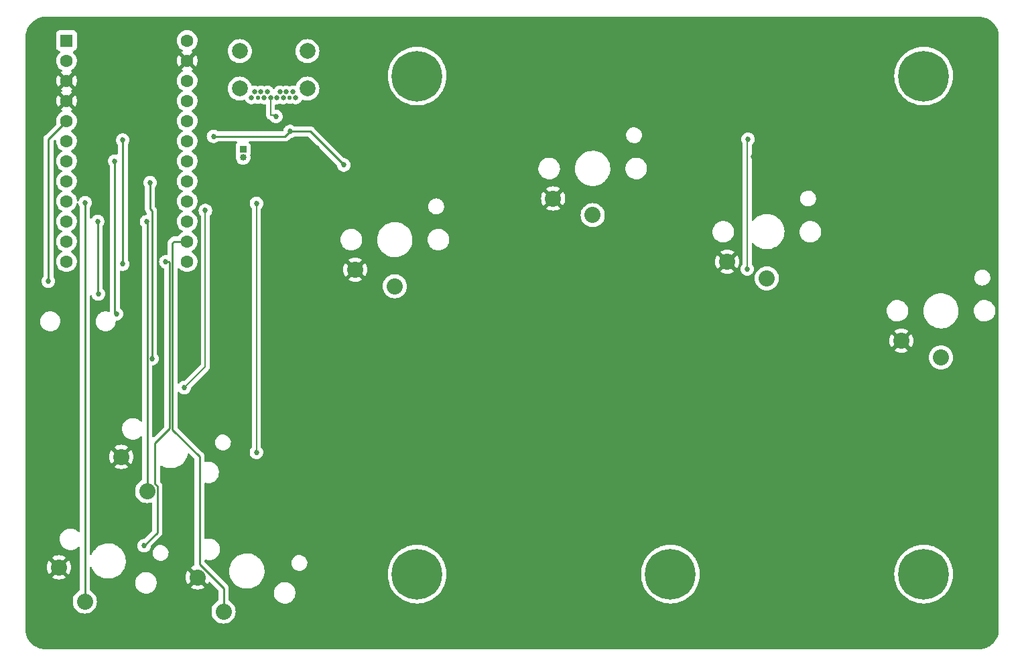
<source format=gbr>
%TF.GenerationSoftware,KiCad,Pcbnew,6.0.4*%
%TF.CreationDate,2022-04-08T16:21:30+02:00*%
%TF.ProjectId,keychordz,6b657963-686f-4726-947a-2e6b69636164,rev?*%
%TF.SameCoordinates,Original*%
%TF.FileFunction,Copper,L2,Bot*%
%TF.FilePolarity,Positive*%
%FSLAX46Y46*%
G04 Gerber Fmt 4.6, Leading zero omitted, Abs format (unit mm)*
G04 Created by KiCad (PCBNEW 6.0.4) date 2022-04-08 16:21:30*
%MOMM*%
%LPD*%
G01*
G04 APERTURE LIST*
%TA.AperFunction,ComponentPad*%
%ADD10R,0.850000X0.850000*%
%TD*%
%TA.AperFunction,ComponentPad*%
%ADD11O,0.850000X0.850000*%
%TD*%
%TA.AperFunction,ComponentPad*%
%ADD12C,6.400000*%
%TD*%
%TA.AperFunction,ComponentPad*%
%ADD13C,0.800000*%
%TD*%
%TA.AperFunction,ComponentPad*%
%ADD14R,1.600000X1.600000*%
%TD*%
%TA.AperFunction,ComponentPad*%
%ADD15C,1.600000*%
%TD*%
%TA.AperFunction,ComponentPad*%
%ADD16C,2.032000*%
%TD*%
%TA.AperFunction,ComponentPad*%
%ADD17C,0.650000*%
%TD*%
%TA.AperFunction,ComponentPad*%
%ADD18C,0.550000*%
%TD*%
%TA.AperFunction,ComponentPad*%
%ADD19C,2.010000*%
%TD*%
%TA.AperFunction,ViaPad*%
%ADD20C,0.685800*%
%TD*%
%TA.AperFunction,Conductor*%
%ADD21C,0.254000*%
%TD*%
%TA.AperFunction,Conductor*%
%ADD22C,0.127000*%
%TD*%
G04 APERTURE END LIST*
D10*
%TO.P,USB,1*%
%TO.N,USB_D-*%
X40005000Y-49276000D03*
D11*
%TO.P,USB,2*%
%TO.N,USB_D+*%
X40005000Y-50276000D03*
%TD*%
D12*
%TO.P,MNT5,1*%
%TO.N,N/C*%
X126000000Y-40000000D03*
D13*
X123600000Y-40000000D03*
X124302944Y-41697056D03*
X126000000Y-42400000D03*
X128400000Y-40000000D03*
X124302944Y-38302944D03*
X127697056Y-41697056D03*
X127697056Y-38302944D03*
X126000000Y-37600000D03*
%TD*%
D12*
%TO.P,MNT4,1*%
%TO.N,N/C*%
X62000000Y-40000000D03*
D13*
X59600000Y-40000000D03*
X60302944Y-41697056D03*
X62000000Y-42400000D03*
X64400000Y-40000000D03*
X60302944Y-38302944D03*
X63697056Y-41697056D03*
X63697056Y-38302944D03*
X62000000Y-37600000D03*
%TD*%
D14*
%TO.P,U1,1,TX*%
%TO.N,unconnected-(U1-Pad1)*%
X17701000Y-35520000D03*
D15*
%TO.P,U1,2,RX*%
%TO.N,unconnected-(U1-Pad2)*%
X17701000Y-38060000D03*
%TO.P,U1,3,GND*%
%TO.N,GND*%
X17701000Y-40600000D03*
%TO.P,U1,4,GND*%
X17701000Y-43140000D03*
%TO.P,U1,5,SDA*%
%TO.N,SDA*%
X17701000Y-45680000D03*
%TO.P,U1,6,SCL*%
%TO.N,SCK*%
X17701000Y-48220000D03*
%TO.P,U1,7,D4*%
%TO.N,BTN7*%
X17701000Y-50760000D03*
%TO.P,U1,8,C6*%
%TO.N,BTN6*%
X17701000Y-53300000D03*
%TO.P,U1,9,D7*%
%TO.N,BTN5*%
X17701000Y-55840000D03*
%TO.P,U1,10,E6*%
%TO.N,BTN4*%
X17701000Y-58380000D03*
%TO.P,U1,11,B4*%
%TO.N,unconnected-(U1-Pad11)*%
X17701000Y-60920000D03*
%TO.P,U1,12,B5*%
%TO.N,LED_IN*%
X17701000Y-63460000D03*
%TO.P,U1,13,B6*%
%TO.N,unconnected-(U1-Pad13)*%
X32941000Y-63460000D03*
%TO.P,U1,14,B2*%
%TO.N,BTN2*%
X32941000Y-60920000D03*
%TO.P,U1,15,B3*%
%TO.N,BTN3*%
X32941000Y-58380000D03*
%TO.P,U1,16,B1*%
%TO.N,BTN1*%
X32941000Y-55840000D03*
%TO.P,U1,17,F7*%
%TO.N,unconnected-(U1-Pad17)*%
X32941000Y-53300000D03*
%TO.P,U1,18,F6*%
%TO.N,unconnected-(U1-Pad18)*%
X32941000Y-50760000D03*
%TO.P,U1,19,F5*%
%TO.N,unconnected-(U1-Pad19)*%
X32941000Y-48220000D03*
%TO.P,U1,20,F4*%
%TO.N,unconnected-(U1-Pad20)*%
X32941000Y-45680000D03*
%TO.P,U1,21,VCC*%
%TO.N,unconnected-(U1-Pad21)*%
X32941000Y-43140000D03*
%TO.P,U1,22,RST*%
%TO.N,unconnected-(U1-Pad22)*%
X32941000Y-40600000D03*
%TO.P,U1,23,GND*%
%TO.N,GND*%
X32941000Y-38060000D03*
%TO.P,U1,24,RAW*%
%TO.N,+5V*%
X32941000Y-35520000D03*
%TD*%
D12*
%TO.P,MNT1,1*%
%TO.N,N/C*%
X62000000Y-103000000D03*
D13*
X59600000Y-103000000D03*
X60302944Y-104697056D03*
X62000000Y-105400000D03*
X64400000Y-103000000D03*
X60302944Y-101302944D03*
X63697056Y-104697056D03*
X63697056Y-101302944D03*
X62000000Y-100600000D03*
%TD*%
D16*
%TO.P,SW1,1,1*%
%TO.N,BTN1*%
X20018000Y-106455550D03*
%TO.P,SW1,2,2*%
%TO.N,GND*%
X16737873Y-102136897D03*
%TD*%
%TO.P,SW5,1,1*%
%TO.N,BTN5*%
X84182000Y-57589000D03*
%TO.P,SW5,2,2*%
%TO.N,GND*%
X79182000Y-55489000D03*
%TD*%
%TO.P,SW6,1,1*%
%TO.N,BTN6*%
X128182000Y-75589000D03*
%TO.P,SW6,2,2*%
%TO.N,GND*%
X123182000Y-73489000D03*
%TD*%
%TO.P,SW2,1,1*%
%TO.N,BTN2*%
X37544000Y-107725550D03*
%TO.P,SW2,2,2*%
%TO.N,GND*%
X34263873Y-103406897D03*
%TD*%
D13*
%TO.P,MNT3,1*%
%TO.N,N/C*%
X127697056Y-104697056D03*
X123600000Y-103000000D03*
X124302944Y-104697056D03*
X124302944Y-101302944D03*
X126000000Y-105400000D03*
X126000000Y-100600000D03*
X128400000Y-103000000D03*
D12*
X126000000Y-103000000D03*
D13*
X127697056Y-101302944D03*
%TD*%
D16*
%TO.P,SW7,1,1*%
%TO.N,BTN7*%
X106182000Y-65589000D03*
%TO.P,SW7,2,2*%
%TO.N,GND*%
X101182000Y-63489000D03*
%TD*%
%TO.P,SW3,1,1*%
%TO.N,BTN3*%
X27892000Y-92485550D03*
%TO.P,SW3,2,2*%
%TO.N,GND*%
X24611873Y-88166897D03*
%TD*%
D13*
%TO.P,MNT2,1*%
%TO.N,N/C*%
X96400000Y-103000000D03*
X94000000Y-105400000D03*
X92302944Y-104697056D03*
X92302944Y-101302944D03*
X94000000Y-100600000D03*
X91600000Y-103000000D03*
D12*
X94000000Y-103000000D03*
D13*
X95697056Y-101302944D03*
X95697056Y-104697056D03*
%TD*%
D17*
%TO.P,J1,B1*%
%TO.N,N/C*%
X41072000Y-42732000D03*
%TO.P,J1,B2*%
X41472000Y-42022000D03*
%TO.P,J1,B3*%
X42272000Y-42022000D03*
%TO.P,J1,B4*%
X42672000Y-42732000D03*
%TO.P,J1,B5,CC2*%
%TO.N,Net-(J1-PadB5)*%
X43072000Y-42022000D03*
%TO.P,J1,B6,D+*%
%TO.N,USB_D+*%
X43472000Y-42732000D03*
%TO.P,J1,B7,D-*%
%TO.N,USB_D-*%
X44272000Y-42732000D03*
%TO.P,J1,B8,SBU2*%
%TO.N,unconnected-(J1-PadB8)*%
X44672000Y-42022000D03*
%TO.P,J1,B9*%
%TO.N,N/C*%
X45072000Y-42732000D03*
%TO.P,J1,B10*%
X45472000Y-42022000D03*
%TO.P,J1,B11*%
X46272000Y-42022000D03*
%TO.P,J1,B12*%
X46672000Y-42732000D03*
D18*
%TO.P,J1,GN1*%
X41872000Y-42732000D03*
%TO.P,J1,GR1*%
X45872000Y-42732000D03*
D19*
%TO.P,J1,MH1*%
X48142000Y-41582000D03*
%TO.P,J1,MH2*%
X39602000Y-41582000D03*
%TO.P,J1,MH3*%
X48142000Y-36852000D03*
%TO.P,J1,MH4*%
X39602000Y-36852000D03*
%TD*%
D16*
%TO.P,SW4,1,1*%
%TO.N,BTN4*%
X59182000Y-66589000D03*
%TO.P,SW4,2,2*%
%TO.N,GND*%
X54182000Y-64489000D03*
%TD*%
D20*
%TO.N,+5V*%
X52750000Y-51250000D03*
%TO.N,Net-(D6-Pad4)*%
X35245989Y-57004011D03*
%TO.N,GND*%
X26250000Y-76500000D03*
%TO.N,BTN6*%
X28250000Y-53500000D03*
X28500000Y-75750000D03*
%TO.N,LED_IN*%
X30250000Y-63500000D03*
%TO.N,GND*%
X62200000Y-55400000D03*
X45200000Y-99200000D03*
X109400000Y-54900000D03*
X44800000Y-92400000D03*
X130500000Y-64400000D03*
X46936000Y-45202000D03*
X104500000Y-50200000D03*
X35800000Y-83400000D03*
X57500000Y-51200000D03*
X24500000Y-80500000D03*
X27700000Y-97400000D03*
X87200000Y-46400000D03*
X49336000Y-49102000D03*
X16900000Y-89600000D03*
X126400000Y-60200000D03*
X47336000Y-50802000D03*
X81900000Y-42300000D03*
%TO.N,+5V*%
X103700000Y-64400000D03*
X103800000Y-48000000D03*
X45936000Y-47002000D03*
X41700000Y-87600000D03*
X41700000Y-56116000D03*
X36275583Y-47621963D03*
%TO.N,USB_D+*%
X44155400Y-45102000D03*
%TO.N,Net-(D6-Pad4)*%
X32600000Y-79400000D03*
%TO.N,LED_IN*%
X27500000Y-99400000D03*
%TO.N,BTN1*%
X20066000Y-56007000D03*
%TO.N,BTN3*%
X27813000Y-58420000D03*
%TO.N,SCK*%
X24813000Y-63781000D03*
X24813000Y-48093000D03*
%TO.N,BTN4*%
X21638000Y-58380000D03*
X21717000Y-67564000D03*
%TO.N,BTN7*%
X23797000Y-50760000D03*
X24000000Y-70070000D03*
%TO.N,SDA*%
X15415000Y-65940000D03*
%TD*%
D21*
%TO.N,SDA*%
X15415000Y-65940000D02*
X15415000Y-47966000D01*
X15415000Y-47966000D02*
X17701000Y-45680000D01*
%TO.N,SCK*%
X24813000Y-63706000D02*
X24813000Y-48093000D01*
D22*
%TO.N,+5V*%
X41700000Y-87600000D02*
X41700000Y-56344000D01*
D21*
X48502000Y-47002000D02*
X52750000Y-51250000D01*
X45936000Y-47002000D02*
X48502000Y-47002000D01*
D22*
%TO.N,Net-(D6-Pad4)*%
X32600000Y-79400000D02*
X35245989Y-76754011D01*
X35245989Y-76754011D02*
X35245989Y-57004011D01*
D21*
%TO.N,BTN7*%
X23817911Y-60260911D02*
X23817911Y-69932089D01*
%TO.N,BTN6*%
X28500000Y-57068454D02*
X28250000Y-56818454D01*
X28500000Y-75750000D02*
X28500000Y-57068454D01*
X28250000Y-56818454D02*
X28250000Y-53500000D01*
%TO.N,BTN1*%
X20018000Y-106455550D02*
X20018000Y-55998000D01*
%TO.N,BTN4*%
X21638000Y-58380000D02*
X21621000Y-58397000D01*
X21621000Y-58397000D02*
X21621000Y-67549000D01*
%TO.N,BTN3*%
X27892000Y-58538000D02*
X27892000Y-92485550D01*
%TO.N,LED_IN*%
X30643822Y-63500000D02*
X30250000Y-63500000D01*
X30696911Y-63553089D02*
X30643822Y-63500000D01*
X30696911Y-63553089D02*
X30696911Y-84607677D01*
%TO.N,BTN2*%
X31100000Y-61150000D02*
X31330000Y-60920000D01*
X31330000Y-60920000D02*
X32941000Y-60920000D01*
X31100000Y-84720588D02*
X31100000Y-61150000D01*
%TO.N,+5V*%
X45316037Y-47621963D02*
X36275583Y-47621963D01*
X45936000Y-47002000D02*
X45316037Y-47621963D01*
D22*
X103700000Y-64400000D02*
X103700000Y-48100000D01*
X103700000Y-48100000D02*
X103800000Y-48000000D01*
%TO.N,USB_D+*%
X43472000Y-44918600D02*
X43972000Y-44918600D01*
X43472000Y-44918600D02*
X43472000Y-42732000D01*
X43972000Y-44918600D02*
X44155400Y-45102000D01*
D21*
%TO.N,LED_IN*%
X30696911Y-84607677D02*
X28873479Y-86431109D01*
X28873479Y-91587412D02*
X29162011Y-91875944D01*
X28873479Y-86431109D02*
X28873479Y-91587412D01*
X29162011Y-97737989D02*
X27500000Y-99400000D01*
X29162011Y-91875944D02*
X29162011Y-97737989D01*
%TO.N,BTN2*%
X34500219Y-101763626D02*
X34500219Y-88120807D01*
X37544000Y-104807407D02*
X34500219Y-101763626D01*
X37544000Y-107725550D02*
X37544000Y-104807407D01*
X34500219Y-88120807D02*
X31100000Y-84720588D01*
%TO.N,BTN7*%
X23817911Y-50780911D02*
X23797000Y-50760000D01*
X23817911Y-64846911D02*
X23817911Y-50780911D01*
X23896911Y-69966911D02*
X24000000Y-70070000D01*
%TD*%
%TA.AperFunction,Conductor*%
%TO.N,GND*%
G36*
X132970018Y-32510000D02*
G01*
X132984851Y-32512310D01*
X132984855Y-32512310D01*
X132993724Y-32513691D01*
X133010923Y-32511442D01*
X133034863Y-32510609D01*
X133292710Y-32526206D01*
X133307814Y-32528040D01*
X133379786Y-32541229D01*
X133588760Y-32579525D01*
X133603526Y-32583164D01*
X133876231Y-32668142D01*
X133890445Y-32673534D01*
X134108223Y-32771547D01*
X134150906Y-32790757D01*
X134164379Y-32797828D01*
X134408813Y-32945595D01*
X134421334Y-32954238D01*
X134646171Y-33130385D01*
X134657560Y-33140475D01*
X134859525Y-33342440D01*
X134869615Y-33353829D01*
X135045762Y-33578666D01*
X135054405Y-33591187D01*
X135202172Y-33835621D01*
X135209242Y-33849092D01*
X135326466Y-34109555D01*
X135331858Y-34123769D01*
X135404454Y-34356739D01*
X135416836Y-34396473D01*
X135420475Y-34411240D01*
X135439985Y-34517699D01*
X135471960Y-34692186D01*
X135473794Y-34707290D01*
X135488953Y-34957904D01*
X135487692Y-34984716D01*
X135487690Y-34984852D01*
X135486309Y-34993724D01*
X135487473Y-35002626D01*
X135487473Y-35002628D01*
X135490436Y-35025283D01*
X135491500Y-35041621D01*
X135491500Y-109950633D01*
X135490000Y-109970018D01*
X135487690Y-109984851D01*
X135487690Y-109984855D01*
X135486309Y-109993724D01*
X135488558Y-110010919D01*
X135489391Y-110034863D01*
X135473794Y-110292710D01*
X135471960Y-110307814D01*
X135420477Y-110588754D01*
X135416836Y-110603527D01*
X135331859Y-110876227D01*
X135326466Y-110890445D01*
X135209243Y-111150906D01*
X135202172Y-111164379D01*
X135054405Y-111408813D01*
X135045762Y-111421334D01*
X134869615Y-111646171D01*
X134859525Y-111657560D01*
X134657560Y-111859525D01*
X134646171Y-111869615D01*
X134421334Y-112045762D01*
X134408813Y-112054405D01*
X134164379Y-112202172D01*
X134150908Y-112209242D01*
X133890445Y-112326466D01*
X133876231Y-112331858D01*
X133603527Y-112416836D01*
X133588760Y-112420475D01*
X133379786Y-112458771D01*
X133307814Y-112471960D01*
X133292710Y-112473794D01*
X133042096Y-112488953D01*
X133015284Y-112487692D01*
X133015148Y-112487690D01*
X133006276Y-112486309D01*
X132997374Y-112487473D01*
X132997372Y-112487473D01*
X132982707Y-112489391D01*
X132974714Y-112490436D01*
X132958379Y-112491500D01*
X15049367Y-112491500D01*
X15029982Y-112490000D01*
X15015149Y-112487690D01*
X15015145Y-112487690D01*
X15006276Y-112486309D01*
X14989077Y-112488558D01*
X14965137Y-112489391D01*
X14707290Y-112473794D01*
X14692186Y-112471960D01*
X14620214Y-112458771D01*
X14411240Y-112420475D01*
X14396473Y-112416836D01*
X14123769Y-112331858D01*
X14109555Y-112326466D01*
X13849092Y-112209242D01*
X13835621Y-112202172D01*
X13591187Y-112054405D01*
X13578666Y-112045762D01*
X13353829Y-111869615D01*
X13342440Y-111859525D01*
X13140475Y-111657560D01*
X13130385Y-111646171D01*
X12954238Y-111421334D01*
X12945595Y-111408813D01*
X12797828Y-111164379D01*
X12790757Y-111150906D01*
X12673534Y-110890445D01*
X12668141Y-110876227D01*
X12583164Y-110603527D01*
X12579523Y-110588754D01*
X12528040Y-110307814D01*
X12526206Y-110292710D01*
X12511269Y-110045768D01*
X12512520Y-110022216D01*
X12512334Y-110022199D01*
X12512769Y-110017350D01*
X12513576Y-110012552D01*
X12513729Y-110000000D01*
X12509773Y-109972376D01*
X12508500Y-109954514D01*
X12508500Y-103381203D01*
X15858397Y-103381203D01*
X15864124Y-103388853D01*
X16039632Y-103496404D01*
X16048426Y-103500885D01*
X16260902Y-103588895D01*
X16270287Y-103591944D01*
X16493917Y-103645634D01*
X16503664Y-103647177D01*
X16732943Y-103665222D01*
X16742803Y-103665222D01*
X16972082Y-103647177D01*
X16981829Y-103645634D01*
X17205459Y-103591944D01*
X17214844Y-103588895D01*
X17427320Y-103500885D01*
X17436114Y-103496404D01*
X17607956Y-103391100D01*
X17617416Y-103380644D01*
X17613632Y-103371866D01*
X16750685Y-102508919D01*
X16736741Y-102501305D01*
X16734908Y-102501436D01*
X16728293Y-102505687D01*
X15865157Y-103368823D01*
X15858397Y-103381203D01*
X12508500Y-103381203D01*
X12508500Y-102141827D01*
X15209548Y-102141827D01*
X15227593Y-102371106D01*
X15229136Y-102380853D01*
X15282826Y-102604483D01*
X15285875Y-102613868D01*
X15373885Y-102826344D01*
X15378366Y-102835138D01*
X15483670Y-103006980D01*
X15494126Y-103016440D01*
X15502904Y-103012656D01*
X16365851Y-102149709D01*
X16372229Y-102138029D01*
X17102281Y-102138029D01*
X17102412Y-102139862D01*
X17106663Y-102146477D01*
X17969799Y-103009613D01*
X17982179Y-103016373D01*
X17989829Y-103010646D01*
X18097380Y-102835138D01*
X18101861Y-102826344D01*
X18189871Y-102613868D01*
X18192920Y-102604483D01*
X18246610Y-102380853D01*
X18248153Y-102371106D01*
X18266198Y-102141827D01*
X18266198Y-102131967D01*
X18248153Y-101902688D01*
X18246610Y-101892941D01*
X18192920Y-101669311D01*
X18189871Y-101659926D01*
X18101861Y-101447450D01*
X18097380Y-101438656D01*
X17992076Y-101266814D01*
X17981620Y-101257354D01*
X17972842Y-101261138D01*
X17109895Y-102124085D01*
X17102281Y-102138029D01*
X16372229Y-102138029D01*
X16373465Y-102135765D01*
X16373334Y-102133932D01*
X16369083Y-102127317D01*
X15505947Y-101264181D01*
X15493567Y-101257421D01*
X15485917Y-101263148D01*
X15378366Y-101438656D01*
X15373885Y-101447450D01*
X15285875Y-101659926D01*
X15282826Y-101669311D01*
X15229136Y-101892941D01*
X15227593Y-101902688D01*
X15209548Y-102131967D01*
X15209548Y-102141827D01*
X12508500Y-102141827D01*
X12508500Y-100893150D01*
X15858330Y-100893150D01*
X15862114Y-100901928D01*
X16725061Y-101764875D01*
X16739005Y-101772489D01*
X16740838Y-101772358D01*
X16747453Y-101768107D01*
X17610589Y-100904971D01*
X17617349Y-100892591D01*
X17611622Y-100884941D01*
X17436114Y-100777390D01*
X17427320Y-100772909D01*
X17214844Y-100684899D01*
X17205459Y-100681850D01*
X16981829Y-100628160D01*
X16972082Y-100626617D01*
X16742803Y-100608572D01*
X16732943Y-100608572D01*
X16503664Y-100626617D01*
X16493917Y-100628160D01*
X16270287Y-100681850D01*
X16260902Y-100684899D01*
X16048426Y-100772909D01*
X16039632Y-100777390D01*
X15867790Y-100882694D01*
X15858330Y-100893150D01*
X12508500Y-100893150D01*
X12508500Y-71059690D01*
X14390037Y-71059690D01*
X14417025Y-71282715D01*
X14483082Y-71497435D01*
X14485652Y-71502415D01*
X14485654Y-71502419D01*
X14550852Y-71628738D01*
X14586118Y-71697064D01*
X14722877Y-71875292D01*
X14889036Y-72026485D01*
X14893783Y-72029463D01*
X14893786Y-72029465D01*
X15022229Y-72110036D01*
X15079344Y-72145864D01*
X15287783Y-72229656D01*
X15507767Y-72275213D01*
X15512378Y-72275479D01*
X15512379Y-72275479D01*
X15562952Y-72278395D01*
X15562956Y-72278395D01*
X15564775Y-72278500D01*
X15709999Y-72278500D01*
X15712786Y-72278251D01*
X15712792Y-72278251D01*
X15782929Y-72271991D01*
X15876762Y-72263617D01*
X15882176Y-72262136D01*
X15882181Y-72262135D01*
X16009912Y-72227191D01*
X16093451Y-72204337D01*
X16098509Y-72201925D01*
X16098513Y-72201923D01*
X16216042Y-72145864D01*
X16296218Y-72107622D01*
X16478654Y-71976529D01*
X16589388Y-71862261D01*
X16631089Y-71819229D01*
X16631091Y-71819226D01*
X16634992Y-71815201D01*
X16760290Y-71628738D01*
X16850588Y-71423033D01*
X16903032Y-71204589D01*
X16912103Y-71047260D01*
X16915640Y-70985917D01*
X16915640Y-70985914D01*
X16915963Y-70980310D01*
X16888975Y-70757285D01*
X16822918Y-70542565D01*
X16803626Y-70505186D01*
X16722454Y-70347919D01*
X16722454Y-70347918D01*
X16719882Y-70342936D01*
X16583123Y-70164708D01*
X16416964Y-70013515D01*
X16412217Y-70010537D01*
X16412214Y-70010535D01*
X16231405Y-69897115D01*
X16226656Y-69894136D01*
X16037997Y-69818295D01*
X16023431Y-69812440D01*
X16018217Y-69810344D01*
X15798233Y-69764787D01*
X15793622Y-69764521D01*
X15793621Y-69764521D01*
X15743048Y-69761605D01*
X15743044Y-69761605D01*
X15741225Y-69761500D01*
X15596001Y-69761500D01*
X15593214Y-69761749D01*
X15593208Y-69761749D01*
X15523071Y-69768009D01*
X15429238Y-69776383D01*
X15423824Y-69777864D01*
X15423819Y-69777865D01*
X15323196Y-69805393D01*
X15212549Y-69835663D01*
X15207491Y-69838075D01*
X15207487Y-69838077D01*
X15138210Y-69871121D01*
X15009782Y-69932378D01*
X14827346Y-70063471D01*
X14814657Y-70076565D01*
X14692823Y-70202288D01*
X14671008Y-70224799D01*
X14545710Y-70411262D01*
X14455412Y-70616967D01*
X14454103Y-70622418D01*
X14454102Y-70622422D01*
X14408260Y-70813368D01*
X14402968Y-70835411D01*
X14402645Y-70841016D01*
X14390754Y-71047260D01*
X14390037Y-71059690D01*
X12508500Y-71059690D01*
X12508500Y-65940000D01*
X14558910Y-65940000D01*
X14559600Y-65946565D01*
X14568235Y-66028715D01*
X14577618Y-66117991D01*
X14632923Y-66288203D01*
X14636226Y-66293925D01*
X14636227Y-66293926D01*
X14665695Y-66344965D01*
X14722409Y-66443197D01*
X14726827Y-66448104D01*
X14726828Y-66448105D01*
X14837742Y-66571288D01*
X14842164Y-66576199D01*
X14847506Y-66580080D01*
X14847508Y-66580082D01*
X14981613Y-66677515D01*
X14986955Y-66681396D01*
X14992983Y-66684080D01*
X14992985Y-66684081D01*
X15144423Y-66751505D01*
X15150454Y-66754190D01*
X15237984Y-66772795D01*
X15319057Y-66790028D01*
X15319061Y-66790028D01*
X15325514Y-66791400D01*
X15504486Y-66791400D01*
X15510939Y-66790028D01*
X15510943Y-66790028D01*
X15592016Y-66772795D01*
X15679546Y-66754190D01*
X15685577Y-66751505D01*
X15837015Y-66684081D01*
X15837017Y-66684080D01*
X15843045Y-66681396D01*
X15848387Y-66677515D01*
X15982492Y-66580082D01*
X15982494Y-66580080D01*
X15987836Y-66576199D01*
X15992258Y-66571288D01*
X16103172Y-66448105D01*
X16103173Y-66448104D01*
X16107591Y-66443197D01*
X16164305Y-66344965D01*
X16193773Y-66293926D01*
X16193774Y-66293925D01*
X16197077Y-66288203D01*
X16252382Y-66117991D01*
X16261766Y-66028715D01*
X16270400Y-65946565D01*
X16271090Y-65940000D01*
X16265890Y-65890528D01*
X16253072Y-65768573D01*
X16253072Y-65768572D01*
X16252382Y-65762009D01*
X16245542Y-65740956D01*
X16199119Y-65598082D01*
X16197077Y-65591797D01*
X16107591Y-65436803D01*
X16082863Y-65409340D01*
X16052147Y-65345334D01*
X16050500Y-65325031D01*
X16050500Y-48281422D01*
X16070502Y-48213301D01*
X16087405Y-48192327D01*
X16174140Y-48105592D01*
X16236452Y-48071566D01*
X16307267Y-48076631D01*
X16364103Y-48119178D01*
X16388914Y-48185698D01*
X16388755Y-48205670D01*
X16387981Y-48214515D01*
X16387981Y-48214525D01*
X16387502Y-48220000D01*
X16407457Y-48448087D01*
X16408881Y-48453400D01*
X16408881Y-48453402D01*
X16458840Y-48639848D01*
X16466716Y-48669243D01*
X16469039Y-48674224D01*
X16469039Y-48674225D01*
X16561151Y-48871762D01*
X16561154Y-48871767D01*
X16563477Y-48876749D01*
X16694802Y-49064300D01*
X16856700Y-49226198D01*
X16861208Y-49229355D01*
X16861211Y-49229357D01*
X16939389Y-49284098D01*
X17044251Y-49357523D01*
X17049233Y-49359846D01*
X17049238Y-49359849D01*
X17083457Y-49375805D01*
X17136742Y-49422722D01*
X17156203Y-49490999D01*
X17135661Y-49558959D01*
X17083457Y-49604195D01*
X17049238Y-49620151D01*
X17049233Y-49620154D01*
X17044251Y-49622477D01*
X16939389Y-49695902D01*
X16861211Y-49750643D01*
X16861208Y-49750645D01*
X16856700Y-49753802D01*
X16694802Y-49915700D01*
X16691645Y-49920208D01*
X16691643Y-49920211D01*
X16650956Y-49978318D01*
X16563477Y-50103251D01*
X16561154Y-50108233D01*
X16561151Y-50108238D01*
X16482923Y-50276000D01*
X16466716Y-50310757D01*
X16465294Y-50316065D01*
X16465293Y-50316067D01*
X16409238Y-50525266D01*
X16407457Y-50531913D01*
X16387502Y-50760000D01*
X16407457Y-50988087D01*
X16408881Y-50993400D01*
X16408881Y-50993402D01*
X16456221Y-51170074D01*
X16466716Y-51209243D01*
X16469039Y-51214224D01*
X16469039Y-51214225D01*
X16561151Y-51411762D01*
X16561154Y-51411767D01*
X16563477Y-51416749D01*
X16634034Y-51517514D01*
X16690533Y-51598203D01*
X16694802Y-51604300D01*
X16856700Y-51766198D01*
X16861208Y-51769355D01*
X16861211Y-51769357D01*
X16939389Y-51824098D01*
X17044251Y-51897523D01*
X17049233Y-51899846D01*
X17049238Y-51899849D01*
X17083457Y-51915805D01*
X17136742Y-51962722D01*
X17156203Y-52030999D01*
X17135661Y-52098959D01*
X17083457Y-52144195D01*
X17049238Y-52160151D01*
X17049233Y-52160154D01*
X17044251Y-52162477D01*
X16944986Y-52231983D01*
X16861211Y-52290643D01*
X16861208Y-52290645D01*
X16856700Y-52293802D01*
X16694802Y-52455700D01*
X16563477Y-52643251D01*
X16561154Y-52648233D01*
X16561151Y-52648238D01*
X16469039Y-52845775D01*
X16466716Y-52850757D01*
X16465294Y-52856065D01*
X16465293Y-52856067D01*
X16413776Y-53048330D01*
X16407457Y-53071913D01*
X16387502Y-53300000D01*
X16407457Y-53528087D01*
X16408881Y-53533400D01*
X16408881Y-53533402D01*
X16441190Y-53653978D01*
X16466716Y-53749243D01*
X16469039Y-53754224D01*
X16469039Y-53754225D01*
X16561151Y-53951762D01*
X16561154Y-53951767D01*
X16563477Y-53956749D01*
X16694802Y-54144300D01*
X16856700Y-54306198D01*
X16861208Y-54309355D01*
X16861211Y-54309357D01*
X16939389Y-54364098D01*
X17044251Y-54437523D01*
X17049233Y-54439846D01*
X17049238Y-54439849D01*
X17083457Y-54455805D01*
X17136742Y-54502722D01*
X17156203Y-54570999D01*
X17135661Y-54638959D01*
X17083457Y-54684195D01*
X17049238Y-54700151D01*
X17049233Y-54700154D01*
X17044251Y-54702477D01*
X16939389Y-54775902D01*
X16861211Y-54830643D01*
X16861208Y-54830645D01*
X16856700Y-54833802D01*
X16694802Y-54995700D01*
X16691645Y-55000208D01*
X16691643Y-55000211D01*
X16654901Y-55052684D01*
X16563477Y-55183251D01*
X16561154Y-55188233D01*
X16561151Y-55188238D01*
X16472438Y-55378485D01*
X16466716Y-55390757D01*
X16465294Y-55396065D01*
X16465293Y-55396067D01*
X16409120Y-55605706D01*
X16407457Y-55611913D01*
X16387502Y-55840000D01*
X16407457Y-56068087D01*
X16408881Y-56073400D01*
X16408881Y-56073402D01*
X16458862Y-56259930D01*
X16466716Y-56289243D01*
X16469039Y-56294224D01*
X16469039Y-56294225D01*
X16561151Y-56491762D01*
X16561154Y-56491767D01*
X16563477Y-56496749D01*
X16636902Y-56601611D01*
X16688889Y-56675855D01*
X16694802Y-56684300D01*
X16856700Y-56846198D01*
X16861208Y-56849355D01*
X16861211Y-56849357D01*
X16926041Y-56894751D01*
X17044251Y-56977523D01*
X17049233Y-56979846D01*
X17049238Y-56979849D01*
X17083457Y-56995805D01*
X17136742Y-57042722D01*
X17156203Y-57110999D01*
X17135661Y-57178959D01*
X17083457Y-57224195D01*
X17049238Y-57240151D01*
X17049233Y-57240154D01*
X17044251Y-57242477D01*
X16943006Y-57313370D01*
X16861211Y-57370643D01*
X16861208Y-57370645D01*
X16856700Y-57373802D01*
X16694802Y-57535700D01*
X16691645Y-57540208D01*
X16691643Y-57540211D01*
X16646671Y-57604438D01*
X16563477Y-57723251D01*
X16561154Y-57728233D01*
X16561151Y-57728238D01*
X16490346Y-57880081D01*
X16466716Y-57930757D01*
X16465294Y-57936065D01*
X16465293Y-57936067D01*
X16412434Y-58133339D01*
X16407457Y-58151913D01*
X16387502Y-58380000D01*
X16407457Y-58608087D01*
X16408881Y-58613400D01*
X16408881Y-58613402D01*
X16465028Y-58822942D01*
X16466716Y-58829243D01*
X16469039Y-58834224D01*
X16469039Y-58834225D01*
X16561151Y-59031762D01*
X16561154Y-59031767D01*
X16563477Y-59036749D01*
X16609450Y-59102405D01*
X16657449Y-59170954D01*
X16694802Y-59224300D01*
X16856700Y-59386198D01*
X16861208Y-59389355D01*
X16861211Y-59389357D01*
X16879477Y-59402147D01*
X17044251Y-59517523D01*
X17049233Y-59519846D01*
X17049238Y-59519849D01*
X17083457Y-59535805D01*
X17136742Y-59582722D01*
X17156203Y-59650999D01*
X17135661Y-59718959D01*
X17083457Y-59764195D01*
X17049238Y-59780151D01*
X17049233Y-59780154D01*
X17044251Y-59782477D01*
X17034560Y-59789263D01*
X16861211Y-59910643D01*
X16861208Y-59910645D01*
X16856700Y-59913802D01*
X16694802Y-60075700D01*
X16563477Y-60263251D01*
X16561154Y-60268233D01*
X16561151Y-60268238D01*
X16490628Y-60419477D01*
X16466716Y-60470757D01*
X16465294Y-60476065D01*
X16465293Y-60476067D01*
X16418414Y-60651022D01*
X16407457Y-60691913D01*
X16387502Y-60920000D01*
X16407457Y-61148087D01*
X16408881Y-61153400D01*
X16408881Y-61153402D01*
X16452389Y-61315773D01*
X16466716Y-61369243D01*
X16469039Y-61374224D01*
X16469039Y-61374225D01*
X16561151Y-61571762D01*
X16561154Y-61571767D01*
X16563477Y-61576749D01*
X16619099Y-61656185D01*
X16687992Y-61754574D01*
X16694802Y-61764300D01*
X16856700Y-61926198D01*
X16861208Y-61929355D01*
X16861211Y-61929357D01*
X16927614Y-61975853D01*
X17044251Y-62057523D01*
X17049233Y-62059846D01*
X17049238Y-62059849D01*
X17083457Y-62075805D01*
X17136742Y-62122722D01*
X17156203Y-62190999D01*
X17135661Y-62258959D01*
X17083457Y-62304195D01*
X17049238Y-62320151D01*
X17049233Y-62320154D01*
X17044251Y-62322477D01*
X16939389Y-62395902D01*
X16861211Y-62450643D01*
X16861208Y-62450645D01*
X16856700Y-62453802D01*
X16694802Y-62615700D01*
X16691645Y-62620208D01*
X16691643Y-62620211D01*
X16671765Y-62648600D01*
X16563477Y-62803251D01*
X16561154Y-62808233D01*
X16561151Y-62808238D01*
X16512767Y-62912000D01*
X16466716Y-63010757D01*
X16465294Y-63016065D01*
X16465293Y-63016067D01*
X16428924Y-63151797D01*
X16407457Y-63231913D01*
X16387502Y-63460000D01*
X16407457Y-63688087D01*
X16408881Y-63693400D01*
X16408881Y-63693402D01*
X16462068Y-63891895D01*
X16466716Y-63909243D01*
X16469039Y-63914224D01*
X16469039Y-63914225D01*
X16561151Y-64111762D01*
X16561154Y-64111767D01*
X16563477Y-64116749D01*
X16579815Y-64140082D01*
X16687992Y-64294574D01*
X16694802Y-64304300D01*
X16856700Y-64466198D01*
X16861208Y-64469355D01*
X16861211Y-64469357D01*
X16911356Y-64504469D01*
X17044251Y-64597523D01*
X17049233Y-64599846D01*
X17049238Y-64599849D01*
X17246775Y-64691961D01*
X17251757Y-64694284D01*
X17257065Y-64695706D01*
X17257067Y-64695707D01*
X17467598Y-64752119D01*
X17467600Y-64752119D01*
X17472913Y-64753543D01*
X17701000Y-64773498D01*
X17929087Y-64753543D01*
X17934400Y-64752119D01*
X17934402Y-64752119D01*
X18144933Y-64695707D01*
X18144935Y-64695706D01*
X18150243Y-64694284D01*
X18155225Y-64691961D01*
X18352762Y-64599849D01*
X18352767Y-64599846D01*
X18357749Y-64597523D01*
X18490644Y-64504469D01*
X18540789Y-64469357D01*
X18540792Y-64469355D01*
X18545300Y-64466198D01*
X18707198Y-64304300D01*
X18714009Y-64294574D01*
X18822185Y-64140082D01*
X18838523Y-64116749D01*
X18840846Y-64111767D01*
X18840849Y-64111762D01*
X18932961Y-63914225D01*
X18932961Y-63914224D01*
X18935284Y-63909243D01*
X18939933Y-63891895D01*
X18993119Y-63693402D01*
X18993119Y-63693400D01*
X18994543Y-63688087D01*
X19014498Y-63460000D01*
X18994543Y-63231913D01*
X18973076Y-63151797D01*
X18936707Y-63016067D01*
X18936706Y-63016065D01*
X18935284Y-63010757D01*
X18889233Y-62912000D01*
X18840849Y-62808238D01*
X18840846Y-62808233D01*
X18838523Y-62803251D01*
X18730235Y-62648600D01*
X18710357Y-62620211D01*
X18710355Y-62620208D01*
X18707198Y-62615700D01*
X18545300Y-62453802D01*
X18540792Y-62450645D01*
X18540789Y-62450643D01*
X18462611Y-62395902D01*
X18357749Y-62322477D01*
X18352767Y-62320154D01*
X18352762Y-62320151D01*
X18318543Y-62304195D01*
X18265258Y-62257278D01*
X18245797Y-62189001D01*
X18266339Y-62121041D01*
X18318543Y-62075805D01*
X18352762Y-62059849D01*
X18352767Y-62059846D01*
X18357749Y-62057523D01*
X18474386Y-61975853D01*
X18540789Y-61929357D01*
X18540792Y-61929355D01*
X18545300Y-61926198D01*
X18707198Y-61764300D01*
X18714009Y-61754574D01*
X18782901Y-61656185D01*
X18838523Y-61576749D01*
X18840846Y-61571767D01*
X18840849Y-61571762D01*
X18932961Y-61374225D01*
X18932961Y-61374224D01*
X18935284Y-61369243D01*
X18949612Y-61315773D01*
X18993119Y-61153402D01*
X18993119Y-61153400D01*
X18994543Y-61148087D01*
X19014498Y-60920000D01*
X18994543Y-60691913D01*
X18983586Y-60651022D01*
X18936707Y-60476067D01*
X18936706Y-60476065D01*
X18935284Y-60470757D01*
X18911372Y-60419477D01*
X18840849Y-60268238D01*
X18840846Y-60268233D01*
X18838523Y-60263251D01*
X18707198Y-60075700D01*
X18545300Y-59913802D01*
X18540792Y-59910645D01*
X18540789Y-59910643D01*
X18367440Y-59789263D01*
X18357749Y-59782477D01*
X18352767Y-59780154D01*
X18352762Y-59780151D01*
X18318543Y-59764195D01*
X18265258Y-59717278D01*
X18245797Y-59649001D01*
X18266339Y-59581041D01*
X18318543Y-59535805D01*
X18352762Y-59519849D01*
X18352767Y-59519846D01*
X18357749Y-59517523D01*
X18522523Y-59402147D01*
X18540789Y-59389357D01*
X18540792Y-59389355D01*
X18545300Y-59386198D01*
X18707198Y-59224300D01*
X18744552Y-59170954D01*
X18792550Y-59102405D01*
X18838523Y-59036749D01*
X18840846Y-59031767D01*
X18840849Y-59031762D01*
X18932961Y-58834225D01*
X18932961Y-58834224D01*
X18935284Y-58829243D01*
X18936973Y-58822942D01*
X18993119Y-58613402D01*
X18993119Y-58613400D01*
X18994543Y-58608087D01*
X19014498Y-58380000D01*
X18994543Y-58151913D01*
X18989566Y-58133339D01*
X18936707Y-57936067D01*
X18936706Y-57936065D01*
X18935284Y-57930757D01*
X18911654Y-57880081D01*
X18840849Y-57728238D01*
X18840846Y-57728233D01*
X18838523Y-57723251D01*
X18755329Y-57604438D01*
X18710357Y-57540211D01*
X18710355Y-57540208D01*
X18707198Y-57535700D01*
X18545300Y-57373802D01*
X18540792Y-57370645D01*
X18540789Y-57370643D01*
X18458994Y-57313370D01*
X18357749Y-57242477D01*
X18352767Y-57240154D01*
X18352762Y-57240151D01*
X18318543Y-57224195D01*
X18265258Y-57177278D01*
X18245797Y-57109001D01*
X18266339Y-57041041D01*
X18318543Y-56995805D01*
X18352762Y-56979849D01*
X18352767Y-56979846D01*
X18357749Y-56977523D01*
X18475959Y-56894751D01*
X18540789Y-56849357D01*
X18540792Y-56849355D01*
X18545300Y-56846198D01*
X18707198Y-56684300D01*
X18713112Y-56675855D01*
X18765098Y-56601611D01*
X18838523Y-56496749D01*
X18840846Y-56491767D01*
X18840849Y-56491762D01*
X18932961Y-56294225D01*
X18932961Y-56294224D01*
X18935284Y-56289243D01*
X18943139Y-56259930D01*
X18962292Y-56188449D01*
X18977890Y-56130238D01*
X19014841Y-56069616D01*
X19078701Y-56038595D01*
X19149196Y-56047023D01*
X19203943Y-56092226D01*
X19224906Y-56149677D01*
X19225359Y-56153983D01*
X19228618Y-56184991D01*
X19283923Y-56355203D01*
X19287226Y-56360925D01*
X19287227Y-56360926D01*
X19294038Y-56372723D01*
X19363310Y-56492704D01*
X19365619Y-56496704D01*
X19382500Y-56559704D01*
X19382500Y-97541460D01*
X19362498Y-97609581D01*
X19308842Y-97656074D01*
X19238568Y-97666178D01*
X19173988Y-97636684D01*
X19161334Y-97624040D01*
X19159513Y-97621941D01*
X19159511Y-97621939D01*
X19156013Y-97617908D01*
X19113878Y-97583360D01*
X18981745Y-97475016D01*
X18981739Y-97475012D01*
X18977617Y-97471632D01*
X18777125Y-97357506D01*
X18772109Y-97355685D01*
X18772104Y-97355683D01*
X18565285Y-97280611D01*
X18565281Y-97280610D01*
X18560270Y-97278791D01*
X18555021Y-97277842D01*
X18555018Y-97277841D01*
X18337337Y-97238478D01*
X18337330Y-97238477D01*
X18333253Y-97237740D01*
X18315516Y-97236904D01*
X18310568Y-97236670D01*
X18310561Y-97236670D01*
X18309080Y-97236600D01*
X18146935Y-97236600D01*
X18079979Y-97242281D01*
X17980298Y-97250739D01*
X17980294Y-97250740D01*
X17974987Y-97251190D01*
X17969832Y-97252528D01*
X17969826Y-97252529D01*
X17756857Y-97307805D01*
X17756853Y-97307806D01*
X17751688Y-97309147D01*
X17746822Y-97311339D01*
X17746819Y-97311340D01*
X17648381Y-97355683D01*
X17541345Y-97403899D01*
X17536925Y-97406875D01*
X17536921Y-97406877D01*
X17513618Y-97422566D01*
X17349975Y-97532738D01*
X17183048Y-97691978D01*
X17166713Y-97713933D01*
X17052827Y-97867002D01*
X17045339Y-97877066D01*
X16940783Y-98082712D01*
X16920869Y-98146845D01*
X16873955Y-98297930D01*
X16873954Y-98297936D01*
X16872371Y-98303033D01*
X16871670Y-98308325D01*
X16843280Y-98522529D01*
X16842060Y-98531732D01*
X16842260Y-98537062D01*
X16842260Y-98537063D01*
X16844090Y-98585810D01*
X16850714Y-98762268D01*
X16898088Y-98988050D01*
X16900046Y-98993009D01*
X16900047Y-98993011D01*
X16927352Y-99062151D01*
X16982827Y-99202622D01*
X17051008Y-99314981D01*
X17099204Y-99394405D01*
X17102507Y-99399849D01*
X17106004Y-99403879D01*
X17241079Y-99559539D01*
X17253707Y-99574092D01*
X17273513Y-99590332D01*
X17427975Y-99716984D01*
X17427981Y-99716988D01*
X17432103Y-99720368D01*
X17632595Y-99834494D01*
X17637611Y-99836315D01*
X17637616Y-99836317D01*
X17844435Y-99911389D01*
X17844439Y-99911390D01*
X17849450Y-99913209D01*
X17854699Y-99914158D01*
X17854702Y-99914159D01*
X18072383Y-99953522D01*
X18072390Y-99953523D01*
X18076467Y-99954260D01*
X18094204Y-99955096D01*
X18099152Y-99955330D01*
X18099159Y-99955330D01*
X18100640Y-99955400D01*
X18262785Y-99955400D01*
X18329741Y-99949719D01*
X18429422Y-99941261D01*
X18429426Y-99941260D01*
X18434733Y-99940810D01*
X18439888Y-99939472D01*
X18439894Y-99939471D01*
X18652863Y-99884195D01*
X18652867Y-99884194D01*
X18658032Y-99882853D01*
X18662898Y-99880661D01*
X18662901Y-99880660D01*
X18863509Y-99790293D01*
X18868375Y-99788101D01*
X18872795Y-99785125D01*
X18872799Y-99785123D01*
X18991715Y-99705063D01*
X19059745Y-99659262D01*
X19063597Y-99655588D01*
X19063605Y-99655581D01*
X19169529Y-99554535D01*
X19232625Y-99521988D01*
X19303302Y-99528720D01*
X19359119Y-99572594D01*
X19382500Y-99645705D01*
X19382500Y-104986446D01*
X19362498Y-105054567D01*
X19322336Y-105093877D01*
X19119151Y-105218390D01*
X18936682Y-105374232D01*
X18933469Y-105377994D01*
X18801708Y-105532268D01*
X18780840Y-105556701D01*
X18655460Y-105761301D01*
X18653567Y-105765871D01*
X18653566Y-105765873D01*
X18569983Y-105967661D01*
X18563631Y-105982997D01*
X18562476Y-105987809D01*
X18508768Y-106211515D01*
X18508767Y-106211521D01*
X18507613Y-106216328D01*
X18488786Y-106455550D01*
X18507613Y-106694772D01*
X18508767Y-106699579D01*
X18508768Y-106699585D01*
X18514515Y-106723522D01*
X18563631Y-106928103D01*
X18565524Y-106932674D01*
X18565525Y-106932676D01*
X18608271Y-107035873D01*
X18655460Y-107149799D01*
X18780840Y-107354399D01*
X18936682Y-107536868D01*
X19119151Y-107692710D01*
X19323751Y-107818090D01*
X19328321Y-107819983D01*
X19328323Y-107819984D01*
X19540874Y-107908025D01*
X19545447Y-107909919D01*
X19627037Y-107929507D01*
X19773965Y-107964782D01*
X19773971Y-107964783D01*
X19778778Y-107965937D01*
X20018000Y-107984764D01*
X20257222Y-107965937D01*
X20262029Y-107964783D01*
X20262035Y-107964782D01*
X20408963Y-107929507D01*
X20490553Y-107909919D01*
X20495126Y-107908025D01*
X20707677Y-107819984D01*
X20707679Y-107819983D01*
X20712249Y-107818090D01*
X20916849Y-107692710D01*
X21099318Y-107536868D01*
X21255160Y-107354399D01*
X21380540Y-107149799D01*
X21427730Y-107035873D01*
X21470475Y-106932676D01*
X21470476Y-106932674D01*
X21472369Y-106928103D01*
X21521485Y-106723522D01*
X21527232Y-106699585D01*
X21527233Y-106699579D01*
X21528387Y-106694772D01*
X21547214Y-106455550D01*
X21528387Y-106216328D01*
X21527233Y-106211521D01*
X21527232Y-106211515D01*
X21473524Y-105987809D01*
X21472369Y-105982997D01*
X21466017Y-105967661D01*
X21382434Y-105765873D01*
X21382433Y-105765871D01*
X21380540Y-105761301D01*
X21255160Y-105556701D01*
X21234293Y-105532268D01*
X21102531Y-105377994D01*
X21099318Y-105374232D01*
X20916849Y-105218390D01*
X20713664Y-105093877D01*
X20666034Y-105041231D01*
X20653500Y-104986446D01*
X20653500Y-104031732D01*
X26368340Y-104031732D01*
X26368540Y-104037062D01*
X26368540Y-104037063D01*
X26370120Y-104079147D01*
X26376994Y-104262268D01*
X26424368Y-104488050D01*
X26426326Y-104493009D01*
X26426327Y-104493011D01*
X26453029Y-104560623D01*
X26509107Y-104702622D01*
X26579857Y-104819214D01*
X26613446Y-104874567D01*
X26628787Y-104899849D01*
X26632284Y-104903879D01*
X26751472Y-105041231D01*
X26779987Y-105074092D01*
X26784118Y-105077479D01*
X26954255Y-105216984D01*
X26954261Y-105216988D01*
X26958383Y-105220368D01*
X27158875Y-105334494D01*
X27163891Y-105336315D01*
X27163896Y-105336317D01*
X27370715Y-105411389D01*
X27370719Y-105411390D01*
X27375730Y-105413209D01*
X27380979Y-105414158D01*
X27380982Y-105414159D01*
X27598663Y-105453522D01*
X27598670Y-105453523D01*
X27602747Y-105454260D01*
X27620484Y-105455096D01*
X27625432Y-105455330D01*
X27625439Y-105455330D01*
X27626920Y-105455400D01*
X27789065Y-105455400D01*
X27856021Y-105449719D01*
X27955702Y-105441261D01*
X27955706Y-105441260D01*
X27961013Y-105440810D01*
X27966168Y-105439472D01*
X27966174Y-105439471D01*
X28179143Y-105384195D01*
X28179147Y-105384194D01*
X28184312Y-105382853D01*
X28189178Y-105380661D01*
X28189181Y-105380660D01*
X28389789Y-105290293D01*
X28394655Y-105288101D01*
X28399075Y-105285125D01*
X28399079Y-105285123D01*
X28525913Y-105199732D01*
X28586025Y-105159262D01*
X28752952Y-105000022D01*
X28858757Y-104857815D01*
X28887477Y-104819214D01*
X28887479Y-104819211D01*
X28890661Y-104814934D01*
X28946940Y-104704241D01*
X28973906Y-104651203D01*
X33384397Y-104651203D01*
X33390124Y-104658853D01*
X33565632Y-104766404D01*
X33574426Y-104770885D01*
X33786902Y-104858895D01*
X33796287Y-104861944D01*
X34019917Y-104915634D01*
X34029664Y-104917177D01*
X34258943Y-104935222D01*
X34268803Y-104935222D01*
X34498082Y-104917177D01*
X34507829Y-104915634D01*
X34731459Y-104861944D01*
X34740844Y-104858895D01*
X34953320Y-104770885D01*
X34962114Y-104766404D01*
X35133956Y-104661100D01*
X35143416Y-104650644D01*
X35139632Y-104641866D01*
X34276685Y-103778919D01*
X34262741Y-103771305D01*
X34260908Y-103771436D01*
X34254293Y-103775687D01*
X33391157Y-104638823D01*
X33384397Y-104651203D01*
X28973906Y-104651203D01*
X28992798Y-104614046D01*
X28992798Y-104614045D01*
X28995217Y-104609288D01*
X29040664Y-104462926D01*
X29062045Y-104394070D01*
X29062046Y-104394064D01*
X29063629Y-104388967D01*
X29092010Y-104174832D01*
X29093240Y-104165553D01*
X29093240Y-104165548D01*
X29093940Y-104160268D01*
X29091871Y-104105138D01*
X29088174Y-104006670D01*
X29085286Y-103929732D01*
X29037912Y-103703950D01*
X29022618Y-103665222D01*
X28990033Y-103582712D01*
X28953173Y-103489378D01*
X28906114Y-103411827D01*
X32735548Y-103411827D01*
X32753593Y-103641106D01*
X32755136Y-103650853D01*
X32808826Y-103874483D01*
X32811875Y-103883868D01*
X32899885Y-104096344D01*
X32904366Y-104105138D01*
X33009670Y-104276980D01*
X33020126Y-104286440D01*
X33028904Y-104282656D01*
X33891851Y-103419709D01*
X33899465Y-103405765D01*
X33899334Y-103403932D01*
X33895083Y-103397317D01*
X33031947Y-102534181D01*
X33019567Y-102527421D01*
X33011917Y-102533148D01*
X32904366Y-102708656D01*
X32899885Y-102717450D01*
X32811875Y-102929926D01*
X32808826Y-102939311D01*
X32755136Y-103162941D01*
X32753593Y-103172688D01*
X32735548Y-103401967D01*
X32735548Y-103411827D01*
X28906114Y-103411827D01*
X28846257Y-103313185D01*
X28836262Y-103296714D01*
X28836261Y-103296713D01*
X28833493Y-103292151D01*
X28746568Y-103191978D01*
X28685793Y-103121941D01*
X28685791Y-103121939D01*
X28682293Y-103117908D01*
X28640158Y-103083360D01*
X28508025Y-102975016D01*
X28508019Y-102975012D01*
X28503897Y-102971632D01*
X28303405Y-102857506D01*
X28298389Y-102855685D01*
X28298384Y-102855683D01*
X28091565Y-102780611D01*
X28091561Y-102780610D01*
X28086550Y-102778791D01*
X28081301Y-102777842D01*
X28081298Y-102777841D01*
X27863617Y-102738478D01*
X27863610Y-102738477D01*
X27859533Y-102737740D01*
X27841796Y-102736904D01*
X27836848Y-102736670D01*
X27836841Y-102736670D01*
X27835360Y-102736600D01*
X27673215Y-102736600D01*
X27606259Y-102742281D01*
X27506578Y-102750739D01*
X27506574Y-102750740D01*
X27501267Y-102751190D01*
X27496112Y-102752528D01*
X27496106Y-102752529D01*
X27283137Y-102807805D01*
X27283133Y-102807806D01*
X27277968Y-102809147D01*
X27273102Y-102811339D01*
X27273099Y-102811340D01*
X27174661Y-102855683D01*
X27067625Y-102903899D01*
X27063205Y-102906875D01*
X27063201Y-102906877D01*
X26988976Y-102956849D01*
X26876255Y-103032738D01*
X26709328Y-103191978D01*
X26706140Y-103196263D01*
X26619148Y-103313185D01*
X26571619Y-103377066D01*
X26569204Y-103381816D01*
X26474035Y-103569000D01*
X26467063Y-103582712D01*
X26441443Y-103665222D01*
X26400235Y-103797930D01*
X26400234Y-103797936D01*
X26398651Y-103803033D01*
X26397950Y-103808325D01*
X26369346Y-104024145D01*
X26368340Y-104031732D01*
X20653500Y-104031732D01*
X20653500Y-102200869D01*
X20673502Y-102132748D01*
X20727158Y-102086255D01*
X20797432Y-102076151D01*
X20862012Y-102105645D01*
X20897750Y-102157361D01*
X20932644Y-102252199D01*
X20934591Y-102255892D01*
X20934592Y-102255894D01*
X20985518Y-102352484D01*
X21070374Y-102513427D01*
X21072794Y-102516832D01*
X21239019Y-102750735D01*
X21239022Y-102750739D01*
X21241443Y-102754145D01*
X21244287Y-102757195D01*
X21244292Y-102757201D01*
X21426587Y-102952688D01*
X21442846Y-102970124D01*
X21671045Y-103157568D01*
X21922029Y-103313185D01*
X22191390Y-103434241D01*
X22474395Y-103518608D01*
X22478515Y-103519261D01*
X22478517Y-103519261D01*
X22762592Y-103564255D01*
X22762598Y-103564256D01*
X22766073Y-103564806D01*
X22790632Y-103565921D01*
X22857017Y-103568936D01*
X22857038Y-103568936D01*
X22858437Y-103569000D01*
X23042901Y-103569000D01*
X23262664Y-103554403D01*
X23266763Y-103553577D01*
X23266767Y-103553576D01*
X23440190Y-103518608D01*
X23552151Y-103496033D01*
X23831375Y-103399888D01*
X24001089Y-103314902D01*
X24091695Y-103269530D01*
X24091697Y-103269529D01*
X24095431Y-103267659D01*
X24339678Y-103101668D01*
X24559827Y-102904832D01*
X24591003Y-102868459D01*
X24749289Y-102683784D01*
X24749292Y-102683780D01*
X24752009Y-102680610D01*
X24754283Y-102677108D01*
X24754287Y-102677103D01*
X24910570Y-102436449D01*
X24910573Y-102436444D01*
X24912849Y-102432939D01*
X24941869Y-102371824D01*
X25007223Y-102234187D01*
X25039519Y-102166172D01*
X25043847Y-102152694D01*
X25128515Y-101888983D01*
X25128515Y-101888982D01*
X25129795Y-101884996D01*
X25150191Y-101771638D01*
X25181351Y-101598459D01*
X25181352Y-101598454D01*
X25182090Y-101594350D01*
X25184296Y-101545787D01*
X25195297Y-101303511D01*
X25195297Y-101303506D01*
X25195486Y-101299341D01*
X25194223Y-101284897D01*
X25170112Y-101009312D01*
X25169748Y-101005151D01*
X25166189Y-100989227D01*
X25106240Y-100721028D01*
X25106238Y-100721021D01*
X25105328Y-100716950D01*
X25097875Y-100696692D01*
X25049045Y-100563979D01*
X25003356Y-100439801D01*
X24965490Y-100367981D01*
X28580881Y-100367981D01*
X28611375Y-100569615D01*
X28613581Y-100575610D01*
X28613581Y-100575611D01*
X28632469Y-100626946D01*
X28681790Y-100760999D01*
X28789251Y-100934315D01*
X28793632Y-100938948D01*
X28793633Y-100938949D01*
X28846570Y-100994928D01*
X28929367Y-101082484D01*
X28934597Y-101086146D01*
X28934598Y-101086147D01*
X29091181Y-101195787D01*
X29096414Y-101199451D01*
X29197006Y-101242981D01*
X29245997Y-101264181D01*
X29283569Y-101280440D01*
X29289817Y-101281745D01*
X29289816Y-101281745D01*
X29478441Y-101321152D01*
X29478445Y-101321152D01*
X29483186Y-101322143D01*
X29488023Y-101322396D01*
X29488027Y-101322397D01*
X29488093Y-101322400D01*
X29489865Y-101322493D01*
X29639620Y-101322493D01*
X29712266Y-101315114D01*
X29785187Y-101307707D01*
X29785188Y-101307707D01*
X29791536Y-101307062D01*
X29986131Y-101246079D01*
X30164490Y-101147214D01*
X30319326Y-101014503D01*
X30444314Y-100853369D01*
X30534349Y-100670394D01*
X30540417Y-100647098D01*
X30584143Y-100479234D01*
X30584143Y-100479231D01*
X30585753Y-100473052D01*
X30596425Y-100269405D01*
X30565931Y-100067771D01*
X30524239Y-99954455D01*
X30497720Y-99882377D01*
X30497719Y-99882376D01*
X30495516Y-99876387D01*
X30398072Y-99719227D01*
X30391417Y-99708493D01*
X30391416Y-99708492D01*
X30388055Y-99703071D01*
X30247939Y-99554902D01*
X30215562Y-99532231D01*
X30086125Y-99441599D01*
X30086124Y-99441598D01*
X30080892Y-99437935D01*
X29893737Y-99356946D01*
X29843280Y-99346405D01*
X29698865Y-99316234D01*
X29698861Y-99316234D01*
X29694120Y-99315243D01*
X29689283Y-99314990D01*
X29689279Y-99314989D01*
X29689213Y-99314986D01*
X29687441Y-99314893D01*
X29537686Y-99314893D01*
X29465040Y-99322272D01*
X29392119Y-99329679D01*
X29392118Y-99329679D01*
X29385770Y-99330324D01*
X29191175Y-99391307D01*
X29012816Y-99490172D01*
X28857980Y-99622883D01*
X28732992Y-99784017D01*
X28642957Y-99966992D01*
X28641348Y-99973170D01*
X28641347Y-99973172D01*
X28596829Y-100144081D01*
X28591553Y-100164334D01*
X28580881Y-100367981D01*
X24965490Y-100367981D01*
X24865626Y-100178573D01*
X24767206Y-100040082D01*
X24696981Y-99941265D01*
X24696976Y-99941259D01*
X24694557Y-99937855D01*
X24691713Y-99934805D01*
X24691708Y-99934799D01*
X24496000Y-99724928D01*
X24493154Y-99721876D01*
X24264955Y-99534432D01*
X24013971Y-99378815D01*
X23990835Y-99368417D01*
X23937292Y-99344354D01*
X23744610Y-99257759D01*
X23461605Y-99173392D01*
X23457485Y-99172739D01*
X23457483Y-99172739D01*
X23173408Y-99127745D01*
X23173402Y-99127744D01*
X23169927Y-99127194D01*
X23145368Y-99126079D01*
X23078983Y-99123064D01*
X23078962Y-99123064D01*
X23077563Y-99123000D01*
X22893099Y-99123000D01*
X22673336Y-99137597D01*
X22669237Y-99138423D01*
X22669233Y-99138424D01*
X22526639Y-99167176D01*
X22383849Y-99195967D01*
X22104625Y-99292112D01*
X22029605Y-99329679D01*
X21889479Y-99399849D01*
X21840569Y-99424341D01*
X21596322Y-99590332D01*
X21376173Y-99787168D01*
X21373456Y-99790338D01*
X21373455Y-99790339D01*
X21197488Y-99995643D01*
X21183991Y-100011390D01*
X21181717Y-100014892D01*
X21181713Y-100014897D01*
X21033839Y-100242603D01*
X21023151Y-100259061D01*
X20896481Y-100525828D01*
X20896186Y-100526746D01*
X20852978Y-100582123D01*
X20785976Y-100605599D01*
X20716917Y-100589125D01*
X20667728Y-100537930D01*
X20653500Y-100479766D01*
X20653500Y-89411203D01*
X23732397Y-89411203D01*
X23738124Y-89418853D01*
X23913632Y-89526404D01*
X23922426Y-89530885D01*
X24134902Y-89618895D01*
X24144287Y-89621944D01*
X24367917Y-89675634D01*
X24377664Y-89677177D01*
X24606943Y-89695222D01*
X24616803Y-89695222D01*
X24846082Y-89677177D01*
X24855829Y-89675634D01*
X25079459Y-89621944D01*
X25088844Y-89618895D01*
X25301320Y-89530885D01*
X25310114Y-89526404D01*
X25481956Y-89421100D01*
X25491416Y-89410644D01*
X25487632Y-89401866D01*
X24624685Y-88538919D01*
X24610741Y-88531305D01*
X24608908Y-88531436D01*
X24602293Y-88535687D01*
X23739157Y-89398823D01*
X23732397Y-89411203D01*
X20653500Y-89411203D01*
X20653500Y-88171827D01*
X23083548Y-88171827D01*
X23101593Y-88401106D01*
X23103136Y-88410853D01*
X23156826Y-88634483D01*
X23159875Y-88643868D01*
X23247885Y-88856344D01*
X23252366Y-88865138D01*
X23357670Y-89036980D01*
X23368126Y-89046440D01*
X23376904Y-89042656D01*
X24239851Y-88179709D01*
X24246229Y-88168029D01*
X24976281Y-88168029D01*
X24976412Y-88169862D01*
X24980663Y-88176477D01*
X25843799Y-89039613D01*
X25856179Y-89046373D01*
X25863829Y-89040646D01*
X25971380Y-88865138D01*
X25975861Y-88856344D01*
X26063871Y-88643868D01*
X26066920Y-88634483D01*
X26120610Y-88410853D01*
X26122153Y-88401106D01*
X26140198Y-88171827D01*
X26140198Y-88161967D01*
X26122153Y-87932688D01*
X26120610Y-87922941D01*
X26066920Y-87699311D01*
X26063871Y-87689926D01*
X25975861Y-87477450D01*
X25971380Y-87468656D01*
X25866076Y-87296814D01*
X25855620Y-87287354D01*
X25846842Y-87291138D01*
X24983895Y-88154085D01*
X24976281Y-88168029D01*
X24246229Y-88168029D01*
X24247465Y-88165765D01*
X24247334Y-88163932D01*
X24243083Y-88157317D01*
X23379947Y-87294181D01*
X23367567Y-87287421D01*
X23359917Y-87293148D01*
X23252366Y-87468656D01*
X23247885Y-87477450D01*
X23159875Y-87689926D01*
X23156826Y-87699311D01*
X23103136Y-87922941D01*
X23101593Y-87932688D01*
X23083548Y-88161967D01*
X23083548Y-88171827D01*
X20653500Y-88171827D01*
X20653500Y-86923150D01*
X23732330Y-86923150D01*
X23736114Y-86931928D01*
X24599061Y-87794875D01*
X24613005Y-87802489D01*
X24614838Y-87802358D01*
X24621453Y-87798107D01*
X25484589Y-86934971D01*
X25491349Y-86922591D01*
X25485622Y-86914941D01*
X25310114Y-86807390D01*
X25301320Y-86802909D01*
X25088844Y-86714899D01*
X25079459Y-86711850D01*
X24855829Y-86658160D01*
X24846082Y-86656617D01*
X24616803Y-86638572D01*
X24606943Y-86638572D01*
X24377664Y-86656617D01*
X24367917Y-86658160D01*
X24144287Y-86711850D01*
X24134902Y-86714899D01*
X23922426Y-86802909D01*
X23913632Y-86807390D01*
X23741790Y-86912694D01*
X23732330Y-86923150D01*
X20653500Y-86923150D01*
X20653500Y-84561732D01*
X24716060Y-84561732D01*
X24724714Y-84792268D01*
X24772088Y-85018050D01*
X24856827Y-85232622D01*
X24925008Y-85344981D01*
X24973204Y-85424405D01*
X24976507Y-85429849D01*
X24980004Y-85433879D01*
X25115079Y-85589539D01*
X25127707Y-85604092D01*
X25131838Y-85607479D01*
X25301975Y-85746984D01*
X25301981Y-85746988D01*
X25306103Y-85750368D01*
X25506595Y-85864494D01*
X25511611Y-85866315D01*
X25511616Y-85866317D01*
X25718435Y-85941389D01*
X25718439Y-85941390D01*
X25723450Y-85943209D01*
X25728699Y-85944158D01*
X25728702Y-85944159D01*
X25946383Y-85983522D01*
X25946390Y-85983523D01*
X25950467Y-85984260D01*
X25968204Y-85985096D01*
X25973152Y-85985330D01*
X25973159Y-85985330D01*
X25974640Y-85985400D01*
X26136785Y-85985400D01*
X26203741Y-85979719D01*
X26303422Y-85971261D01*
X26303426Y-85971260D01*
X26308733Y-85970810D01*
X26313888Y-85969472D01*
X26313894Y-85969471D01*
X26526863Y-85914195D01*
X26526867Y-85914194D01*
X26532032Y-85912853D01*
X26536898Y-85910661D01*
X26536901Y-85910660D01*
X26737509Y-85820293D01*
X26742375Y-85818101D01*
X26746795Y-85815125D01*
X26746799Y-85815123D01*
X26860620Y-85738493D01*
X26933745Y-85689262D01*
X26937597Y-85685588D01*
X26937605Y-85685581D01*
X27043529Y-85584535D01*
X27106625Y-85551988D01*
X27177302Y-85558720D01*
X27233119Y-85602594D01*
X27256500Y-85675705D01*
X27256500Y-91016446D01*
X27236498Y-91084567D01*
X27196336Y-91123877D01*
X26993151Y-91248390D01*
X26810682Y-91404232D01*
X26807469Y-91407994D01*
X26741359Y-91485400D01*
X26654840Y-91586701D01*
X26529460Y-91791301D01*
X26527567Y-91795871D01*
X26527566Y-91795873D01*
X26461664Y-91954976D01*
X26437631Y-92012997D01*
X26436476Y-92017809D01*
X26382768Y-92241515D01*
X26382767Y-92241521D01*
X26381613Y-92246328D01*
X26362786Y-92485550D01*
X26381613Y-92724772D01*
X26382767Y-92729579D01*
X26382768Y-92729585D01*
X26418043Y-92876513D01*
X26437631Y-92958103D01*
X26529460Y-93179799D01*
X26654840Y-93384399D01*
X26810682Y-93566868D01*
X26993151Y-93722710D01*
X27197751Y-93848090D01*
X27202321Y-93849983D01*
X27202323Y-93849984D01*
X27414874Y-93938025D01*
X27419447Y-93939919D01*
X27501037Y-93959507D01*
X27647965Y-93994782D01*
X27647971Y-93994783D01*
X27652778Y-93995937D01*
X27892000Y-94014764D01*
X28131222Y-93995937D01*
X28136029Y-93994783D01*
X28136035Y-93994782D01*
X28359739Y-93941075D01*
X28359742Y-93941074D01*
X28364553Y-93939919D01*
X28364666Y-93940389D01*
X28432547Y-93938453D01*
X28493344Y-93975117D01*
X28524666Y-94038831D01*
X28526511Y-94060312D01*
X28526511Y-97422566D01*
X28506509Y-97490687D01*
X28489606Y-97511661D01*
X27488393Y-98512874D01*
X27426081Y-98546900D01*
X27415506Y-98548600D01*
X27410514Y-98548600D01*
X27235454Y-98585810D01*
X27229424Y-98588495D01*
X27229423Y-98588495D01*
X27077985Y-98655919D01*
X27077983Y-98655920D01*
X27071955Y-98658604D01*
X27066614Y-98662484D01*
X27066613Y-98662485D01*
X26961311Y-98738992D01*
X26927164Y-98763801D01*
X26807409Y-98896803D01*
X26717923Y-99051797D01*
X26715881Y-99058082D01*
X26671080Y-99195967D01*
X26662618Y-99222009D01*
X26661928Y-99228572D01*
X26661928Y-99228573D01*
X26652714Y-99316234D01*
X26643910Y-99400000D01*
X26644600Y-99406565D01*
X26660679Y-99559539D01*
X26662618Y-99577991D01*
X26664658Y-99584269D01*
X26664658Y-99584270D01*
X26687828Y-99655581D01*
X26717923Y-99748203D01*
X26721226Y-99753925D01*
X26721227Y-99753926D01*
X26739239Y-99785123D01*
X26807409Y-99903197D01*
X26811827Y-99908104D01*
X26811828Y-99908105D01*
X26859693Y-99961265D01*
X26927164Y-100036199D01*
X26932506Y-100040080D01*
X26932508Y-100040082D01*
X27066613Y-100137515D01*
X27071955Y-100141396D01*
X27077983Y-100144080D01*
X27077985Y-100144081D01*
X27155456Y-100178573D01*
X27235454Y-100214190D01*
X27322984Y-100232795D01*
X27404057Y-100250028D01*
X27404061Y-100250028D01*
X27410514Y-100251400D01*
X27589486Y-100251400D01*
X27595939Y-100250028D01*
X27595943Y-100250028D01*
X27677016Y-100232795D01*
X27764546Y-100214190D01*
X27844544Y-100178573D01*
X27922015Y-100144081D01*
X27922017Y-100144080D01*
X27928045Y-100141396D01*
X27933387Y-100137515D01*
X28067492Y-100040082D01*
X28067494Y-100040080D01*
X28072836Y-100036199D01*
X28140307Y-99961265D01*
X28188172Y-99908105D01*
X28188173Y-99908104D01*
X28192591Y-99903197D01*
X28260761Y-99785123D01*
X28278773Y-99753926D01*
X28278774Y-99753925D01*
X28282077Y-99748203D01*
X28312172Y-99655581D01*
X28335342Y-99584270D01*
X28335342Y-99584269D01*
X28337382Y-99577991D01*
X28339322Y-99559539D01*
X28346418Y-99492023D01*
X28373432Y-99426366D01*
X28382633Y-99416099D01*
X29555488Y-98243244D01*
X29563814Y-98235667D01*
X29570314Y-98231542D01*
X29617112Y-98181707D01*
X29619866Y-98178866D01*
X29639649Y-98159083D01*
X29642140Y-98155872D01*
X29649849Y-98146845D01*
X29674800Y-98120275D01*
X29680228Y-98114495D01*
X29690033Y-98096660D01*
X29700887Y-98080136D01*
X29708502Y-98070319D01*
X29708503Y-98070318D01*
X29713360Y-98064056D01*
X29730980Y-98023339D01*
X29736203Y-98012678D01*
X29753760Y-97980742D01*
X29753762Y-97980737D01*
X29757580Y-97973792D01*
X29759550Y-97966118D01*
X29759553Y-97966111D01*
X29762643Y-97954076D01*
X29769047Y-97935371D01*
X29773978Y-97923976D01*
X29777128Y-97916697D01*
X29784071Y-97872862D01*
X29786478Y-97861240D01*
X29797511Y-97818271D01*
X29797511Y-97797924D01*
X29799062Y-97778213D01*
X29801006Y-97765939D01*
X29802246Y-97758110D01*
X29798070Y-97713933D01*
X29797511Y-97702075D01*
X29797511Y-91954976D01*
X29798041Y-91943737D01*
X29799720Y-91936225D01*
X29797573Y-91867913D01*
X29797511Y-91863956D01*
X29797511Y-91835961D01*
X29797003Y-91831938D01*
X29796070Y-91820096D01*
X29794925Y-91783664D01*
X29794676Y-91775739D01*
X29788998Y-91756195D01*
X29784988Y-91736832D01*
X29783431Y-91724504D01*
X29783431Y-91724502D01*
X29782438Y-91716645D01*
X29779522Y-91709281D01*
X29779521Y-91709276D01*
X29766104Y-91675388D01*
X29762259Y-91664159D01*
X29752092Y-91629166D01*
X29749880Y-91621551D01*
X29745841Y-91614721D01*
X29739523Y-91604038D01*
X29730823Y-91586280D01*
X29726250Y-91574729D01*
X29726246Y-91574723D01*
X29723330Y-91567356D01*
X29697245Y-91531453D01*
X29690730Y-91521534D01*
X29672185Y-91490176D01*
X29672182Y-91490172D01*
X29668145Y-91483346D01*
X29653761Y-91468962D01*
X29640920Y-91453928D01*
X29633613Y-91443871D01*
X29628953Y-91437457D01*
X29594756Y-91409167D01*
X29585976Y-91401177D01*
X29545884Y-91361085D01*
X29511858Y-91298773D01*
X29508979Y-91271990D01*
X29508979Y-89391584D01*
X29528981Y-89323463D01*
X29582637Y-89276970D01*
X29652911Y-89266866D01*
X29701375Y-89284497D01*
X29796029Y-89343185D01*
X30065390Y-89464241D01*
X30348395Y-89548608D01*
X30352515Y-89549261D01*
X30352517Y-89549261D01*
X30636592Y-89594255D01*
X30636598Y-89594256D01*
X30640073Y-89594806D01*
X30664632Y-89595921D01*
X30731017Y-89598936D01*
X30731038Y-89598936D01*
X30732437Y-89599000D01*
X30916901Y-89599000D01*
X31136664Y-89584403D01*
X31140763Y-89583577D01*
X31140767Y-89583576D01*
X31314190Y-89548608D01*
X31426151Y-89526033D01*
X31705375Y-89429888D01*
X31875089Y-89344902D01*
X31965695Y-89299530D01*
X31965697Y-89299529D01*
X31969431Y-89297659D01*
X32213678Y-89131668D01*
X32433827Y-88934832D01*
X32472125Y-88890149D01*
X32623289Y-88713784D01*
X32623292Y-88713780D01*
X32626009Y-88710610D01*
X32628283Y-88707108D01*
X32628287Y-88707103D01*
X32784570Y-88466449D01*
X32784573Y-88466444D01*
X32786849Y-88462939D01*
X32913519Y-88196172D01*
X32916150Y-88187979D01*
X33002515Y-87918983D01*
X33002515Y-87918982D01*
X33003795Y-87914996D01*
X33020873Y-87820080D01*
X33052623Y-87756578D01*
X33113663Y-87720322D01*
X33184616Y-87722822D01*
X33233977Y-87753298D01*
X33827815Y-88347136D01*
X33861840Y-88409448D01*
X33864719Y-88436231D01*
X33864719Y-101684606D01*
X33864189Y-101695840D01*
X33862511Y-101703345D01*
X33864546Y-101768107D01*
X33864657Y-101771638D01*
X33864719Y-101775595D01*
X33864719Y-101803609D01*
X33865215Y-101807534D01*
X33865215Y-101807535D01*
X33865227Y-101807630D01*
X33866161Y-101819482D01*
X33866608Y-101833712D01*
X33848754Y-101902427D01*
X33796585Y-101950582D01*
X33788888Y-101954077D01*
X33574426Y-102042909D01*
X33565632Y-102047390D01*
X33393790Y-102152694D01*
X33384330Y-102163150D01*
X33388114Y-102171928D01*
X35495799Y-104279613D01*
X35508179Y-104286373D01*
X35515829Y-104280646D01*
X35623380Y-104105138D01*
X35627862Y-104096341D01*
X35645425Y-104053942D01*
X35689974Y-103998662D01*
X35757337Y-103976242D01*
X35826128Y-103993801D01*
X35850928Y-104013067D01*
X36871595Y-105033734D01*
X36905621Y-105096046D01*
X36908500Y-105122829D01*
X36908500Y-106256446D01*
X36888498Y-106324567D01*
X36848336Y-106363877D01*
X36645151Y-106488390D01*
X36462682Y-106644232D01*
X36459469Y-106647994D01*
X36393359Y-106725400D01*
X36306840Y-106826701D01*
X36181460Y-107031301D01*
X36179567Y-107035871D01*
X36179566Y-107035873D01*
X36091525Y-107248424D01*
X36089631Y-107252997D01*
X36088476Y-107257809D01*
X36034768Y-107481515D01*
X36034767Y-107481521D01*
X36033613Y-107486328D01*
X36014786Y-107725550D01*
X36033613Y-107964772D01*
X36034767Y-107969579D01*
X36034768Y-107969585D01*
X36070043Y-108116513D01*
X36089631Y-108198103D01*
X36181460Y-108419799D01*
X36306840Y-108624399D01*
X36462682Y-108806868D01*
X36645151Y-108962710D01*
X36849751Y-109088090D01*
X36854321Y-109089983D01*
X36854323Y-109089984D01*
X37066874Y-109178025D01*
X37071447Y-109179919D01*
X37153037Y-109199507D01*
X37299965Y-109234782D01*
X37299971Y-109234783D01*
X37304778Y-109235937D01*
X37544000Y-109254764D01*
X37783222Y-109235937D01*
X37788029Y-109234783D01*
X37788035Y-109234782D01*
X37934963Y-109199507D01*
X38016553Y-109179919D01*
X38021126Y-109178025D01*
X38233677Y-109089984D01*
X38233679Y-109089983D01*
X38238249Y-109088090D01*
X38442849Y-108962710D01*
X38625318Y-108806868D01*
X38781160Y-108624399D01*
X38906540Y-108419799D01*
X38998369Y-108198103D01*
X39017957Y-108116513D01*
X39053232Y-107969585D01*
X39053233Y-107969579D01*
X39054387Y-107964772D01*
X39073214Y-107725550D01*
X39054387Y-107486328D01*
X39053233Y-107481521D01*
X39053232Y-107481515D01*
X38999524Y-107257809D01*
X38998369Y-107252997D01*
X38996475Y-107248424D01*
X38908434Y-107035873D01*
X38908433Y-107035871D01*
X38906540Y-107031301D01*
X38781160Y-106826701D01*
X38694642Y-106725400D01*
X38628531Y-106647994D01*
X38625318Y-106644232D01*
X38442849Y-106488390D01*
X38239664Y-106363877D01*
X38192034Y-106311231D01*
X38179500Y-106256446D01*
X38179500Y-105301732D01*
X43894340Y-105301732D01*
X43902994Y-105532268D01*
X43950368Y-105758050D01*
X44035107Y-105972622D01*
X44154787Y-106169849D01*
X44158284Y-106173879D01*
X44277472Y-106311231D01*
X44305987Y-106344092D01*
X44310118Y-106347479D01*
X44480255Y-106486984D01*
X44480261Y-106486988D01*
X44484383Y-106490368D01*
X44684875Y-106604494D01*
X44689891Y-106606315D01*
X44689896Y-106606317D01*
X44896715Y-106681389D01*
X44896719Y-106681390D01*
X44901730Y-106683209D01*
X44906979Y-106684158D01*
X44906982Y-106684159D01*
X45124663Y-106723522D01*
X45124670Y-106723523D01*
X45128747Y-106724260D01*
X45146484Y-106725096D01*
X45151432Y-106725330D01*
X45151439Y-106725330D01*
X45152920Y-106725400D01*
X45315065Y-106725400D01*
X45382021Y-106719719D01*
X45481702Y-106711261D01*
X45481706Y-106711260D01*
X45487013Y-106710810D01*
X45492168Y-106709472D01*
X45492174Y-106709471D01*
X45705143Y-106654195D01*
X45705147Y-106654194D01*
X45710312Y-106652853D01*
X45715178Y-106650661D01*
X45715181Y-106650660D01*
X45915789Y-106560293D01*
X45920655Y-106558101D01*
X45925075Y-106555125D01*
X45925079Y-106555123D01*
X46028045Y-106485801D01*
X46112025Y-106429262D01*
X46278952Y-106270022D01*
X46416661Y-106084934D01*
X46471445Y-105977183D01*
X46518798Y-105884046D01*
X46518798Y-105884045D01*
X46521217Y-105879288D01*
X46557322Y-105763011D01*
X46588045Y-105664070D01*
X46588046Y-105664064D01*
X46589629Y-105658967D01*
X46612393Y-105487213D01*
X46619240Y-105435553D01*
X46619240Y-105435548D01*
X46619940Y-105430268D01*
X46618211Y-105384195D01*
X46611486Y-105205063D01*
X46611286Y-105199732D01*
X46563912Y-104973950D01*
X46548618Y-104935222D01*
X46516033Y-104852712D01*
X46479173Y-104759378D01*
X46372257Y-104583185D01*
X46362262Y-104566714D01*
X46362261Y-104566713D01*
X46359493Y-104562151D01*
X46310931Y-104506188D01*
X46211793Y-104391941D01*
X46211791Y-104391939D01*
X46208293Y-104387908D01*
X46140895Y-104332645D01*
X46034025Y-104245016D01*
X46034019Y-104245012D01*
X46029897Y-104241632D01*
X45829405Y-104127506D01*
X45824389Y-104125685D01*
X45824384Y-104125683D01*
X45617565Y-104050611D01*
X45617561Y-104050610D01*
X45612550Y-104048791D01*
X45607301Y-104047842D01*
X45607298Y-104047841D01*
X45389617Y-104008478D01*
X45389610Y-104008477D01*
X45385533Y-104007740D01*
X45367796Y-104006904D01*
X45362848Y-104006670D01*
X45362841Y-104006670D01*
X45361360Y-104006600D01*
X45199215Y-104006600D01*
X45132259Y-104012281D01*
X45032578Y-104020739D01*
X45032574Y-104020740D01*
X45027267Y-104021190D01*
X45022112Y-104022528D01*
X45022106Y-104022529D01*
X44809137Y-104077805D01*
X44809133Y-104077806D01*
X44803968Y-104079147D01*
X44799102Y-104081339D01*
X44799099Y-104081340D01*
X44598593Y-104171661D01*
X44593625Y-104173899D01*
X44589205Y-104176875D01*
X44589201Y-104176877D01*
X44588102Y-104177617D01*
X44402255Y-104302738D01*
X44235328Y-104461978D01*
X44232140Y-104466263D01*
X44102329Y-104640736D01*
X44097619Y-104647066D01*
X44095204Y-104651816D01*
X44000035Y-104839000D01*
X43993063Y-104852712D01*
X43977175Y-104903879D01*
X43926235Y-105067930D01*
X43926234Y-105067936D01*
X43924651Y-105073033D01*
X43912828Y-105162236D01*
X43896147Y-105288101D01*
X43894340Y-105301732D01*
X38179500Y-105301732D01*
X38179500Y-104886427D01*
X38180029Y-104875198D01*
X38181708Y-104867688D01*
X38180185Y-104819214D01*
X38179562Y-104799409D01*
X38179500Y-104795451D01*
X38179500Y-104767424D01*
X38178989Y-104763378D01*
X38178057Y-104751543D01*
X38176913Y-104715129D01*
X38176664Y-104707202D01*
X38170987Y-104687661D01*
X38166978Y-104668301D01*
X38165421Y-104655973D01*
X38165420Y-104655970D01*
X38164427Y-104648108D01*
X38161510Y-104640742D01*
X38161509Y-104640736D01*
X38148091Y-104606846D01*
X38144246Y-104595617D01*
X38135849Y-104566714D01*
X38131869Y-104553014D01*
X38127836Y-104546195D01*
X38127834Y-104546190D01*
X38121510Y-104535498D01*
X38112813Y-104517748D01*
X38105319Y-104498819D01*
X38079240Y-104462924D01*
X38072722Y-104453002D01*
X38054170Y-104421631D01*
X38054166Y-104421626D01*
X38050134Y-104414808D01*
X38035747Y-104400421D01*
X38022906Y-104385387D01*
X38015602Y-104375334D01*
X38010942Y-104368920D01*
X37976750Y-104340634D01*
X37967971Y-104332645D01*
X36297985Y-102662659D01*
X38266514Y-102662659D01*
X38266877Y-102666807D01*
X38266877Y-102666811D01*
X38274518Y-102754145D01*
X38292252Y-102956849D01*
X38293162Y-102960921D01*
X38293163Y-102960926D01*
X38345767Y-103196263D01*
X38356672Y-103245050D01*
X38358115Y-103248973D01*
X38358116Y-103248975D01*
X38365679Y-103269530D01*
X38458644Y-103522199D01*
X38596374Y-103783427D01*
X38598794Y-103786832D01*
X38765019Y-104020735D01*
X38765022Y-104020739D01*
X38767443Y-104024145D01*
X38770287Y-104027195D01*
X38770292Y-104027201D01*
X38905003Y-104171661D01*
X38968846Y-104240124D01*
X39197045Y-104427568D01*
X39448029Y-104583185D01*
X39451846Y-104584901D01*
X39451849Y-104584902D01*
X39494756Y-104604185D01*
X39717390Y-104704241D01*
X39876062Y-104751543D01*
X39942605Y-104771380D01*
X40000395Y-104788608D01*
X40004515Y-104789261D01*
X40004517Y-104789261D01*
X40288592Y-104834255D01*
X40288598Y-104834256D01*
X40292073Y-104834806D01*
X40316632Y-104835921D01*
X40383017Y-104838936D01*
X40383038Y-104838936D01*
X40384437Y-104839000D01*
X40568901Y-104839000D01*
X40788664Y-104824403D01*
X40792763Y-104823577D01*
X40792767Y-104823576D01*
X40966190Y-104788608D01*
X41078151Y-104766033D01*
X41357375Y-104669888D01*
X41527089Y-104584902D01*
X41617695Y-104539530D01*
X41617697Y-104539529D01*
X41621431Y-104537659D01*
X41865678Y-104371668D01*
X42085827Y-104174832D01*
X42124125Y-104130149D01*
X42275289Y-103953784D01*
X42275292Y-103953780D01*
X42278009Y-103950610D01*
X42280283Y-103947108D01*
X42280287Y-103947103D01*
X42436570Y-103706449D01*
X42436573Y-103706444D01*
X42438849Y-103702939D01*
X42565519Y-103436172D01*
X42573336Y-103411827D01*
X42654515Y-103158983D01*
X42654515Y-103158982D01*
X42655795Y-103154996D01*
X42677131Y-103036414D01*
X42683683Y-103000000D01*
X58286411Y-103000000D01*
X58306754Y-103388176D01*
X58307267Y-103391416D01*
X58307268Y-103391424D01*
X58332951Y-103553576D01*
X58367562Y-103772099D01*
X58468167Y-104147562D01*
X58607468Y-104510453D01*
X58608966Y-104513393D01*
X58779434Y-104847954D01*
X58783938Y-104856794D01*
X58785734Y-104859560D01*
X58785736Y-104859563D01*
X58937901Y-105093878D01*
X58995643Y-105182793D01*
X59024469Y-105218390D01*
X59216397Y-105455400D01*
X59240266Y-105484876D01*
X59515124Y-105759734D01*
X59517682Y-105761806D01*
X59517686Y-105761809D01*
X59522705Y-105765873D01*
X59817207Y-106004357D01*
X59819970Y-106006152D01*
X59819971Y-106006152D01*
X60078249Y-106173879D01*
X60143205Y-106216062D01*
X60146139Y-106217557D01*
X60146146Y-106217561D01*
X60386563Y-106340059D01*
X60489547Y-106392532D01*
X60640871Y-106450620D01*
X60751296Y-106493008D01*
X60852438Y-106531833D01*
X61227901Y-106632438D01*
X61431793Y-106664732D01*
X61608576Y-106692732D01*
X61608584Y-106692733D01*
X61611824Y-106693246D01*
X62000000Y-106713589D01*
X62388176Y-106693246D01*
X62391416Y-106692733D01*
X62391424Y-106692732D01*
X62568207Y-106664732D01*
X62772099Y-106632438D01*
X63147562Y-106531833D01*
X63248705Y-106493008D01*
X63359129Y-106450620D01*
X63510453Y-106392532D01*
X63613437Y-106340059D01*
X63853854Y-106217561D01*
X63853861Y-106217557D01*
X63856795Y-106216062D01*
X63921752Y-106173879D01*
X64180029Y-106006152D01*
X64180030Y-106006152D01*
X64182793Y-106004357D01*
X64477295Y-105765873D01*
X64482314Y-105761809D01*
X64482318Y-105761806D01*
X64484876Y-105759734D01*
X64759734Y-105484876D01*
X64783604Y-105455400D01*
X64975531Y-105218390D01*
X65004357Y-105182793D01*
X65062099Y-105093878D01*
X65214264Y-104859563D01*
X65214266Y-104859560D01*
X65216062Y-104856794D01*
X65220567Y-104847954D01*
X65391034Y-104513393D01*
X65392532Y-104510453D01*
X65531833Y-104147562D01*
X65632438Y-103772099D01*
X65667049Y-103553576D01*
X65692732Y-103391424D01*
X65692733Y-103391416D01*
X65693246Y-103388176D01*
X65713589Y-103000000D01*
X90286411Y-103000000D01*
X90306754Y-103388176D01*
X90307267Y-103391416D01*
X90307268Y-103391424D01*
X90332951Y-103553576D01*
X90367562Y-103772099D01*
X90468167Y-104147562D01*
X90607468Y-104510453D01*
X90608966Y-104513393D01*
X90779434Y-104847954D01*
X90783938Y-104856794D01*
X90785734Y-104859560D01*
X90785736Y-104859563D01*
X90937901Y-105093878D01*
X90995643Y-105182793D01*
X91024469Y-105218390D01*
X91216397Y-105455400D01*
X91240266Y-105484876D01*
X91515124Y-105759734D01*
X91517682Y-105761806D01*
X91517686Y-105761809D01*
X91522705Y-105765873D01*
X91817207Y-106004357D01*
X91819970Y-106006152D01*
X91819971Y-106006152D01*
X92078249Y-106173879D01*
X92143205Y-106216062D01*
X92146139Y-106217557D01*
X92146146Y-106217561D01*
X92386563Y-106340059D01*
X92489547Y-106392532D01*
X92640871Y-106450620D01*
X92751296Y-106493008D01*
X92852438Y-106531833D01*
X93227901Y-106632438D01*
X93431793Y-106664732D01*
X93608576Y-106692732D01*
X93608584Y-106692733D01*
X93611824Y-106693246D01*
X94000000Y-106713589D01*
X94388176Y-106693246D01*
X94391416Y-106692733D01*
X94391424Y-106692732D01*
X94568207Y-106664732D01*
X94772099Y-106632438D01*
X95147562Y-106531833D01*
X95248705Y-106493008D01*
X95359129Y-106450620D01*
X95510453Y-106392532D01*
X95613437Y-106340059D01*
X95853854Y-106217561D01*
X95853861Y-106217557D01*
X95856795Y-106216062D01*
X95921752Y-106173879D01*
X96180029Y-106006152D01*
X96180030Y-106006152D01*
X96182793Y-106004357D01*
X96477295Y-105765873D01*
X96482314Y-105761809D01*
X96482318Y-105761806D01*
X96484876Y-105759734D01*
X96759734Y-105484876D01*
X96783604Y-105455400D01*
X96975531Y-105218390D01*
X97004357Y-105182793D01*
X97062099Y-105093878D01*
X97214264Y-104859563D01*
X97214266Y-104859560D01*
X97216062Y-104856794D01*
X97220567Y-104847954D01*
X97391034Y-104513393D01*
X97392532Y-104510453D01*
X97531833Y-104147562D01*
X97632438Y-103772099D01*
X97667049Y-103553576D01*
X97692732Y-103391424D01*
X97692733Y-103391416D01*
X97693246Y-103388176D01*
X97713589Y-103000000D01*
X122286411Y-103000000D01*
X122306754Y-103388176D01*
X122307267Y-103391416D01*
X122307268Y-103391424D01*
X122332951Y-103553576D01*
X122367562Y-103772099D01*
X122468167Y-104147562D01*
X122607468Y-104510453D01*
X122608966Y-104513393D01*
X122779434Y-104847954D01*
X122783938Y-104856794D01*
X122785734Y-104859560D01*
X122785736Y-104859563D01*
X122937901Y-105093878D01*
X122995643Y-105182793D01*
X123024469Y-105218390D01*
X123216397Y-105455400D01*
X123240266Y-105484876D01*
X123515124Y-105759734D01*
X123517682Y-105761806D01*
X123517686Y-105761809D01*
X123522705Y-105765873D01*
X123817207Y-106004357D01*
X123819970Y-106006152D01*
X123819971Y-106006152D01*
X124078249Y-106173879D01*
X124143205Y-106216062D01*
X124146139Y-106217557D01*
X124146146Y-106217561D01*
X124386563Y-106340059D01*
X124489547Y-106392532D01*
X124640871Y-106450620D01*
X124751296Y-106493008D01*
X124852438Y-106531833D01*
X125227901Y-106632438D01*
X125431793Y-106664732D01*
X125608576Y-106692732D01*
X125608584Y-106692733D01*
X125611824Y-106693246D01*
X126000000Y-106713589D01*
X126388176Y-106693246D01*
X126391416Y-106692733D01*
X126391424Y-106692732D01*
X126568207Y-106664732D01*
X126772099Y-106632438D01*
X127147562Y-106531833D01*
X127248705Y-106493008D01*
X127359129Y-106450620D01*
X127510453Y-106392532D01*
X127613437Y-106340059D01*
X127853854Y-106217561D01*
X127853861Y-106217557D01*
X127856795Y-106216062D01*
X127921752Y-106173879D01*
X128180029Y-106006152D01*
X128180030Y-106006152D01*
X128182793Y-106004357D01*
X128477295Y-105765873D01*
X128482314Y-105761809D01*
X128482318Y-105761806D01*
X128484876Y-105759734D01*
X128759734Y-105484876D01*
X128783604Y-105455400D01*
X128975531Y-105218390D01*
X129004357Y-105182793D01*
X129062099Y-105093878D01*
X129214264Y-104859563D01*
X129214266Y-104859560D01*
X129216062Y-104856794D01*
X129220567Y-104847954D01*
X129391034Y-104513393D01*
X129392532Y-104510453D01*
X129531833Y-104147562D01*
X129632438Y-103772099D01*
X129667049Y-103553576D01*
X129692732Y-103391424D01*
X129692733Y-103391416D01*
X129693246Y-103388176D01*
X129713589Y-103000000D01*
X129693246Y-102611824D01*
X129692084Y-102604483D01*
X129662912Y-102420307D01*
X129632438Y-102227901D01*
X129531833Y-101852438D01*
X129510103Y-101795828D01*
X129451936Y-101644299D01*
X129392532Y-101489547D01*
X129371466Y-101448203D01*
X129217561Y-101146147D01*
X129217557Y-101146140D01*
X129216062Y-101143206D01*
X129160795Y-101058101D01*
X129006152Y-100819971D01*
X129006152Y-100819970D01*
X129004357Y-100817207D01*
X128876564Y-100659396D01*
X128761809Y-100517686D01*
X128761806Y-100517682D01*
X128759734Y-100515124D01*
X128484876Y-100240266D01*
X128454370Y-100215562D01*
X128232875Y-100036199D01*
X128182793Y-99995643D01*
X128098357Y-99940810D01*
X127859564Y-99785736D01*
X127859561Y-99785734D01*
X127856795Y-99783938D01*
X127853861Y-99782443D01*
X127853854Y-99782439D01*
X127513393Y-99608966D01*
X127510453Y-99607468D01*
X127204887Y-99490172D01*
X127150652Y-99469353D01*
X127150650Y-99469352D01*
X127147562Y-99468167D01*
X126772099Y-99367562D01*
X126536990Y-99330324D01*
X126391424Y-99307268D01*
X126391416Y-99307267D01*
X126388176Y-99306754D01*
X126000000Y-99286411D01*
X125611824Y-99306754D01*
X125608584Y-99307267D01*
X125608576Y-99307268D01*
X125463010Y-99330324D01*
X125227901Y-99367562D01*
X124852438Y-99468167D01*
X124849350Y-99469352D01*
X124849348Y-99469353D01*
X124795113Y-99490172D01*
X124489547Y-99607468D01*
X124486607Y-99608966D01*
X124146147Y-99782439D01*
X124146140Y-99782443D01*
X124143206Y-99783938D01*
X124140440Y-99785734D01*
X124140437Y-99785736D01*
X123819971Y-99993848D01*
X123817207Y-99995643D01*
X123767125Y-100036199D01*
X123545631Y-100215562D01*
X123515124Y-100240266D01*
X123240266Y-100515124D01*
X123238194Y-100517682D01*
X123238191Y-100517686D01*
X123123436Y-100659396D01*
X122995643Y-100817207D01*
X122993848Y-100819970D01*
X122993848Y-100819971D01*
X122839206Y-101058101D01*
X122783938Y-101143206D01*
X122782443Y-101146140D01*
X122782439Y-101146147D01*
X122628534Y-101448203D01*
X122607468Y-101489547D01*
X122548064Y-101644299D01*
X122489898Y-101795828D01*
X122468167Y-101852438D01*
X122367562Y-102227901D01*
X122337088Y-102420307D01*
X122307917Y-102604483D01*
X122306754Y-102611824D01*
X122286411Y-103000000D01*
X97713589Y-103000000D01*
X97693246Y-102611824D01*
X97692084Y-102604483D01*
X97662912Y-102420307D01*
X97632438Y-102227901D01*
X97531833Y-101852438D01*
X97510103Y-101795828D01*
X97451936Y-101644299D01*
X97392532Y-101489547D01*
X97371466Y-101448203D01*
X97217561Y-101146147D01*
X97217557Y-101146140D01*
X97216062Y-101143206D01*
X97160795Y-101058101D01*
X97006152Y-100819971D01*
X97006152Y-100819970D01*
X97004357Y-100817207D01*
X96876564Y-100659396D01*
X96761809Y-100517686D01*
X96761806Y-100517682D01*
X96759734Y-100515124D01*
X96484876Y-100240266D01*
X96454370Y-100215562D01*
X96232875Y-100036199D01*
X96182793Y-99995643D01*
X96098357Y-99940810D01*
X95859564Y-99785736D01*
X95859561Y-99785734D01*
X95856795Y-99783938D01*
X95853861Y-99782443D01*
X95853854Y-99782439D01*
X95513393Y-99608966D01*
X95510453Y-99607468D01*
X95204887Y-99490172D01*
X95150652Y-99469353D01*
X95150650Y-99469352D01*
X95147562Y-99468167D01*
X94772099Y-99367562D01*
X94536990Y-99330324D01*
X94391424Y-99307268D01*
X94391416Y-99307267D01*
X94388176Y-99306754D01*
X94000000Y-99286411D01*
X93611824Y-99306754D01*
X93608584Y-99307267D01*
X93608576Y-99307268D01*
X93463010Y-99330324D01*
X93227901Y-99367562D01*
X92852438Y-99468167D01*
X92849350Y-99469352D01*
X92849348Y-99469353D01*
X92795113Y-99490172D01*
X92489547Y-99607468D01*
X92486607Y-99608966D01*
X92146147Y-99782439D01*
X92146140Y-99782443D01*
X92143206Y-99783938D01*
X92140440Y-99785734D01*
X92140437Y-99785736D01*
X91819971Y-99993848D01*
X91817207Y-99995643D01*
X91767125Y-100036199D01*
X91545631Y-100215562D01*
X91515124Y-100240266D01*
X91240266Y-100515124D01*
X91238194Y-100517682D01*
X91238191Y-100517686D01*
X91123436Y-100659396D01*
X90995643Y-100817207D01*
X90993848Y-100819970D01*
X90993848Y-100819971D01*
X90839206Y-101058101D01*
X90783938Y-101143206D01*
X90782443Y-101146140D01*
X90782439Y-101146147D01*
X90628534Y-101448203D01*
X90607468Y-101489547D01*
X90548064Y-101644299D01*
X90489898Y-101795828D01*
X90468167Y-101852438D01*
X90367562Y-102227901D01*
X90337088Y-102420307D01*
X90307917Y-102604483D01*
X90306754Y-102611824D01*
X90286411Y-103000000D01*
X65713589Y-103000000D01*
X65693246Y-102611824D01*
X65692084Y-102604483D01*
X65662912Y-102420307D01*
X65632438Y-102227901D01*
X65531833Y-101852438D01*
X65510103Y-101795828D01*
X65451936Y-101644299D01*
X65392532Y-101489547D01*
X65371466Y-101448203D01*
X65217561Y-101146147D01*
X65217557Y-101146140D01*
X65216062Y-101143206D01*
X65160795Y-101058101D01*
X65006152Y-100819971D01*
X65006152Y-100819970D01*
X65004357Y-100817207D01*
X64876564Y-100659396D01*
X64761809Y-100517686D01*
X64761806Y-100517682D01*
X64759734Y-100515124D01*
X64484876Y-100240266D01*
X64454370Y-100215562D01*
X64232875Y-100036199D01*
X64182793Y-99995643D01*
X64098357Y-99940810D01*
X63859564Y-99785736D01*
X63859561Y-99785734D01*
X63856795Y-99783938D01*
X63853861Y-99782443D01*
X63853854Y-99782439D01*
X63513393Y-99608966D01*
X63510453Y-99607468D01*
X63204887Y-99490172D01*
X63150652Y-99469353D01*
X63150650Y-99469352D01*
X63147562Y-99468167D01*
X62772099Y-99367562D01*
X62536990Y-99330324D01*
X62391424Y-99307268D01*
X62391416Y-99307267D01*
X62388176Y-99306754D01*
X62000000Y-99286411D01*
X61611824Y-99306754D01*
X61608584Y-99307267D01*
X61608576Y-99307268D01*
X61463010Y-99330324D01*
X61227901Y-99367562D01*
X60852438Y-99468167D01*
X60849350Y-99469352D01*
X60849348Y-99469353D01*
X60795113Y-99490172D01*
X60489547Y-99607468D01*
X60486607Y-99608966D01*
X60146147Y-99782439D01*
X60146140Y-99782443D01*
X60143206Y-99783938D01*
X60140440Y-99785734D01*
X60140437Y-99785736D01*
X59819971Y-99993848D01*
X59817207Y-99995643D01*
X59767125Y-100036199D01*
X59545631Y-100215562D01*
X59515124Y-100240266D01*
X59240266Y-100515124D01*
X59238194Y-100517682D01*
X59238191Y-100517686D01*
X59123436Y-100659396D01*
X58995643Y-100817207D01*
X58993848Y-100819970D01*
X58993848Y-100819971D01*
X58839206Y-101058101D01*
X58783938Y-101143206D01*
X58782443Y-101146140D01*
X58782439Y-101146147D01*
X58628534Y-101448203D01*
X58607468Y-101489547D01*
X58548064Y-101644299D01*
X58489898Y-101795828D01*
X58468167Y-101852438D01*
X58367562Y-102227901D01*
X58337088Y-102420307D01*
X58307917Y-102604483D01*
X58306754Y-102611824D01*
X58286411Y-103000000D01*
X42683683Y-103000000D01*
X42707351Y-102868459D01*
X42707352Y-102868454D01*
X42708090Y-102864350D01*
X42709417Y-102835138D01*
X42721297Y-102573511D01*
X42721297Y-102573506D01*
X42721486Y-102569341D01*
X42719833Y-102550440D01*
X42696112Y-102279312D01*
X42695748Y-102275151D01*
X42690618Y-102252199D01*
X42632240Y-101991028D01*
X42632238Y-101991021D01*
X42631328Y-101986950D01*
X42529356Y-101709801D01*
X42491490Y-101637981D01*
X46106881Y-101637981D01*
X46137375Y-101839615D01*
X46139581Y-101845610D01*
X46139581Y-101845611D01*
X46178203Y-101950582D01*
X46207790Y-102030999D01*
X46315251Y-102204315D01*
X46319632Y-102208948D01*
X46319633Y-102208949D01*
X46360532Y-102252199D01*
X46455367Y-102352484D01*
X46460597Y-102356146D01*
X46460598Y-102356147D01*
X46564871Y-102429159D01*
X46622414Y-102469451D01*
X46715503Y-102509734D01*
X46771997Y-102534181D01*
X46809569Y-102550440D01*
X46815817Y-102551745D01*
X46815816Y-102551745D01*
X47004441Y-102591152D01*
X47004445Y-102591152D01*
X47009186Y-102592143D01*
X47014023Y-102592396D01*
X47014027Y-102592397D01*
X47014093Y-102592400D01*
X47015865Y-102592493D01*
X47165620Y-102592493D01*
X47238266Y-102585114D01*
X47311187Y-102577707D01*
X47311188Y-102577707D01*
X47317536Y-102577062D01*
X47512131Y-102516079D01*
X47690490Y-102417214D01*
X47845326Y-102284503D01*
X47970314Y-102123369D01*
X48060349Y-101940394D01*
X48061959Y-101934214D01*
X48110143Y-101749234D01*
X48110143Y-101749231D01*
X48111753Y-101743052D01*
X48117594Y-101631599D01*
X48122091Y-101545787D01*
X48122091Y-101545783D01*
X48122425Y-101539405D01*
X48091931Y-101337771D01*
X48086310Y-101322493D01*
X48023720Y-101152377D01*
X48023719Y-101152376D01*
X48021516Y-101146387D01*
X47936617Y-101009459D01*
X47917417Y-100978493D01*
X47917416Y-100978492D01*
X47914055Y-100973071D01*
X47877406Y-100934315D01*
X47778324Y-100829539D01*
X47773939Y-100824902D01*
X47762950Y-100817207D01*
X47612125Y-100711599D01*
X47612124Y-100711598D01*
X47606892Y-100707935D01*
X47419737Y-100626946D01*
X47369280Y-100616405D01*
X47224865Y-100586234D01*
X47224861Y-100586234D01*
X47220120Y-100585243D01*
X47215283Y-100584990D01*
X47215279Y-100584989D01*
X47215213Y-100584986D01*
X47213441Y-100584893D01*
X47063686Y-100584893D01*
X46991040Y-100592272D01*
X46918119Y-100599679D01*
X46918118Y-100599679D01*
X46911770Y-100600324D01*
X46717175Y-100661307D01*
X46538816Y-100760172D01*
X46383980Y-100892883D01*
X46258992Y-101054017D01*
X46168957Y-101236992D01*
X46167348Y-101243170D01*
X46167347Y-101243172D01*
X46128409Y-101392659D01*
X46117553Y-101434334D01*
X46106881Y-101637981D01*
X42491490Y-101637981D01*
X42391626Y-101448573D01*
X42302026Y-101322493D01*
X42222981Y-101211265D01*
X42222976Y-101211259D01*
X42220557Y-101207855D01*
X42217713Y-101204805D01*
X42217708Y-101204799D01*
X42022000Y-100994928D01*
X42019154Y-100991876D01*
X41790955Y-100804432D01*
X41539971Y-100648815D01*
X41491311Y-100626946D01*
X41463292Y-100614354D01*
X41270610Y-100527759D01*
X40987605Y-100443392D01*
X40983485Y-100442739D01*
X40983483Y-100442739D01*
X40699408Y-100397745D01*
X40699402Y-100397744D01*
X40695927Y-100397194D01*
X40671368Y-100396079D01*
X40604983Y-100393064D01*
X40604962Y-100393064D01*
X40603563Y-100393000D01*
X40419099Y-100393000D01*
X40199336Y-100407597D01*
X40195237Y-100408423D01*
X40195233Y-100408424D01*
X40057945Y-100436106D01*
X39909849Y-100465967D01*
X39630625Y-100562112D01*
X39555605Y-100599679D01*
X39402954Y-100676121D01*
X39366569Y-100694341D01*
X39122322Y-100860332D01*
X38902173Y-101057168D01*
X38899456Y-101060338D01*
X38899455Y-101060339D01*
X38714637Y-101275970D01*
X38709991Y-101281390D01*
X38707717Y-101284892D01*
X38707713Y-101284897D01*
X38572808Y-101492632D01*
X38549151Y-101529061D01*
X38547357Y-101532839D01*
X38547356Y-101532841D01*
X38518150Y-101594350D01*
X38422481Y-101795828D01*
X38421202Y-101799811D01*
X38421201Y-101799814D01*
X38393852Y-101884996D01*
X38332205Y-102077004D01*
X38327052Y-102105645D01*
X38281980Y-102356147D01*
X38279910Y-102367650D01*
X38279721Y-102371817D01*
X38279720Y-102371824D01*
X38268673Y-102615114D01*
X38266514Y-102662659D01*
X36297985Y-102662659D01*
X35172624Y-101537298D01*
X35138598Y-101474986D01*
X35135719Y-101448203D01*
X35135719Y-101275970D01*
X35155721Y-101207849D01*
X35209377Y-101161356D01*
X35279651Y-101151252D01*
X35304711Y-101157532D01*
X35370428Y-101181387D01*
X35370438Y-101181390D01*
X35375450Y-101183209D01*
X35380699Y-101184158D01*
X35380702Y-101184159D01*
X35598383Y-101223522D01*
X35598390Y-101223523D01*
X35602467Y-101224260D01*
X35620204Y-101225096D01*
X35625152Y-101225330D01*
X35625159Y-101225330D01*
X35626640Y-101225400D01*
X35788785Y-101225400D01*
X35855741Y-101219719D01*
X35955422Y-101211261D01*
X35955426Y-101211260D01*
X35960733Y-101210810D01*
X35965888Y-101209472D01*
X35965894Y-101209471D01*
X36178863Y-101154195D01*
X36178867Y-101154194D01*
X36184032Y-101152853D01*
X36188898Y-101150661D01*
X36188901Y-101150660D01*
X36389509Y-101060293D01*
X36394375Y-101058101D01*
X36398795Y-101055125D01*
X36398799Y-101055123D01*
X36512620Y-100978493D01*
X36585745Y-100929262D01*
X36752672Y-100770022D01*
X36841210Y-100651022D01*
X36887197Y-100589214D01*
X36887199Y-100589211D01*
X36890381Y-100584934D01*
X36925874Y-100515124D01*
X36992518Y-100384046D01*
X36992518Y-100384045D01*
X36994937Y-100379288D01*
X37046202Y-100214190D01*
X37061765Y-100164070D01*
X37061766Y-100164064D01*
X37063349Y-100158967D01*
X37082444Y-100014897D01*
X37092960Y-99935553D01*
X37092960Y-99935548D01*
X37093660Y-99930268D01*
X37091931Y-99884195D01*
X37087040Y-99753926D01*
X37085006Y-99699732D01*
X37037632Y-99473950D01*
X37022408Y-99435399D01*
X36974955Y-99315243D01*
X36952893Y-99259378D01*
X36833213Y-99062151D01*
X36764383Y-98982831D01*
X36685513Y-98891941D01*
X36685511Y-98891939D01*
X36682013Y-98887908D01*
X36639878Y-98853360D01*
X36507745Y-98745016D01*
X36507739Y-98745012D01*
X36503617Y-98741632D01*
X36303125Y-98627506D01*
X36298109Y-98625685D01*
X36298104Y-98625683D01*
X36091285Y-98550611D01*
X36091281Y-98550610D01*
X36086270Y-98548791D01*
X36081021Y-98547842D01*
X36081018Y-98547841D01*
X35863337Y-98508478D01*
X35863330Y-98508477D01*
X35859253Y-98507740D01*
X35841516Y-98506904D01*
X35836568Y-98506670D01*
X35836561Y-98506670D01*
X35835080Y-98506600D01*
X35672935Y-98506600D01*
X35605979Y-98512281D01*
X35506298Y-98520739D01*
X35506294Y-98520740D01*
X35500987Y-98521190D01*
X35495832Y-98522528D01*
X35495826Y-98522529D01*
X35293373Y-98575076D01*
X35222412Y-98572829D01*
X35163931Y-98532574D01*
X35136496Y-98467093D01*
X35135719Y-98453117D01*
X35135719Y-91573420D01*
X35155721Y-91505299D01*
X35209377Y-91458806D01*
X35284139Y-91449431D01*
X35352790Y-91461845D01*
X35472663Y-91483522D01*
X35472670Y-91483523D01*
X35476747Y-91484260D01*
X35494484Y-91485096D01*
X35499432Y-91485330D01*
X35499439Y-91485330D01*
X35500920Y-91485400D01*
X35663065Y-91485400D01*
X35730021Y-91479719D01*
X35829702Y-91471261D01*
X35829706Y-91471260D01*
X35835013Y-91470810D01*
X35840168Y-91469472D01*
X35840174Y-91469471D01*
X36053143Y-91414195D01*
X36053147Y-91414194D01*
X36058312Y-91412853D01*
X36063178Y-91410661D01*
X36063181Y-91410660D01*
X36263789Y-91320293D01*
X36268655Y-91318101D01*
X36273075Y-91315125D01*
X36273079Y-91315123D01*
X36376045Y-91245801D01*
X36460025Y-91189262D01*
X36626952Y-91030022D01*
X36764661Y-90844934D01*
X36869217Y-90639288D01*
X36903423Y-90529128D01*
X36936045Y-90424070D01*
X36936046Y-90424064D01*
X36937629Y-90418967D01*
X36967940Y-90190268D01*
X36959286Y-89959732D01*
X36911912Y-89733950D01*
X36896618Y-89695222D01*
X36858592Y-89598936D01*
X36827173Y-89519378D01*
X36707493Y-89322151D01*
X36556293Y-89147908D01*
X36514158Y-89113360D01*
X36382025Y-89005016D01*
X36382019Y-89005012D01*
X36377897Y-89001632D01*
X36177405Y-88887506D01*
X36172389Y-88885685D01*
X36172384Y-88885683D01*
X35965565Y-88810611D01*
X35965561Y-88810610D01*
X35960550Y-88808791D01*
X35955301Y-88807842D01*
X35955298Y-88807841D01*
X35737617Y-88768478D01*
X35737610Y-88768477D01*
X35733533Y-88767740D01*
X35715796Y-88766904D01*
X35710848Y-88766670D01*
X35710841Y-88766670D01*
X35709360Y-88766600D01*
X35547215Y-88766600D01*
X35480259Y-88772281D01*
X35380578Y-88780739D01*
X35380574Y-88780740D01*
X35375267Y-88781190D01*
X35370112Y-88782528D01*
X35370106Y-88782529D01*
X35293373Y-88802445D01*
X35222412Y-88800198D01*
X35163930Y-88759943D01*
X35136496Y-88694461D01*
X35135719Y-88680486D01*
X35135719Y-88199839D01*
X35136249Y-88188600D01*
X35137928Y-88181088D01*
X35137447Y-88165765D01*
X35135781Y-88112777D01*
X35135719Y-88108819D01*
X35135719Y-88080824D01*
X35135211Y-88076801D01*
X35134278Y-88064959D01*
X35133133Y-88028527D01*
X35132884Y-88020602D01*
X35127206Y-88001058D01*
X35123196Y-87981695D01*
X35121639Y-87969367D01*
X35121639Y-87969365D01*
X35120646Y-87961508D01*
X35117730Y-87954144D01*
X35117729Y-87954139D01*
X35104312Y-87920251D01*
X35100467Y-87909022D01*
X35090300Y-87874029D01*
X35088088Y-87866414D01*
X35084049Y-87859584D01*
X35077731Y-87848901D01*
X35069031Y-87831143D01*
X35064458Y-87819592D01*
X35064454Y-87819586D01*
X35061538Y-87812219D01*
X35035453Y-87776316D01*
X35028938Y-87766397D01*
X35010393Y-87735039D01*
X35010390Y-87735035D01*
X35006353Y-87728209D01*
X34991969Y-87713825D01*
X34979128Y-87698791D01*
X34971821Y-87688734D01*
X34967161Y-87682320D01*
X34932963Y-87654029D01*
X34924184Y-87646040D01*
X34878144Y-87600000D01*
X40843910Y-87600000D01*
X40844600Y-87606565D01*
X40853237Y-87688734D01*
X40862618Y-87777991D01*
X40864658Y-87784269D01*
X40864658Y-87784270D01*
X40873739Y-87812219D01*
X40917923Y-87948203D01*
X41007409Y-88103197D01*
X41011827Y-88108104D01*
X41011828Y-88108105D01*
X41062095Y-88163932D01*
X41127164Y-88236199D01*
X41271955Y-88341396D01*
X41277983Y-88344080D01*
X41277985Y-88344081D01*
X41424803Y-88409448D01*
X41435454Y-88414190D01*
X41522984Y-88432795D01*
X41604057Y-88450028D01*
X41604061Y-88450028D01*
X41610514Y-88451400D01*
X41789486Y-88451400D01*
X41795939Y-88450028D01*
X41795943Y-88450028D01*
X41877016Y-88432795D01*
X41964546Y-88414190D01*
X41975197Y-88409448D01*
X42122015Y-88344081D01*
X42122017Y-88344080D01*
X42128045Y-88341396D01*
X42272836Y-88236199D01*
X42337905Y-88163932D01*
X42388172Y-88108105D01*
X42388173Y-88108104D01*
X42392591Y-88103197D01*
X42482077Y-87948203D01*
X42526261Y-87812219D01*
X42535342Y-87784270D01*
X42535342Y-87784269D01*
X42537382Y-87777991D01*
X42546764Y-87688734D01*
X42555400Y-87606565D01*
X42556090Y-87600000D01*
X42537382Y-87422009D01*
X42482077Y-87251797D01*
X42392591Y-87096803D01*
X42304364Y-86998816D01*
X42273647Y-86934810D01*
X42272000Y-86914507D01*
X42272000Y-75589000D01*
X126652786Y-75589000D01*
X126671613Y-75828222D01*
X126672767Y-75833029D01*
X126672768Y-75833035D01*
X126695565Y-75927991D01*
X126727631Y-76061553D01*
X126729524Y-76066124D01*
X126729525Y-76066126D01*
X126804644Y-76247479D01*
X126819460Y-76283249D01*
X126944840Y-76487849D01*
X126948057Y-76491616D01*
X126948058Y-76491617D01*
X127001326Y-76553986D01*
X127100682Y-76670318D01*
X127104444Y-76673531D01*
X127154775Y-76716517D01*
X127283151Y-76826160D01*
X127487751Y-76951540D01*
X127492321Y-76953433D01*
X127492323Y-76953434D01*
X127688887Y-77034853D01*
X127709447Y-77043369D01*
X127733023Y-77049029D01*
X127937965Y-77098232D01*
X127937971Y-77098233D01*
X127942778Y-77099387D01*
X128182000Y-77118214D01*
X128421222Y-77099387D01*
X128426029Y-77098233D01*
X128426035Y-77098232D01*
X128630977Y-77049029D01*
X128654553Y-77043369D01*
X128675113Y-77034853D01*
X128871677Y-76953434D01*
X128871679Y-76953433D01*
X128876249Y-76951540D01*
X129080849Y-76826160D01*
X129209226Y-76716517D01*
X129259556Y-76673531D01*
X129263318Y-76670318D01*
X129362674Y-76553986D01*
X129415942Y-76491617D01*
X129415943Y-76491616D01*
X129419160Y-76487849D01*
X129544540Y-76283249D01*
X129559357Y-76247479D01*
X129634475Y-76066126D01*
X129634476Y-76066124D01*
X129636369Y-76061553D01*
X129668435Y-75927991D01*
X129691232Y-75833035D01*
X129691233Y-75833029D01*
X129692387Y-75828222D01*
X129711214Y-75589000D01*
X129692387Y-75349778D01*
X129691233Y-75344971D01*
X129691232Y-75344965D01*
X129645705Y-75155334D01*
X129636369Y-75116447D01*
X129544540Y-74894751D01*
X129419160Y-74690151D01*
X129263318Y-74507682D01*
X129100406Y-74368543D01*
X129084617Y-74355058D01*
X129084616Y-74355057D01*
X129080849Y-74351840D01*
X128876249Y-74226460D01*
X128871679Y-74224567D01*
X128871677Y-74224566D01*
X128659126Y-74136525D01*
X128659124Y-74136524D01*
X128654553Y-74134631D01*
X128572963Y-74115043D01*
X128426035Y-74079768D01*
X128426029Y-74079767D01*
X128421222Y-74078613D01*
X128182000Y-74059786D01*
X127942778Y-74078613D01*
X127937971Y-74079767D01*
X127937965Y-74079768D01*
X127791037Y-74115043D01*
X127709447Y-74134631D01*
X127704876Y-74136524D01*
X127704874Y-74136525D01*
X127492323Y-74224566D01*
X127492321Y-74224567D01*
X127487751Y-74226460D01*
X127283151Y-74351840D01*
X127279384Y-74355057D01*
X127279383Y-74355058D01*
X127263594Y-74368543D01*
X127100682Y-74507682D01*
X126944840Y-74690151D01*
X126819460Y-74894751D01*
X126727631Y-75116447D01*
X126718295Y-75155334D01*
X126672768Y-75344965D01*
X126672767Y-75344971D01*
X126671613Y-75349778D01*
X126652786Y-75589000D01*
X42272000Y-75589000D01*
X42272000Y-74733306D01*
X122302524Y-74733306D01*
X122308251Y-74740956D01*
X122483759Y-74848507D01*
X122492553Y-74852988D01*
X122705029Y-74940998D01*
X122714414Y-74944047D01*
X122938044Y-74997737D01*
X122947791Y-74999280D01*
X123177070Y-75017325D01*
X123186930Y-75017325D01*
X123416209Y-74999280D01*
X123425956Y-74997737D01*
X123649586Y-74944047D01*
X123658971Y-74940998D01*
X123871447Y-74852988D01*
X123880241Y-74848507D01*
X124052083Y-74743203D01*
X124061543Y-74732747D01*
X124057759Y-74723969D01*
X123194812Y-73861022D01*
X123180868Y-73853408D01*
X123179035Y-73853539D01*
X123172420Y-73857790D01*
X122309284Y-74720926D01*
X122302524Y-74733306D01*
X42272000Y-74733306D01*
X42272000Y-73493930D01*
X121653675Y-73493930D01*
X121671720Y-73723209D01*
X121673263Y-73732956D01*
X121726953Y-73956586D01*
X121730002Y-73965971D01*
X121818012Y-74178447D01*
X121822493Y-74187241D01*
X121927797Y-74359083D01*
X121938253Y-74368543D01*
X121947031Y-74364759D01*
X122809978Y-73501812D01*
X122816356Y-73490132D01*
X123546408Y-73490132D01*
X123546539Y-73491965D01*
X123550790Y-73498580D01*
X124413926Y-74361716D01*
X124426306Y-74368476D01*
X124433956Y-74362749D01*
X124541507Y-74187241D01*
X124545988Y-74178447D01*
X124633998Y-73965971D01*
X124637047Y-73956586D01*
X124690737Y-73732956D01*
X124692280Y-73723209D01*
X124710325Y-73493930D01*
X124710325Y-73484070D01*
X124692280Y-73254791D01*
X124690737Y-73245044D01*
X124637047Y-73021414D01*
X124633998Y-73012029D01*
X124545988Y-72799553D01*
X124541507Y-72790759D01*
X124436203Y-72618917D01*
X124425747Y-72609457D01*
X124416969Y-72613241D01*
X123554022Y-73476188D01*
X123546408Y-73490132D01*
X122816356Y-73490132D01*
X122817592Y-73487868D01*
X122817461Y-73486035D01*
X122813210Y-73479420D01*
X121950074Y-72616284D01*
X121937694Y-72609524D01*
X121930044Y-72615251D01*
X121822493Y-72790759D01*
X121818012Y-72799553D01*
X121730002Y-73012029D01*
X121726953Y-73021414D01*
X121673263Y-73245044D01*
X121671720Y-73254791D01*
X121653675Y-73484070D01*
X121653675Y-73493930D01*
X42272000Y-73493930D01*
X42272000Y-72245253D01*
X122302457Y-72245253D01*
X122306241Y-72254031D01*
X123169188Y-73116978D01*
X123183132Y-73124592D01*
X123184965Y-73124461D01*
X123191580Y-73120210D01*
X124054716Y-72257074D01*
X124061476Y-72244694D01*
X124055749Y-72237044D01*
X123880241Y-72129493D01*
X123871447Y-72125012D01*
X123658971Y-72037002D01*
X123649586Y-72033953D01*
X123425956Y-71980263D01*
X123416209Y-71978720D01*
X123186930Y-71960675D01*
X123177070Y-71960675D01*
X122947791Y-71978720D01*
X122938044Y-71980263D01*
X122714414Y-72033953D01*
X122705029Y-72037002D01*
X122492553Y-72125012D01*
X122483759Y-72129493D01*
X122311917Y-72234797D01*
X122302457Y-72245253D01*
X42272000Y-72245253D01*
X42272000Y-69624732D01*
X121319200Y-69624732D01*
X121319400Y-69630062D01*
X121319400Y-69630063D01*
X121323364Y-69735659D01*
X121327854Y-69855268D01*
X121375228Y-70081050D01*
X121459967Y-70295622D01*
X121579647Y-70492849D01*
X121583144Y-70496879D01*
X121669768Y-70596704D01*
X121730847Y-70667092D01*
X121734978Y-70670479D01*
X121905115Y-70809984D01*
X121905121Y-70809988D01*
X121909243Y-70813368D01*
X122109735Y-70927494D01*
X122114751Y-70929315D01*
X122114756Y-70929317D01*
X122321575Y-71004389D01*
X122321579Y-71004390D01*
X122326590Y-71006209D01*
X122331839Y-71007158D01*
X122331842Y-71007159D01*
X122549523Y-71046522D01*
X122549530Y-71046523D01*
X122553607Y-71047260D01*
X122571344Y-71048096D01*
X122576292Y-71048330D01*
X122576299Y-71048330D01*
X122577780Y-71048400D01*
X122739925Y-71048400D01*
X122806881Y-71042719D01*
X122906562Y-71034261D01*
X122906566Y-71034260D01*
X122911873Y-71033810D01*
X122917028Y-71032472D01*
X122917034Y-71032471D01*
X123130003Y-70977195D01*
X123130007Y-70977194D01*
X123135172Y-70975853D01*
X123140038Y-70973661D01*
X123140041Y-70973660D01*
X123340649Y-70883293D01*
X123345515Y-70881101D01*
X123349935Y-70878125D01*
X123349939Y-70878123D01*
X123496503Y-70779449D01*
X123536885Y-70752262D01*
X123703812Y-70593022D01*
X123841521Y-70407934D01*
X123896305Y-70300183D01*
X123943658Y-70207046D01*
X123943658Y-70207045D01*
X123946077Y-70202288D01*
X123989192Y-70063435D01*
X124012905Y-69987070D01*
X124012906Y-69987064D01*
X124014489Y-69981967D01*
X124034076Y-69834183D01*
X124044100Y-69758553D01*
X124044100Y-69758548D01*
X124044800Y-69753268D01*
X124044139Y-69735659D01*
X125954514Y-69735659D01*
X125954877Y-69739807D01*
X125954877Y-69739811D01*
X125963263Y-69835663D01*
X125980252Y-70029849D01*
X125981162Y-70033921D01*
X125981163Y-70033926D01*
X126039659Y-70295622D01*
X126044672Y-70318050D01*
X126146644Y-70595199D01*
X126148591Y-70598892D01*
X126148592Y-70598894D01*
X126184549Y-70667092D01*
X126284374Y-70856427D01*
X126286794Y-70859832D01*
X126453019Y-71093735D01*
X126453024Y-71093741D01*
X126455443Y-71097145D01*
X126458287Y-71100195D01*
X126458292Y-71100201D01*
X126593003Y-71244661D01*
X126656846Y-71313124D01*
X126885045Y-71500568D01*
X127136029Y-71656185D01*
X127405390Y-71777241D01*
X127688395Y-71861608D01*
X127692515Y-71862261D01*
X127692517Y-71862261D01*
X127976592Y-71907255D01*
X127976598Y-71907256D01*
X127980073Y-71907806D01*
X128004632Y-71908921D01*
X128071017Y-71911936D01*
X128071038Y-71911936D01*
X128072437Y-71912000D01*
X128256901Y-71912000D01*
X128476664Y-71897403D01*
X128480763Y-71896577D01*
X128480767Y-71896576D01*
X128654190Y-71861608D01*
X128766151Y-71839033D01*
X129045375Y-71742888D01*
X129215089Y-71657902D01*
X129305695Y-71612530D01*
X129305697Y-71612529D01*
X129309431Y-71610659D01*
X129553678Y-71444668D01*
X129577876Y-71423033D01*
X129728815Y-71288077D01*
X129773827Y-71247832D01*
X129815695Y-71198984D01*
X129963289Y-71026784D01*
X129963292Y-71026780D01*
X129966009Y-71023610D01*
X129968283Y-71020108D01*
X129968287Y-71020103D01*
X130124570Y-70779449D01*
X130124573Y-70779444D01*
X130126849Y-70775939D01*
X130136680Y-70755236D01*
X130202334Y-70616967D01*
X130253519Y-70509172D01*
X130323676Y-70290661D01*
X130342515Y-70231983D01*
X130342515Y-70231982D01*
X130343795Y-70227996D01*
X130370235Y-70081050D01*
X130395351Y-69941459D01*
X130395352Y-69941454D01*
X130396090Y-69937350D01*
X130396426Y-69929964D01*
X130409297Y-69646511D01*
X130409297Y-69646506D01*
X130409486Y-69642341D01*
X130407946Y-69624732D01*
X132319200Y-69624732D01*
X132319400Y-69630062D01*
X132319400Y-69630063D01*
X132323364Y-69735659D01*
X132327854Y-69855268D01*
X132375228Y-70081050D01*
X132459967Y-70295622D01*
X132579647Y-70492849D01*
X132583144Y-70496879D01*
X132669768Y-70596704D01*
X132730847Y-70667092D01*
X132734978Y-70670479D01*
X132905115Y-70809984D01*
X132905121Y-70809988D01*
X132909243Y-70813368D01*
X133109735Y-70927494D01*
X133114751Y-70929315D01*
X133114756Y-70929317D01*
X133321575Y-71004389D01*
X133321579Y-71004390D01*
X133326590Y-71006209D01*
X133331839Y-71007158D01*
X133331842Y-71007159D01*
X133549523Y-71046522D01*
X133549530Y-71046523D01*
X133553607Y-71047260D01*
X133571344Y-71048096D01*
X133576292Y-71048330D01*
X133576299Y-71048330D01*
X133577780Y-71048400D01*
X133739925Y-71048400D01*
X133806881Y-71042719D01*
X133906562Y-71034261D01*
X133906566Y-71034260D01*
X133911873Y-71033810D01*
X133917028Y-71032472D01*
X133917034Y-71032471D01*
X134130003Y-70977195D01*
X134130007Y-70977194D01*
X134135172Y-70975853D01*
X134140038Y-70973661D01*
X134140041Y-70973660D01*
X134340649Y-70883293D01*
X134345515Y-70881101D01*
X134349935Y-70878125D01*
X134349939Y-70878123D01*
X134496503Y-70779449D01*
X134536885Y-70752262D01*
X134703812Y-70593022D01*
X134841521Y-70407934D01*
X134896305Y-70300183D01*
X134943658Y-70207046D01*
X134943658Y-70207045D01*
X134946077Y-70202288D01*
X134989192Y-70063435D01*
X135012905Y-69987070D01*
X135012906Y-69987064D01*
X135014489Y-69981967D01*
X135034076Y-69834183D01*
X135044100Y-69758553D01*
X135044100Y-69758548D01*
X135044800Y-69753268D01*
X135043983Y-69731489D01*
X135036346Y-69528063D01*
X135036146Y-69522732D01*
X134988772Y-69296950D01*
X134904033Y-69082378D01*
X134784353Y-68885151D01*
X134697428Y-68784978D01*
X134636653Y-68714941D01*
X134636651Y-68714939D01*
X134633153Y-68710908D01*
X134591018Y-68676360D01*
X134458885Y-68568016D01*
X134458879Y-68568012D01*
X134454757Y-68564632D01*
X134254265Y-68450506D01*
X134249249Y-68448685D01*
X134249244Y-68448683D01*
X134042425Y-68373611D01*
X134042421Y-68373610D01*
X134037410Y-68371791D01*
X134032161Y-68370842D01*
X134032158Y-68370841D01*
X133814477Y-68331478D01*
X133814470Y-68331477D01*
X133810393Y-68330740D01*
X133792656Y-68329904D01*
X133787708Y-68329670D01*
X133787701Y-68329670D01*
X133786220Y-68329600D01*
X133624075Y-68329600D01*
X133557119Y-68335281D01*
X133457438Y-68343739D01*
X133457434Y-68343740D01*
X133452127Y-68344190D01*
X133446972Y-68345528D01*
X133446966Y-68345529D01*
X133233997Y-68400805D01*
X133233993Y-68400806D01*
X133228828Y-68402147D01*
X133223962Y-68404339D01*
X133223959Y-68404340D01*
X133199407Y-68415400D01*
X133018485Y-68496899D01*
X133014065Y-68499875D01*
X133014061Y-68499877D01*
X132976350Y-68525266D01*
X132827115Y-68625738D01*
X132660188Y-68784978D01*
X132522479Y-68970066D01*
X132520064Y-68974816D01*
X132465377Y-69082378D01*
X132417923Y-69175712D01*
X132383717Y-69285872D01*
X132351095Y-69390930D01*
X132351094Y-69390936D01*
X132349511Y-69396033D01*
X132335598Y-69501008D01*
X132326878Y-69566803D01*
X132319200Y-69624732D01*
X130407946Y-69624732D01*
X130384112Y-69352312D01*
X130383748Y-69348151D01*
X130382837Y-69344074D01*
X130320240Y-69064028D01*
X130320238Y-69064021D01*
X130319328Y-69059950D01*
X130217356Y-68782801D01*
X130181578Y-68714941D01*
X130132978Y-68622764D01*
X130079626Y-68521573D01*
X129993801Y-68400805D01*
X129910981Y-68284265D01*
X129910976Y-68284259D01*
X129908557Y-68280855D01*
X129905713Y-68277805D01*
X129905708Y-68277799D01*
X129710000Y-68067928D01*
X129707154Y-68064876D01*
X129478955Y-67877432D01*
X129227971Y-67721815D01*
X128958610Y-67600759D01*
X128675605Y-67516392D01*
X128671485Y-67515739D01*
X128671483Y-67515739D01*
X128387408Y-67470745D01*
X128387402Y-67470744D01*
X128383927Y-67470194D01*
X128359368Y-67469079D01*
X128292983Y-67466064D01*
X128292962Y-67466064D01*
X128291563Y-67466000D01*
X128107099Y-67466000D01*
X127887336Y-67480597D01*
X127883237Y-67481423D01*
X127883233Y-67481424D01*
X127740639Y-67510176D01*
X127597849Y-67538967D01*
X127318625Y-67635112D01*
X127314897Y-67636979D01*
X127145483Y-67721815D01*
X127054569Y-67767341D01*
X126810322Y-67933332D01*
X126590173Y-68130168D01*
X126587456Y-68133338D01*
X126587455Y-68133339D01*
X126405586Y-68345529D01*
X126397991Y-68354390D01*
X126395717Y-68357892D01*
X126395713Y-68357897D01*
X126259260Y-68568016D01*
X126237151Y-68602061D01*
X126235357Y-68605839D01*
X126235356Y-68605841D01*
X126225908Y-68625738D01*
X126110481Y-68868828D01*
X126109202Y-68872811D01*
X126109201Y-68872814D01*
X126021485Y-69146017D01*
X126020205Y-69150004D01*
X126014661Y-69180815D01*
X125969842Y-69429914D01*
X125967910Y-69440650D01*
X125967721Y-69444817D01*
X125967720Y-69444824D01*
X125959791Y-69619447D01*
X125954514Y-69735659D01*
X124044139Y-69735659D01*
X124043983Y-69731489D01*
X124036346Y-69528063D01*
X124036146Y-69522732D01*
X123988772Y-69296950D01*
X123904033Y-69082378D01*
X123784353Y-68885151D01*
X123697428Y-68784978D01*
X123636653Y-68714941D01*
X123636651Y-68714939D01*
X123633153Y-68710908D01*
X123591018Y-68676360D01*
X123458885Y-68568016D01*
X123458879Y-68568012D01*
X123454757Y-68564632D01*
X123254265Y-68450506D01*
X123249249Y-68448685D01*
X123249244Y-68448683D01*
X123042425Y-68373611D01*
X123042421Y-68373610D01*
X123037410Y-68371791D01*
X123032161Y-68370842D01*
X123032158Y-68370841D01*
X122814477Y-68331478D01*
X122814470Y-68331477D01*
X122810393Y-68330740D01*
X122792656Y-68329904D01*
X122787708Y-68329670D01*
X122787701Y-68329670D01*
X122786220Y-68329600D01*
X122624075Y-68329600D01*
X122557119Y-68335281D01*
X122457438Y-68343739D01*
X122457434Y-68343740D01*
X122452127Y-68344190D01*
X122446972Y-68345528D01*
X122446966Y-68345529D01*
X122233997Y-68400805D01*
X122233993Y-68400806D01*
X122228828Y-68402147D01*
X122223962Y-68404339D01*
X122223959Y-68404340D01*
X122199407Y-68415400D01*
X122018485Y-68496899D01*
X122014065Y-68499875D01*
X122014061Y-68499877D01*
X121976350Y-68525266D01*
X121827115Y-68625738D01*
X121660188Y-68784978D01*
X121522479Y-68970066D01*
X121520064Y-68974816D01*
X121465377Y-69082378D01*
X121417923Y-69175712D01*
X121383717Y-69285872D01*
X121351095Y-69390930D01*
X121351094Y-69390936D01*
X121349511Y-69396033D01*
X121335598Y-69501008D01*
X121326878Y-69566803D01*
X121319200Y-69624732D01*
X42272000Y-69624732D01*
X42272000Y-66589000D01*
X57652786Y-66589000D01*
X57671613Y-66828222D01*
X57672767Y-66833029D01*
X57672768Y-66833035D01*
X57683040Y-66875819D01*
X57727631Y-67061553D01*
X57729524Y-67066124D01*
X57729525Y-67066126D01*
X57791521Y-67215797D01*
X57819460Y-67283249D01*
X57944840Y-67487849D01*
X57948057Y-67491616D01*
X57948058Y-67491617D01*
X58015486Y-67570565D01*
X58100682Y-67670318D01*
X58104444Y-67673531D01*
X58212092Y-67765470D01*
X58283151Y-67826160D01*
X58487751Y-67951540D01*
X58492321Y-67953433D01*
X58492323Y-67953434D01*
X58704874Y-68041475D01*
X58709447Y-68043369D01*
X58784880Y-68061479D01*
X58937965Y-68098232D01*
X58937971Y-68098233D01*
X58942778Y-68099387D01*
X59182000Y-68118214D01*
X59421222Y-68099387D01*
X59426029Y-68098233D01*
X59426035Y-68098232D01*
X59579120Y-68061479D01*
X59654553Y-68043369D01*
X59659126Y-68041475D01*
X59871677Y-67953434D01*
X59871679Y-67953433D01*
X59876249Y-67951540D01*
X60080849Y-67826160D01*
X60151909Y-67765470D01*
X60259556Y-67673531D01*
X60263318Y-67670318D01*
X60348514Y-67570565D01*
X60415942Y-67491617D01*
X60415943Y-67491616D01*
X60419160Y-67487849D01*
X60544540Y-67283249D01*
X60572480Y-67215797D01*
X60634475Y-67066126D01*
X60634476Y-67066124D01*
X60636369Y-67061553D01*
X60680960Y-66875819D01*
X60691232Y-66833035D01*
X60691233Y-66833029D01*
X60692387Y-66828222D01*
X60711214Y-66589000D01*
X60692387Y-66349778D01*
X60691233Y-66344971D01*
X60691232Y-66344965D01*
X60637524Y-66121259D01*
X60636369Y-66116447D01*
X60634290Y-66111427D01*
X60546434Y-65899323D01*
X60546433Y-65899321D01*
X60544540Y-65894751D01*
X60419160Y-65690151D01*
X60332770Y-65589000D01*
X104652786Y-65589000D01*
X104671613Y-65828222D01*
X104672767Y-65833029D01*
X104672768Y-65833035D01*
X104698688Y-65940998D01*
X104727631Y-66061553D01*
X104729524Y-66066124D01*
X104729525Y-66066126D01*
X104748475Y-66111874D01*
X104819460Y-66283249D01*
X104944840Y-66487849D01*
X104948057Y-66491616D01*
X104948058Y-66491617D01*
X105016103Y-66571288D01*
X105100682Y-66670318D01*
X105104444Y-66673531D01*
X105240846Y-66790028D01*
X105283151Y-66826160D01*
X105487751Y-66951540D01*
X105492321Y-66953433D01*
X105492323Y-66953434D01*
X105704874Y-67041475D01*
X105709447Y-67043369D01*
X105782065Y-67060803D01*
X105937965Y-67098232D01*
X105937971Y-67098233D01*
X105942778Y-67099387D01*
X106182000Y-67118214D01*
X106421222Y-67099387D01*
X106426029Y-67098233D01*
X106426035Y-67098232D01*
X106581935Y-67060803D01*
X106654553Y-67043369D01*
X106659126Y-67041475D01*
X106871677Y-66953434D01*
X106871679Y-66953433D01*
X106876249Y-66951540D01*
X107080849Y-66826160D01*
X107123155Y-66790028D01*
X107259556Y-66673531D01*
X107263318Y-66670318D01*
X107347897Y-66571288D01*
X107415942Y-66491617D01*
X107415943Y-66491616D01*
X107419160Y-66487849D01*
X107544540Y-66283249D01*
X107615526Y-66111874D01*
X107634475Y-66066126D01*
X107634476Y-66066124D01*
X107636369Y-66061553D01*
X107665312Y-65940998D01*
X107691232Y-65833035D01*
X107691233Y-65833029D01*
X107692387Y-65828222D01*
X107711214Y-65589000D01*
X107707223Y-65538288D01*
X132394228Y-65538288D01*
X132424722Y-65739922D01*
X132495137Y-65931306D01*
X132602598Y-66104622D01*
X132742714Y-66252791D01*
X132747944Y-66256453D01*
X132747945Y-66256454D01*
X132881226Y-66349778D01*
X132909761Y-66369758D01*
X133010353Y-66413288D01*
X133090811Y-66448105D01*
X133096916Y-66450747D01*
X133103164Y-66452052D01*
X133103163Y-66452052D01*
X133291788Y-66491459D01*
X133291792Y-66491459D01*
X133296533Y-66492450D01*
X133301370Y-66492703D01*
X133301374Y-66492704D01*
X133301440Y-66492707D01*
X133303212Y-66492800D01*
X133452967Y-66492800D01*
X133525613Y-66485421D01*
X133598534Y-66478014D01*
X133598535Y-66478014D01*
X133604883Y-66477369D01*
X133799478Y-66416386D01*
X133977837Y-66317521D01*
X134132673Y-66184810D01*
X134257661Y-66023676D01*
X134347696Y-65840701D01*
X134368194Y-65762009D01*
X134397490Y-65649541D01*
X134397490Y-65649538D01*
X134399100Y-65643359D01*
X134406210Y-65507682D01*
X134409438Y-65446094D01*
X134409438Y-65446090D01*
X134409772Y-65439712D01*
X134379278Y-65238078D01*
X134375956Y-65229048D01*
X134311067Y-65052684D01*
X134311066Y-65052683D01*
X134308863Y-65046694D01*
X134201402Y-64873378D01*
X134106951Y-64773498D01*
X134065671Y-64729846D01*
X134061286Y-64725209D01*
X134055170Y-64720926D01*
X133899472Y-64611906D01*
X133899471Y-64611905D01*
X133894239Y-64608242D01*
X133707084Y-64527253D01*
X133613405Y-64507682D01*
X133512212Y-64486541D01*
X133512208Y-64486541D01*
X133507467Y-64485550D01*
X133502630Y-64485297D01*
X133502626Y-64485296D01*
X133502560Y-64485293D01*
X133500788Y-64485200D01*
X133351033Y-64485200D01*
X133302478Y-64490132D01*
X133205466Y-64499986D01*
X133205465Y-64499986D01*
X133199117Y-64500631D01*
X133004522Y-64561614D01*
X132826163Y-64660479D01*
X132671327Y-64793190D01*
X132546339Y-64954324D01*
X132456304Y-65137299D01*
X132454695Y-65143477D01*
X132454694Y-65143479D01*
X132426583Y-65251400D01*
X132404900Y-65334641D01*
X132402869Y-65373397D01*
X132395635Y-65511444D01*
X132394228Y-65538288D01*
X107707223Y-65538288D01*
X107692387Y-65349778D01*
X107691233Y-65344971D01*
X107691232Y-65344965D01*
X107641189Y-65136525D01*
X107636369Y-65116447D01*
X107613060Y-65060174D01*
X107546434Y-64899323D01*
X107546433Y-64899321D01*
X107544540Y-64894751D01*
X107419160Y-64690151D01*
X107263318Y-64507682D01*
X107151625Y-64412288D01*
X107084617Y-64355058D01*
X107084616Y-64355057D01*
X107080849Y-64351840D01*
X106876249Y-64226460D01*
X106871679Y-64224567D01*
X106871677Y-64224566D01*
X106659126Y-64136525D01*
X106659124Y-64136524D01*
X106654553Y-64134631D01*
X106559297Y-64111762D01*
X106426035Y-64079768D01*
X106426029Y-64079767D01*
X106421222Y-64078613D01*
X106182000Y-64059786D01*
X105942778Y-64078613D01*
X105937971Y-64079767D01*
X105937965Y-64079768D01*
X105804703Y-64111762D01*
X105709447Y-64134631D01*
X105704876Y-64136524D01*
X105704874Y-64136525D01*
X105492323Y-64224566D01*
X105492321Y-64224567D01*
X105487751Y-64226460D01*
X105283151Y-64351840D01*
X105279384Y-64355057D01*
X105279383Y-64355058D01*
X105212375Y-64412288D01*
X105100682Y-64507682D01*
X104944840Y-64690151D01*
X104819460Y-64894751D01*
X104817567Y-64899321D01*
X104817566Y-64899323D01*
X104750940Y-65060174D01*
X104727631Y-65116447D01*
X104722811Y-65136525D01*
X104672768Y-65344965D01*
X104672767Y-65344971D01*
X104671613Y-65349778D01*
X104652786Y-65589000D01*
X60332770Y-65589000D01*
X60263318Y-65507682D01*
X60100406Y-65368543D01*
X60084617Y-65355058D01*
X60084616Y-65355057D01*
X60080849Y-65351840D01*
X59876249Y-65226460D01*
X59871679Y-65224567D01*
X59871677Y-65224566D01*
X59659126Y-65136525D01*
X59659124Y-65136524D01*
X59654553Y-65134631D01*
X59559764Y-65111874D01*
X59426035Y-65079768D01*
X59426029Y-65079767D01*
X59421222Y-65078613D01*
X59182000Y-65059786D01*
X58942778Y-65078613D01*
X58937971Y-65079767D01*
X58937965Y-65079768D01*
X58804236Y-65111874D01*
X58709447Y-65134631D01*
X58704876Y-65136524D01*
X58704874Y-65136525D01*
X58492323Y-65224566D01*
X58492321Y-65224567D01*
X58487751Y-65226460D01*
X58283151Y-65351840D01*
X58279384Y-65355057D01*
X58279383Y-65355058D01*
X58263594Y-65368543D01*
X58100682Y-65507682D01*
X57944840Y-65690151D01*
X57819460Y-65894751D01*
X57817567Y-65899321D01*
X57817566Y-65899323D01*
X57729710Y-66111427D01*
X57727631Y-66116447D01*
X57726476Y-66121259D01*
X57672768Y-66344965D01*
X57672767Y-66344971D01*
X57671613Y-66349778D01*
X57652786Y-66589000D01*
X42272000Y-66589000D01*
X42272000Y-65733306D01*
X53302524Y-65733306D01*
X53308251Y-65740956D01*
X53483759Y-65848507D01*
X53492553Y-65852988D01*
X53705029Y-65940998D01*
X53714414Y-65944047D01*
X53938044Y-65997737D01*
X53947791Y-65999280D01*
X54177070Y-66017325D01*
X54186930Y-66017325D01*
X54416209Y-65999280D01*
X54425956Y-65997737D01*
X54649586Y-65944047D01*
X54658971Y-65940998D01*
X54871447Y-65852988D01*
X54880241Y-65848507D01*
X55052083Y-65743203D01*
X55061543Y-65732747D01*
X55057759Y-65723969D01*
X54194812Y-64861022D01*
X54180868Y-64853408D01*
X54179035Y-64853539D01*
X54172420Y-64857790D01*
X53309284Y-65720926D01*
X53302524Y-65733306D01*
X42272000Y-65733306D01*
X42272000Y-64493930D01*
X52653675Y-64493930D01*
X52671720Y-64723209D01*
X52673263Y-64732956D01*
X52726953Y-64956586D01*
X52730002Y-64965971D01*
X52818012Y-65178447D01*
X52822493Y-65187241D01*
X52927797Y-65359083D01*
X52938253Y-65368543D01*
X52947031Y-65364759D01*
X53809978Y-64501812D01*
X53816356Y-64490132D01*
X54546408Y-64490132D01*
X54546539Y-64491965D01*
X54550790Y-64498580D01*
X55413926Y-65361716D01*
X55426306Y-65368476D01*
X55433956Y-65362749D01*
X55541507Y-65187241D01*
X55545988Y-65178447D01*
X55633998Y-64965971D01*
X55637047Y-64956586D01*
X55690653Y-64733306D01*
X100302524Y-64733306D01*
X100308251Y-64740956D01*
X100483759Y-64848507D01*
X100492553Y-64852988D01*
X100705029Y-64940998D01*
X100714414Y-64944047D01*
X100938044Y-64997737D01*
X100947791Y-64999280D01*
X101177070Y-65017325D01*
X101186930Y-65017325D01*
X101416209Y-64999280D01*
X101425956Y-64997737D01*
X101649586Y-64944047D01*
X101658971Y-64940998D01*
X101871447Y-64852988D01*
X101880241Y-64848507D01*
X102052083Y-64743203D01*
X102061543Y-64732747D01*
X102057759Y-64723969D01*
X101733790Y-64400000D01*
X102843910Y-64400000D01*
X102844600Y-64406565D01*
X102847031Y-64429689D01*
X102862618Y-64577991D01*
X102864658Y-64584269D01*
X102864658Y-64584270D01*
X102874958Y-64615971D01*
X102917923Y-64748203D01*
X102921226Y-64753925D01*
X102921227Y-64753926D01*
X102932527Y-64773498D01*
X103007409Y-64903197D01*
X103011827Y-64908104D01*
X103011828Y-64908105D01*
X103053444Y-64954324D01*
X103127164Y-65036199D01*
X103132506Y-65040080D01*
X103132508Y-65040082D01*
X103266316Y-65137299D01*
X103271955Y-65141396D01*
X103277983Y-65144080D01*
X103277985Y-65144081D01*
X103355173Y-65178447D01*
X103435454Y-65214190D01*
X103505356Y-65229048D01*
X103604057Y-65250028D01*
X103604061Y-65250028D01*
X103610514Y-65251400D01*
X103789486Y-65251400D01*
X103795939Y-65250028D01*
X103795943Y-65250028D01*
X103894644Y-65229048D01*
X103964546Y-65214190D01*
X104044827Y-65178447D01*
X104122015Y-65144081D01*
X104122017Y-65144080D01*
X104128045Y-65141396D01*
X104133684Y-65137299D01*
X104267492Y-65040082D01*
X104267494Y-65040080D01*
X104272836Y-65036199D01*
X104346556Y-64954324D01*
X104388172Y-64908105D01*
X104388173Y-64908104D01*
X104392591Y-64903197D01*
X104467473Y-64773498D01*
X104478773Y-64753926D01*
X104478774Y-64753925D01*
X104482077Y-64748203D01*
X104525042Y-64615971D01*
X104535342Y-64584270D01*
X104535342Y-64584269D01*
X104537382Y-64577991D01*
X104552970Y-64429689D01*
X104555400Y-64406565D01*
X104556090Y-64400000D01*
X104537382Y-64222009D01*
X104482077Y-64051797D01*
X104392591Y-63896803D01*
X104304364Y-63798816D01*
X104273647Y-63734810D01*
X104272000Y-63714507D01*
X104272000Y-61220297D01*
X104292002Y-61152176D01*
X104345658Y-61105683D01*
X104415932Y-61095579D01*
X104480512Y-61125073D01*
X104490151Y-61134365D01*
X104656846Y-61313124D01*
X104885045Y-61500568D01*
X105136029Y-61656185D01*
X105405390Y-61777241D01*
X105535432Y-61816008D01*
X105671016Y-61856427D01*
X105688395Y-61861608D01*
X105692515Y-61862261D01*
X105692517Y-61862261D01*
X105976592Y-61907255D01*
X105976598Y-61907256D01*
X105980073Y-61907806D01*
X106004632Y-61908921D01*
X106071017Y-61911936D01*
X106071038Y-61911936D01*
X106072437Y-61912000D01*
X106256901Y-61912000D01*
X106476664Y-61897403D01*
X106480763Y-61896577D01*
X106480767Y-61896576D01*
X106654190Y-61861608D01*
X106766151Y-61839033D01*
X107045375Y-61742888D01*
X107215089Y-61657902D01*
X107305695Y-61612530D01*
X107305697Y-61612529D01*
X107309431Y-61610659D01*
X107553678Y-61444668D01*
X107773827Y-61247832D01*
X107794359Y-61223877D01*
X107963289Y-61026784D01*
X107963292Y-61026780D01*
X107966009Y-61023610D01*
X107968283Y-61020108D01*
X107968287Y-61020103D01*
X108124570Y-60779449D01*
X108124573Y-60779444D01*
X108126849Y-60775939D01*
X108135105Y-60758553D01*
X108251723Y-60512954D01*
X108253519Y-60509172D01*
X108257739Y-60496030D01*
X108342515Y-60231983D01*
X108342515Y-60231982D01*
X108343795Y-60227996D01*
X108370235Y-60081050D01*
X108395351Y-59941459D01*
X108395352Y-59941454D01*
X108396090Y-59937350D01*
X108396983Y-59917699D01*
X108409297Y-59646511D01*
X108409297Y-59646506D01*
X108409486Y-59642341D01*
X108408034Y-59625738D01*
X108407946Y-59624732D01*
X110319200Y-59624732D01*
X110319400Y-59630062D01*
X110319400Y-59630063D01*
X110320186Y-59650999D01*
X110327854Y-59855268D01*
X110375228Y-60081050D01*
X110377186Y-60086009D01*
X110377187Y-60086011D01*
X110400885Y-60146017D01*
X110459967Y-60295622D01*
X110579647Y-60492849D01*
X110583144Y-60496879D01*
X110721610Y-60656447D01*
X110730847Y-60667092D01*
X110734978Y-60670479D01*
X110905115Y-60809984D01*
X110905121Y-60809988D01*
X110909243Y-60813368D01*
X111109735Y-60927494D01*
X111114751Y-60929315D01*
X111114756Y-60929317D01*
X111321575Y-61004389D01*
X111321579Y-61004390D01*
X111326590Y-61006209D01*
X111331839Y-61007158D01*
X111331842Y-61007159D01*
X111549523Y-61046522D01*
X111549530Y-61046523D01*
X111553607Y-61047260D01*
X111571344Y-61048096D01*
X111576292Y-61048330D01*
X111576299Y-61048330D01*
X111577780Y-61048400D01*
X111739925Y-61048400D01*
X111806881Y-61042719D01*
X111906562Y-61034261D01*
X111906566Y-61034260D01*
X111911873Y-61033810D01*
X111917028Y-61032472D01*
X111917034Y-61032471D01*
X112130003Y-60977195D01*
X112130007Y-60977194D01*
X112135172Y-60975853D01*
X112140038Y-60973661D01*
X112140041Y-60973660D01*
X112340649Y-60883293D01*
X112345515Y-60881101D01*
X112349935Y-60878125D01*
X112349939Y-60878123D01*
X112496503Y-60779449D01*
X112536885Y-60752262D01*
X112703812Y-60593022D01*
X112790829Y-60476067D01*
X112838337Y-60412214D01*
X112838339Y-60412211D01*
X112841521Y-60407934D01*
X112898543Y-60295780D01*
X112943658Y-60207046D01*
X112943658Y-60207045D01*
X112946077Y-60202288D01*
X112989008Y-60064028D01*
X113012905Y-59987070D01*
X113012906Y-59987064D01*
X113014489Y-59981967D01*
X113031988Y-59849937D01*
X113044100Y-59758553D01*
X113044100Y-59758548D01*
X113044800Y-59753268D01*
X113040793Y-59646511D01*
X113036346Y-59528063D01*
X113036146Y-59522732D01*
X112988772Y-59296950D01*
X112983763Y-59284265D01*
X112940893Y-59175712D01*
X112904033Y-59082378D01*
X112784353Y-58885151D01*
X112780856Y-58881121D01*
X112636653Y-58714941D01*
X112636651Y-58714939D01*
X112633153Y-58710908D01*
X112579062Y-58666556D01*
X112458885Y-58568016D01*
X112458879Y-58568012D01*
X112454757Y-58564632D01*
X112254265Y-58450506D01*
X112249249Y-58448685D01*
X112249244Y-58448683D01*
X112042425Y-58373611D01*
X112042421Y-58373610D01*
X112037410Y-58371791D01*
X112032161Y-58370842D01*
X112032158Y-58370841D01*
X111814477Y-58331478D01*
X111814470Y-58331477D01*
X111810393Y-58330740D01*
X111792656Y-58329904D01*
X111787708Y-58329670D01*
X111787701Y-58329670D01*
X111786220Y-58329600D01*
X111624075Y-58329600D01*
X111557119Y-58335281D01*
X111457438Y-58343739D01*
X111457434Y-58343740D01*
X111452127Y-58344190D01*
X111446972Y-58345528D01*
X111446966Y-58345529D01*
X111233997Y-58400805D01*
X111233993Y-58400806D01*
X111228828Y-58402147D01*
X111223962Y-58404339D01*
X111223959Y-58404340D01*
X111038575Y-58487849D01*
X111018485Y-58496899D01*
X111014065Y-58499875D01*
X111014061Y-58499877D01*
X110953978Y-58540328D01*
X110827115Y-58625738D01*
X110660188Y-58784978D01*
X110657000Y-58789263D01*
X110534854Y-58953434D01*
X110522479Y-58970066D01*
X110520064Y-58974816D01*
X110447157Y-59118214D01*
X110417923Y-59175712D01*
X110404237Y-59219789D01*
X110351095Y-59390930D01*
X110351094Y-59390936D01*
X110349511Y-59396033D01*
X110341941Y-59453149D01*
X110320585Y-59614284D01*
X110319200Y-59624732D01*
X108407946Y-59624732D01*
X108384112Y-59352312D01*
X108383748Y-59348151D01*
X108380021Y-59331478D01*
X108320240Y-59064028D01*
X108320238Y-59064021D01*
X108319328Y-59059950D01*
X108312531Y-59041475D01*
X108253148Y-58880081D01*
X108217356Y-58782801D01*
X108210445Y-58769692D01*
X108102138Y-58564270D01*
X108079626Y-58521573D01*
X108027826Y-58448683D01*
X107910981Y-58284265D01*
X107910976Y-58284259D01*
X107908557Y-58280855D01*
X107905713Y-58277805D01*
X107905708Y-58277799D01*
X107710000Y-58067928D01*
X107707154Y-58064876D01*
X107478955Y-57877432D01*
X107227971Y-57721815D01*
X106958610Y-57600759D01*
X106740373Y-57535700D01*
X106679604Y-57517584D01*
X106679602Y-57517584D01*
X106675605Y-57516392D01*
X106671485Y-57515739D01*
X106671483Y-57515739D01*
X106387408Y-57470745D01*
X106387402Y-57470744D01*
X106383927Y-57470194D01*
X106359368Y-57469079D01*
X106292983Y-57466064D01*
X106292962Y-57466064D01*
X106291563Y-57466000D01*
X106107099Y-57466000D01*
X105887336Y-57480597D01*
X105883237Y-57481423D01*
X105883233Y-57481424D01*
X105755358Y-57507208D01*
X105597849Y-57538967D01*
X105318625Y-57635112D01*
X105250551Y-57669201D01*
X105109332Y-57739918D01*
X105054569Y-57767341D01*
X104810322Y-57933332D01*
X104590173Y-58130168D01*
X104587456Y-58133338D01*
X104587455Y-58133339D01*
X104493668Y-58242762D01*
X104434150Y-58281467D01*
X104363154Y-58281850D01*
X104303222Y-58243789D01*
X104273381Y-58179368D01*
X104272000Y-58160764D01*
X104272000Y-55538288D01*
X110394228Y-55538288D01*
X110424722Y-55739922D01*
X110426928Y-55745917D01*
X110426928Y-55745918D01*
X110468089Y-55857790D01*
X110495137Y-55931306D01*
X110602598Y-56104622D01*
X110606979Y-56109255D01*
X110606980Y-56109256D01*
X110619566Y-56122565D01*
X110742714Y-56252791D01*
X110747944Y-56256453D01*
X110747945Y-56256454D01*
X110904528Y-56366094D01*
X110909761Y-56369758D01*
X110916613Y-56372723D01*
X111086164Y-56446094D01*
X111096916Y-56450747D01*
X111103164Y-56452052D01*
X111103163Y-56452052D01*
X111291788Y-56491459D01*
X111291792Y-56491459D01*
X111296533Y-56492450D01*
X111301370Y-56492703D01*
X111301374Y-56492704D01*
X111301440Y-56492707D01*
X111303212Y-56492800D01*
X111452967Y-56492800D01*
X111525613Y-56485421D01*
X111598534Y-56478014D01*
X111598535Y-56478014D01*
X111604883Y-56477369D01*
X111799478Y-56416386D01*
X111977837Y-56317521D01*
X112132673Y-56184810D01*
X112257661Y-56023676D01*
X112347696Y-55840701D01*
X112368177Y-55762074D01*
X112397490Y-55649541D01*
X112397490Y-55649538D01*
X112399100Y-55643359D01*
X112405052Y-55529787D01*
X112409438Y-55446094D01*
X112409438Y-55446090D01*
X112409772Y-55439712D01*
X112379278Y-55238078D01*
X112337524Y-55124592D01*
X112311067Y-55052684D01*
X112311066Y-55052683D01*
X112308863Y-55046694D01*
X112201402Y-54873378D01*
X112061286Y-54725209D01*
X112025500Y-54700151D01*
X111899472Y-54611906D01*
X111899471Y-54611905D01*
X111894239Y-54608242D01*
X111707084Y-54527253D01*
X111656627Y-54516712D01*
X111512212Y-54486541D01*
X111512208Y-54486541D01*
X111507467Y-54485550D01*
X111502630Y-54485297D01*
X111502626Y-54485296D01*
X111502560Y-54485293D01*
X111500788Y-54485200D01*
X111351033Y-54485200D01*
X111278387Y-54492579D01*
X111205466Y-54499986D01*
X111205465Y-54499986D01*
X111199117Y-54500631D01*
X111004522Y-54561614D01*
X110826163Y-54660479D01*
X110671327Y-54793190D01*
X110546339Y-54954324D01*
X110456304Y-55137299D01*
X110454695Y-55143477D01*
X110454694Y-55143479D01*
X110431615Y-55232082D01*
X110404900Y-55334641D01*
X110402220Y-55385775D01*
X110394875Y-55525948D01*
X110394228Y-55538288D01*
X104272000Y-55538288D01*
X104272000Y-48773661D01*
X104292002Y-48705540D01*
X104323939Y-48671725D01*
X104340623Y-48659603D01*
X104372836Y-48636199D01*
X104393992Y-48612703D01*
X104488172Y-48508105D01*
X104488173Y-48508104D01*
X104492591Y-48503197D01*
X104571748Y-48366094D01*
X104578773Y-48353926D01*
X104578774Y-48353925D01*
X104582077Y-48348203D01*
X104611378Y-48258023D01*
X104635342Y-48184270D01*
X104635342Y-48184269D01*
X104637382Y-48177991D01*
X104644607Y-48109256D01*
X104655400Y-48006565D01*
X104656090Y-48000000D01*
X104637382Y-47822009D01*
X104582077Y-47651797D01*
X104573523Y-47636980D01*
X104508116Y-47523693D01*
X104492591Y-47496803D01*
X104439369Y-47437693D01*
X104377258Y-47368712D01*
X104377257Y-47368711D01*
X104372836Y-47363801D01*
X104356049Y-47351604D01*
X104233387Y-47262485D01*
X104233386Y-47262484D01*
X104228045Y-47258604D01*
X104222017Y-47255920D01*
X104222015Y-47255919D01*
X104070577Y-47188495D01*
X104070576Y-47188495D01*
X104064546Y-47185810D01*
X103977016Y-47167205D01*
X103895943Y-47149972D01*
X103895939Y-47149972D01*
X103889486Y-47148600D01*
X103710514Y-47148600D01*
X103704061Y-47149972D01*
X103704057Y-47149972D01*
X103622984Y-47167205D01*
X103535454Y-47185810D01*
X103529424Y-47188495D01*
X103529423Y-47188495D01*
X103377985Y-47255919D01*
X103377983Y-47255920D01*
X103371955Y-47258604D01*
X103366614Y-47262484D01*
X103366613Y-47262485D01*
X103243952Y-47351604D01*
X103227164Y-47363801D01*
X103222743Y-47368711D01*
X103222742Y-47368712D01*
X103160632Y-47437693D01*
X103107409Y-47496803D01*
X103091884Y-47523693D01*
X103026478Y-47636980D01*
X103017923Y-47651797D01*
X102962618Y-47822009D01*
X102943910Y-48000000D01*
X102944600Y-48006565D01*
X102955394Y-48109256D01*
X102962618Y-48177991D01*
X102964658Y-48184269D01*
X102964658Y-48184270D01*
X102988622Y-48258023D01*
X103017923Y-48348203D01*
X103021226Y-48353925D01*
X103021227Y-48353926D01*
X103107409Y-48503197D01*
X103106115Y-48503944D01*
X103128000Y-48571304D01*
X103128000Y-63714507D01*
X103107998Y-63782628D01*
X103095638Y-63798814D01*
X103007409Y-63896803D01*
X102917923Y-64051797D01*
X102862618Y-64222009D01*
X102843910Y-64400000D01*
X101733790Y-64400000D01*
X101194812Y-63861022D01*
X101180868Y-63853408D01*
X101179035Y-63853539D01*
X101172420Y-63857790D01*
X100309284Y-64720926D01*
X100302524Y-64733306D01*
X55690653Y-64733306D01*
X55690737Y-64732956D01*
X55692280Y-64723209D01*
X55710325Y-64493930D01*
X55710325Y-64484070D01*
X55692280Y-64254791D01*
X55690737Y-64245044D01*
X55637047Y-64021414D01*
X55633998Y-64012029D01*
X55545988Y-63799553D01*
X55541507Y-63790759D01*
X55436203Y-63618917D01*
X55425747Y-63609457D01*
X55416969Y-63613241D01*
X54554022Y-64476188D01*
X54546408Y-64490132D01*
X53816356Y-64490132D01*
X53817592Y-64487868D01*
X53817461Y-64486035D01*
X53813210Y-64479420D01*
X52950074Y-63616284D01*
X52937694Y-63609524D01*
X52930044Y-63615251D01*
X52822493Y-63790759D01*
X52818012Y-63799553D01*
X52730002Y-64012029D01*
X52726953Y-64021414D01*
X52673263Y-64245044D01*
X52671720Y-64254791D01*
X52653675Y-64484070D01*
X52653675Y-64493930D01*
X42272000Y-64493930D01*
X42272000Y-63245253D01*
X53302457Y-63245253D01*
X53306241Y-63254031D01*
X54169188Y-64116978D01*
X54183132Y-64124592D01*
X54184965Y-64124461D01*
X54191580Y-64120210D01*
X54817860Y-63493930D01*
X99653675Y-63493930D01*
X99671720Y-63723209D01*
X99673263Y-63732956D01*
X99726953Y-63956586D01*
X99730002Y-63965971D01*
X99818012Y-64178447D01*
X99822493Y-64187241D01*
X99927797Y-64359083D01*
X99938253Y-64368543D01*
X99947031Y-64364759D01*
X100809978Y-63501812D01*
X100816356Y-63490132D01*
X101546408Y-63490132D01*
X101546539Y-63491965D01*
X101550790Y-63498580D01*
X102413926Y-64361716D01*
X102426306Y-64368476D01*
X102433956Y-64362749D01*
X102541507Y-64187241D01*
X102545988Y-64178447D01*
X102633998Y-63965971D01*
X102637047Y-63956586D01*
X102690737Y-63732956D01*
X102692280Y-63723209D01*
X102710325Y-63493930D01*
X102710325Y-63484070D01*
X102692280Y-63254791D01*
X102690737Y-63245044D01*
X102637047Y-63021414D01*
X102633998Y-63012029D01*
X102545988Y-62799553D01*
X102541507Y-62790759D01*
X102436203Y-62618917D01*
X102425747Y-62609457D01*
X102416969Y-62613241D01*
X101554022Y-63476188D01*
X101546408Y-63490132D01*
X100816356Y-63490132D01*
X100817592Y-63487868D01*
X100817461Y-63486035D01*
X100813210Y-63479420D01*
X99950074Y-62616284D01*
X99937694Y-62609524D01*
X99930044Y-62615251D01*
X99822493Y-62790759D01*
X99818012Y-62799553D01*
X99730002Y-63012029D01*
X99726953Y-63021414D01*
X99673263Y-63245044D01*
X99671720Y-63254791D01*
X99653675Y-63484070D01*
X99653675Y-63493930D01*
X54817860Y-63493930D01*
X55054716Y-63257074D01*
X55061476Y-63244694D01*
X55055749Y-63237044D01*
X54880241Y-63129493D01*
X54871447Y-63125012D01*
X54658971Y-63037002D01*
X54649586Y-63033953D01*
X54425956Y-62980263D01*
X54416209Y-62978720D01*
X54186930Y-62960675D01*
X54177070Y-62960675D01*
X53947791Y-62978720D01*
X53938044Y-62980263D01*
X53714414Y-63033953D01*
X53705029Y-63037002D01*
X53492553Y-63125012D01*
X53483759Y-63129493D01*
X53311917Y-63234797D01*
X53302457Y-63245253D01*
X42272000Y-63245253D01*
X42272000Y-60624732D01*
X52319200Y-60624732D01*
X52319400Y-60630062D01*
X52319400Y-60630063D01*
X52323228Y-60732040D01*
X52327854Y-60855268D01*
X52375228Y-61081050D01*
X52377186Y-61086009D01*
X52377187Y-61086011D01*
X52396283Y-61134365D01*
X52459967Y-61295622D01*
X52579647Y-61492849D01*
X52583144Y-61496879D01*
X52683501Y-61612530D01*
X52730847Y-61667092D01*
X52734978Y-61670479D01*
X52905115Y-61809984D01*
X52905121Y-61809988D01*
X52909243Y-61813368D01*
X53109735Y-61927494D01*
X53114751Y-61929315D01*
X53114756Y-61929317D01*
X53321575Y-62004389D01*
X53321579Y-62004390D01*
X53326590Y-62006209D01*
X53331839Y-62007158D01*
X53331842Y-62007159D01*
X53549523Y-62046522D01*
X53549530Y-62046523D01*
X53553607Y-62047260D01*
X53571344Y-62048096D01*
X53576292Y-62048330D01*
X53576299Y-62048330D01*
X53577780Y-62048400D01*
X53739925Y-62048400D01*
X53806881Y-62042719D01*
X53906562Y-62034261D01*
X53906566Y-62034260D01*
X53911873Y-62033810D01*
X53917028Y-62032472D01*
X53917034Y-62032471D01*
X54130003Y-61977195D01*
X54130007Y-61977194D01*
X54135172Y-61975853D01*
X54140038Y-61973661D01*
X54140041Y-61973660D01*
X54340649Y-61883293D01*
X54345515Y-61881101D01*
X54349935Y-61878125D01*
X54349939Y-61878123D01*
X54498009Y-61778435D01*
X54536885Y-61752262D01*
X54703812Y-61593022D01*
X54772600Y-61500568D01*
X54838337Y-61412214D01*
X54838339Y-61412211D01*
X54841521Y-61407934D01*
X54896305Y-61300183D01*
X54943658Y-61207046D01*
X54943658Y-61207045D01*
X54946077Y-61202288D01*
X54985343Y-61075831D01*
X55012905Y-60987070D01*
X55012906Y-60987064D01*
X55014489Y-60981967D01*
X55034470Y-60831209D01*
X55044100Y-60758553D01*
X55044100Y-60758548D01*
X55044800Y-60753268D01*
X55044139Y-60735659D01*
X56954514Y-60735659D01*
X56954877Y-60739807D01*
X56954877Y-60739811D01*
X56971297Y-60927494D01*
X56980252Y-61029849D01*
X56981162Y-61033921D01*
X56981163Y-61033926D01*
X57043571Y-61313124D01*
X57044672Y-61318050D01*
X57046115Y-61321973D01*
X57046116Y-61321975D01*
X57065341Y-61374225D01*
X57146644Y-61595199D01*
X57148591Y-61598892D01*
X57148592Y-61598894D01*
X57184549Y-61667092D01*
X57284374Y-61856427D01*
X57320887Y-61907806D01*
X57453019Y-62093735D01*
X57453024Y-62093741D01*
X57455443Y-62097145D01*
X57458287Y-62100195D01*
X57458292Y-62100201D01*
X57542031Y-62190000D01*
X57656846Y-62313124D01*
X57885045Y-62500568D01*
X58136029Y-62656185D01*
X58139846Y-62657901D01*
X58139849Y-62657902D01*
X58201947Y-62685810D01*
X58405390Y-62777241D01*
X58509368Y-62808238D01*
X58682726Y-62859918D01*
X58688395Y-62861608D01*
X58692515Y-62862261D01*
X58692517Y-62862261D01*
X58976592Y-62907255D01*
X58976598Y-62907256D01*
X58980073Y-62907806D01*
X59004632Y-62908921D01*
X59071017Y-62911936D01*
X59071038Y-62911936D01*
X59072437Y-62912000D01*
X59256901Y-62912000D01*
X59476664Y-62897403D01*
X59480763Y-62896577D01*
X59480767Y-62896576D01*
X59623361Y-62867824D01*
X59766151Y-62839033D01*
X60045375Y-62742888D01*
X60215089Y-62657902D01*
X60305695Y-62612530D01*
X60305697Y-62612529D01*
X60309431Y-62610659D01*
X60553678Y-62444668D01*
X60773827Y-62247832D01*
X60776038Y-62245253D01*
X100302457Y-62245253D01*
X100306241Y-62254031D01*
X101169188Y-63116978D01*
X101183132Y-63124592D01*
X101184965Y-63124461D01*
X101191580Y-63120210D01*
X102054716Y-62257074D01*
X102061476Y-62244694D01*
X102055749Y-62237044D01*
X101880241Y-62129493D01*
X101871447Y-62125012D01*
X101658971Y-62037002D01*
X101649586Y-62033953D01*
X101425956Y-61980263D01*
X101416209Y-61978720D01*
X101186930Y-61960675D01*
X101177070Y-61960675D01*
X100947791Y-61978720D01*
X100938044Y-61980263D01*
X100714414Y-62033953D01*
X100705029Y-62037002D01*
X100492553Y-62125012D01*
X100483759Y-62129493D01*
X100311917Y-62234797D01*
X100302457Y-62245253D01*
X60776038Y-62245253D01*
X60776545Y-62244661D01*
X60963289Y-62026784D01*
X60963292Y-62026780D01*
X60966009Y-62023610D01*
X60968283Y-62020108D01*
X60968287Y-62020103D01*
X61124570Y-61779449D01*
X61124573Y-61779444D01*
X61126849Y-61775939D01*
X61136680Y-61755236D01*
X61204441Y-61612530D01*
X61253519Y-61509172D01*
X61256282Y-61500568D01*
X61342515Y-61231983D01*
X61342515Y-61231982D01*
X61343795Y-61227996D01*
X61367620Y-61095579D01*
X61395351Y-60941459D01*
X61395352Y-60941454D01*
X61396090Y-60937350D01*
X61396630Y-60925475D01*
X61409297Y-60646511D01*
X61409297Y-60646506D01*
X61409486Y-60642341D01*
X61407946Y-60624732D01*
X63319200Y-60624732D01*
X63319400Y-60630062D01*
X63319400Y-60630063D01*
X63323228Y-60732040D01*
X63327854Y-60855268D01*
X63375228Y-61081050D01*
X63377186Y-61086009D01*
X63377187Y-61086011D01*
X63396283Y-61134365D01*
X63459967Y-61295622D01*
X63579647Y-61492849D01*
X63583144Y-61496879D01*
X63683501Y-61612530D01*
X63730847Y-61667092D01*
X63734978Y-61670479D01*
X63905115Y-61809984D01*
X63905121Y-61809988D01*
X63909243Y-61813368D01*
X64109735Y-61927494D01*
X64114751Y-61929315D01*
X64114756Y-61929317D01*
X64321575Y-62004389D01*
X64321579Y-62004390D01*
X64326590Y-62006209D01*
X64331839Y-62007158D01*
X64331842Y-62007159D01*
X64549523Y-62046522D01*
X64549530Y-62046523D01*
X64553607Y-62047260D01*
X64571344Y-62048096D01*
X64576292Y-62048330D01*
X64576299Y-62048330D01*
X64577780Y-62048400D01*
X64739925Y-62048400D01*
X64806881Y-62042719D01*
X64906562Y-62034261D01*
X64906566Y-62034260D01*
X64911873Y-62033810D01*
X64917028Y-62032472D01*
X64917034Y-62032471D01*
X65130003Y-61977195D01*
X65130007Y-61977194D01*
X65135172Y-61975853D01*
X65140038Y-61973661D01*
X65140041Y-61973660D01*
X65340649Y-61883293D01*
X65345515Y-61881101D01*
X65349935Y-61878125D01*
X65349939Y-61878123D01*
X65498009Y-61778435D01*
X65536885Y-61752262D01*
X65703812Y-61593022D01*
X65772600Y-61500568D01*
X65838337Y-61412214D01*
X65838339Y-61412211D01*
X65841521Y-61407934D01*
X65896305Y-61300183D01*
X65943658Y-61207046D01*
X65943658Y-61207045D01*
X65946077Y-61202288D01*
X65985343Y-61075831D01*
X66012905Y-60987070D01*
X66012906Y-60987064D01*
X66014489Y-60981967D01*
X66034470Y-60831209D01*
X66044100Y-60758553D01*
X66044100Y-60758548D01*
X66044800Y-60753268D01*
X66043983Y-60731489D01*
X66036346Y-60528063D01*
X66036146Y-60522732D01*
X65988772Y-60296950D01*
X65986289Y-60290661D01*
X65940893Y-60175712D01*
X65904033Y-60082378D01*
X65784353Y-59885151D01*
X65697428Y-59784978D01*
X65636653Y-59714941D01*
X65636651Y-59714939D01*
X65633153Y-59710908D01*
X65557652Y-59649001D01*
X65528054Y-59624732D01*
X99319200Y-59624732D01*
X99319400Y-59630062D01*
X99319400Y-59630063D01*
X99320186Y-59650999D01*
X99327854Y-59855268D01*
X99375228Y-60081050D01*
X99377186Y-60086009D01*
X99377187Y-60086011D01*
X99400885Y-60146017D01*
X99459967Y-60295622D01*
X99579647Y-60492849D01*
X99583144Y-60496879D01*
X99721610Y-60656447D01*
X99730847Y-60667092D01*
X99734978Y-60670479D01*
X99905115Y-60809984D01*
X99905121Y-60809988D01*
X99909243Y-60813368D01*
X100109735Y-60927494D01*
X100114751Y-60929315D01*
X100114756Y-60929317D01*
X100321575Y-61004389D01*
X100321579Y-61004390D01*
X100326590Y-61006209D01*
X100331839Y-61007158D01*
X100331842Y-61007159D01*
X100549523Y-61046522D01*
X100549530Y-61046523D01*
X100553607Y-61047260D01*
X100571344Y-61048096D01*
X100576292Y-61048330D01*
X100576299Y-61048330D01*
X100577780Y-61048400D01*
X100739925Y-61048400D01*
X100806881Y-61042719D01*
X100906562Y-61034261D01*
X100906566Y-61034260D01*
X100911873Y-61033810D01*
X100917028Y-61032472D01*
X100917034Y-61032471D01*
X101130003Y-60977195D01*
X101130007Y-60977194D01*
X101135172Y-60975853D01*
X101140038Y-60973661D01*
X101140041Y-60973660D01*
X101340649Y-60883293D01*
X101345515Y-60881101D01*
X101349935Y-60878125D01*
X101349939Y-60878123D01*
X101496503Y-60779449D01*
X101536885Y-60752262D01*
X101703812Y-60593022D01*
X101790829Y-60476067D01*
X101838337Y-60412214D01*
X101838339Y-60412211D01*
X101841521Y-60407934D01*
X101898543Y-60295780D01*
X101943658Y-60207046D01*
X101943658Y-60207045D01*
X101946077Y-60202288D01*
X101989008Y-60064028D01*
X102012905Y-59987070D01*
X102012906Y-59987064D01*
X102014489Y-59981967D01*
X102031988Y-59849937D01*
X102044100Y-59758553D01*
X102044100Y-59758548D01*
X102044800Y-59753268D01*
X102040793Y-59646511D01*
X102036346Y-59528063D01*
X102036146Y-59522732D01*
X101988772Y-59296950D01*
X101983763Y-59284265D01*
X101940893Y-59175712D01*
X101904033Y-59082378D01*
X101784353Y-58885151D01*
X101780856Y-58881121D01*
X101636653Y-58714941D01*
X101636651Y-58714939D01*
X101633153Y-58710908D01*
X101579062Y-58666556D01*
X101458885Y-58568016D01*
X101458879Y-58568012D01*
X101454757Y-58564632D01*
X101254265Y-58450506D01*
X101249249Y-58448685D01*
X101249244Y-58448683D01*
X101042425Y-58373611D01*
X101042421Y-58373610D01*
X101037410Y-58371791D01*
X101032161Y-58370842D01*
X101032158Y-58370841D01*
X100814477Y-58331478D01*
X100814470Y-58331477D01*
X100810393Y-58330740D01*
X100792656Y-58329904D01*
X100787708Y-58329670D01*
X100787701Y-58329670D01*
X100786220Y-58329600D01*
X100624075Y-58329600D01*
X100557119Y-58335281D01*
X100457438Y-58343739D01*
X100457434Y-58343740D01*
X100452127Y-58344190D01*
X100446972Y-58345528D01*
X100446966Y-58345529D01*
X100233997Y-58400805D01*
X100233993Y-58400806D01*
X100228828Y-58402147D01*
X100223962Y-58404339D01*
X100223959Y-58404340D01*
X100038575Y-58487849D01*
X100018485Y-58496899D01*
X100014065Y-58499875D01*
X100014061Y-58499877D01*
X99953978Y-58540328D01*
X99827115Y-58625738D01*
X99660188Y-58784978D01*
X99657000Y-58789263D01*
X99534854Y-58953434D01*
X99522479Y-58970066D01*
X99520064Y-58974816D01*
X99447157Y-59118214D01*
X99417923Y-59175712D01*
X99404237Y-59219789D01*
X99351095Y-59390930D01*
X99351094Y-59390936D01*
X99349511Y-59396033D01*
X99341941Y-59453149D01*
X99320585Y-59614284D01*
X99319200Y-59624732D01*
X65528054Y-59624732D01*
X65458885Y-59568016D01*
X65458879Y-59568012D01*
X65454757Y-59564632D01*
X65254265Y-59450506D01*
X65249249Y-59448685D01*
X65249244Y-59448683D01*
X65042425Y-59373611D01*
X65042421Y-59373610D01*
X65037410Y-59371791D01*
X65032161Y-59370842D01*
X65032158Y-59370841D01*
X64814477Y-59331478D01*
X64814470Y-59331477D01*
X64810393Y-59330740D01*
X64792656Y-59329904D01*
X64787708Y-59329670D01*
X64787701Y-59329670D01*
X64786220Y-59329600D01*
X64624075Y-59329600D01*
X64557119Y-59335281D01*
X64457438Y-59343739D01*
X64457434Y-59343740D01*
X64452127Y-59344190D01*
X64446972Y-59345528D01*
X64446966Y-59345529D01*
X64233997Y-59400805D01*
X64233993Y-59400806D01*
X64228828Y-59402147D01*
X64223962Y-59404339D01*
X64223959Y-59404340D01*
X64125521Y-59448683D01*
X64018485Y-59496899D01*
X64014065Y-59499875D01*
X64014061Y-59499877D01*
X63960696Y-59535805D01*
X63827115Y-59625738D01*
X63660188Y-59784978D01*
X63522479Y-59970066D01*
X63520064Y-59974816D01*
X63465377Y-60082378D01*
X63417923Y-60175712D01*
X63392141Y-60258743D01*
X63351095Y-60390930D01*
X63351094Y-60390936D01*
X63349511Y-60396033D01*
X63342571Y-60448398D01*
X63322915Y-60596704D01*
X63319200Y-60624732D01*
X61407946Y-60624732D01*
X61384112Y-60352312D01*
X61383748Y-60348151D01*
X61372320Y-60297023D01*
X61320240Y-60064028D01*
X61320238Y-60064021D01*
X61319328Y-60059950D01*
X61217356Y-59782801D01*
X61204572Y-59758553D01*
X61128507Y-59614284D01*
X61079626Y-59521573D01*
X60994755Y-59402147D01*
X60910981Y-59284265D01*
X60910976Y-59284259D01*
X60908557Y-59280855D01*
X60905713Y-59277805D01*
X60905708Y-59277799D01*
X60710000Y-59067928D01*
X60707154Y-59064876D01*
X60478955Y-58877432D01*
X60227971Y-58721815D01*
X59958610Y-58600759D01*
X59748561Y-58538141D01*
X59679604Y-58517584D01*
X59679602Y-58517584D01*
X59675605Y-58516392D01*
X59671485Y-58515739D01*
X59671483Y-58515739D01*
X59387408Y-58470745D01*
X59387402Y-58470744D01*
X59383927Y-58470194D01*
X59359368Y-58469079D01*
X59292983Y-58466064D01*
X59292962Y-58466064D01*
X59291563Y-58466000D01*
X59107099Y-58466000D01*
X58887336Y-58480597D01*
X58883237Y-58481423D01*
X58883233Y-58481424D01*
X58740639Y-58510176D01*
X58597849Y-58538967D01*
X58318625Y-58635112D01*
X58314897Y-58636979D01*
X58065399Y-58761918D01*
X58054569Y-58767341D01*
X57810322Y-58933332D01*
X57807208Y-58936116D01*
X57807207Y-58936117D01*
X57792852Y-58948952D01*
X57590173Y-59130168D01*
X57587456Y-59133338D01*
X57587455Y-59133339D01*
X57405586Y-59345529D01*
X57397991Y-59354390D01*
X57395717Y-59357892D01*
X57395713Y-59357897D01*
X57249710Y-59582722D01*
X57237151Y-59602061D01*
X57235357Y-59605839D01*
X57235356Y-59605841D01*
X57226386Y-59624732D01*
X57110481Y-59868828D01*
X57109202Y-59872811D01*
X57109201Y-59872814D01*
X57021485Y-60146017D01*
X57020205Y-60150004D01*
X57014661Y-60180815D01*
X56971720Y-60419477D01*
X56967910Y-60440650D01*
X56967721Y-60444817D01*
X56967720Y-60444824D01*
X56954703Y-60731489D01*
X56954514Y-60735659D01*
X55044139Y-60735659D01*
X55043983Y-60731489D01*
X55036346Y-60528063D01*
X55036146Y-60522732D01*
X54988772Y-60296950D01*
X54986289Y-60290661D01*
X54940893Y-60175712D01*
X54904033Y-60082378D01*
X54784353Y-59885151D01*
X54697428Y-59784978D01*
X54636653Y-59714941D01*
X54636651Y-59714939D01*
X54633153Y-59710908D01*
X54557652Y-59649001D01*
X54458885Y-59568016D01*
X54458879Y-59568012D01*
X54454757Y-59564632D01*
X54254265Y-59450506D01*
X54249249Y-59448685D01*
X54249244Y-59448683D01*
X54042425Y-59373611D01*
X54042421Y-59373610D01*
X54037410Y-59371791D01*
X54032161Y-59370842D01*
X54032158Y-59370841D01*
X53814477Y-59331478D01*
X53814470Y-59331477D01*
X53810393Y-59330740D01*
X53792656Y-59329904D01*
X53787708Y-59329670D01*
X53787701Y-59329670D01*
X53786220Y-59329600D01*
X53624075Y-59329600D01*
X53557119Y-59335281D01*
X53457438Y-59343739D01*
X53457434Y-59343740D01*
X53452127Y-59344190D01*
X53446972Y-59345528D01*
X53446966Y-59345529D01*
X53233997Y-59400805D01*
X53233993Y-59400806D01*
X53228828Y-59402147D01*
X53223962Y-59404339D01*
X53223959Y-59404340D01*
X53125521Y-59448683D01*
X53018485Y-59496899D01*
X53014065Y-59499875D01*
X53014061Y-59499877D01*
X52960696Y-59535805D01*
X52827115Y-59625738D01*
X52660188Y-59784978D01*
X52522479Y-59970066D01*
X52520064Y-59974816D01*
X52465377Y-60082378D01*
X52417923Y-60175712D01*
X52392141Y-60258743D01*
X52351095Y-60390930D01*
X52351094Y-60390936D01*
X52349511Y-60396033D01*
X52342571Y-60448398D01*
X52322915Y-60596704D01*
X52319200Y-60624732D01*
X42272000Y-60624732D01*
X42272000Y-57589000D01*
X82652786Y-57589000D01*
X82671613Y-57828222D01*
X82672767Y-57833029D01*
X82672768Y-57833035D01*
X82696284Y-57930984D01*
X82727631Y-58061553D01*
X82729524Y-58066124D01*
X82729525Y-58066126D01*
X82817203Y-58277799D01*
X82819460Y-58283249D01*
X82944840Y-58487849D01*
X82948057Y-58491616D01*
X82948058Y-58491617D01*
X83033303Y-58591427D01*
X83100682Y-58670318D01*
X83104444Y-58673531D01*
X83230622Y-58781296D01*
X83283151Y-58826160D01*
X83487751Y-58951540D01*
X83492321Y-58953433D01*
X83492323Y-58953434D01*
X83704348Y-59041257D01*
X83709447Y-59043369D01*
X83762163Y-59056025D01*
X83937965Y-59098232D01*
X83937971Y-59098233D01*
X83942778Y-59099387D01*
X84182000Y-59118214D01*
X84421222Y-59099387D01*
X84426029Y-59098233D01*
X84426035Y-59098232D01*
X84601837Y-59056025D01*
X84654553Y-59043369D01*
X84659652Y-59041257D01*
X84871677Y-58953434D01*
X84871679Y-58953433D01*
X84876249Y-58951540D01*
X85080849Y-58826160D01*
X85133379Y-58781296D01*
X85259556Y-58673531D01*
X85263318Y-58670318D01*
X85330697Y-58591427D01*
X85415942Y-58491617D01*
X85415943Y-58491616D01*
X85419160Y-58487849D01*
X85544540Y-58283249D01*
X85546798Y-58277799D01*
X85634475Y-58066126D01*
X85634476Y-58066124D01*
X85636369Y-58061553D01*
X85667716Y-57930984D01*
X85691232Y-57833035D01*
X85691233Y-57833029D01*
X85692387Y-57828222D01*
X85711214Y-57589000D01*
X85692387Y-57349778D01*
X85691233Y-57344971D01*
X85691232Y-57344965D01*
X85650973Y-57177278D01*
X85636369Y-57116447D01*
X85634475Y-57111874D01*
X85546434Y-56899323D01*
X85546433Y-56899321D01*
X85544540Y-56894751D01*
X85419160Y-56690151D01*
X85395197Y-56662093D01*
X85266531Y-56511444D01*
X85263318Y-56507682D01*
X85104798Y-56372294D01*
X85084617Y-56355058D01*
X85084616Y-56355057D01*
X85080849Y-56351840D01*
X84876249Y-56226460D01*
X84871679Y-56224567D01*
X84871677Y-56224566D01*
X84659126Y-56136525D01*
X84659124Y-56136524D01*
X84654553Y-56134631D01*
X84572963Y-56115043D01*
X84426035Y-56079768D01*
X84426029Y-56079767D01*
X84421222Y-56078613D01*
X84182000Y-56059786D01*
X83942778Y-56078613D01*
X83937971Y-56079767D01*
X83937965Y-56079768D01*
X83791037Y-56115043D01*
X83709447Y-56134631D01*
X83704876Y-56136524D01*
X83704874Y-56136525D01*
X83492323Y-56224566D01*
X83492321Y-56224567D01*
X83487751Y-56226460D01*
X83283151Y-56351840D01*
X83279384Y-56355057D01*
X83279383Y-56355058D01*
X83259202Y-56372294D01*
X83100682Y-56507682D01*
X83097469Y-56511444D01*
X82968804Y-56662093D01*
X82944840Y-56690151D01*
X82819460Y-56894751D01*
X82817567Y-56899321D01*
X82817566Y-56899323D01*
X82729525Y-57111874D01*
X82727631Y-57116447D01*
X82713027Y-57177278D01*
X82672768Y-57344965D01*
X82672767Y-57344971D01*
X82671613Y-57349778D01*
X82652786Y-57589000D01*
X42272000Y-57589000D01*
X42272000Y-56801493D01*
X42292002Y-56733372D01*
X42304364Y-56717183D01*
X42388172Y-56624105D01*
X42388173Y-56624104D01*
X42392591Y-56619197D01*
X42439304Y-56538288D01*
X63394228Y-56538288D01*
X63424722Y-56739922D01*
X63426928Y-56745917D01*
X63426928Y-56745918D01*
X63458020Y-56830423D01*
X63495137Y-56931306D01*
X63556478Y-57030239D01*
X63599050Y-57098899D01*
X63602598Y-57104622D01*
X63606979Y-57109255D01*
X63606980Y-57109256D01*
X63708550Y-57216663D01*
X63742714Y-57252791D01*
X63747944Y-57256453D01*
X63747945Y-57256454D01*
X63875729Y-57345929D01*
X63909761Y-57369758D01*
X64096916Y-57450747D01*
X64103164Y-57452052D01*
X64103163Y-57452052D01*
X64291788Y-57491459D01*
X64291792Y-57491459D01*
X64296533Y-57492450D01*
X64301370Y-57492703D01*
X64301374Y-57492704D01*
X64301440Y-57492707D01*
X64303212Y-57492800D01*
X64452967Y-57492800D01*
X64525613Y-57485421D01*
X64598534Y-57478014D01*
X64598535Y-57478014D01*
X64604883Y-57477369D01*
X64799478Y-57416386D01*
X64977837Y-57317521D01*
X65132673Y-57184810D01*
X65257661Y-57023676D01*
X65347696Y-56840701D01*
X65349306Y-56834521D01*
X65375671Y-56733306D01*
X78302524Y-56733306D01*
X78308251Y-56740956D01*
X78483759Y-56848507D01*
X78492553Y-56852988D01*
X78705029Y-56940998D01*
X78714414Y-56944047D01*
X78938044Y-56997737D01*
X78947791Y-56999280D01*
X79177070Y-57017325D01*
X79186930Y-57017325D01*
X79416209Y-56999280D01*
X79425956Y-56997737D01*
X79649586Y-56944047D01*
X79658971Y-56940998D01*
X79871447Y-56852988D01*
X79880241Y-56848507D01*
X80052083Y-56743203D01*
X80061543Y-56732747D01*
X80057759Y-56723969D01*
X79194812Y-55861022D01*
X79180868Y-55853408D01*
X79179035Y-55853539D01*
X79172420Y-55857790D01*
X78309284Y-56720926D01*
X78302524Y-56733306D01*
X65375671Y-56733306D01*
X65397490Y-56649541D01*
X65397490Y-56649538D01*
X65399100Y-56643359D01*
X65406210Y-56507682D01*
X65409438Y-56446094D01*
X65409438Y-56446090D01*
X65409772Y-56439712D01*
X65379278Y-56238078D01*
X65375956Y-56229048D01*
X65311067Y-56052684D01*
X65311066Y-56052683D01*
X65308863Y-56046694D01*
X65201402Y-55873378D01*
X65159445Y-55829009D01*
X65065671Y-55729846D01*
X65061286Y-55725209D01*
X64975416Y-55665082D01*
X64899472Y-55611906D01*
X64899471Y-55611905D01*
X64894239Y-55608242D01*
X64747185Y-55544606D01*
X64712940Y-55529787D01*
X64712939Y-55529787D01*
X64707084Y-55527253D01*
X64656627Y-55516712D01*
X64547580Y-55493930D01*
X77653675Y-55493930D01*
X77671720Y-55723209D01*
X77673263Y-55732956D01*
X77726953Y-55956586D01*
X77730002Y-55965971D01*
X77818012Y-56178447D01*
X77822493Y-56187241D01*
X77927797Y-56359083D01*
X77938253Y-56368543D01*
X77947031Y-56364759D01*
X78809978Y-55501812D01*
X78816356Y-55490132D01*
X79546408Y-55490132D01*
X79546539Y-55491965D01*
X79550790Y-55498580D01*
X80413926Y-56361716D01*
X80426306Y-56368476D01*
X80433956Y-56362749D01*
X80541507Y-56187241D01*
X80545988Y-56178447D01*
X80633998Y-55965971D01*
X80637047Y-55956586D01*
X80690737Y-55732956D01*
X80692280Y-55723209D01*
X80710325Y-55493930D01*
X80710325Y-55484070D01*
X80692280Y-55254791D01*
X80690737Y-55245044D01*
X80637047Y-55021414D01*
X80633998Y-55012029D01*
X80545988Y-54799553D01*
X80541507Y-54790759D01*
X80436203Y-54618917D01*
X80425747Y-54609457D01*
X80416969Y-54613241D01*
X79554022Y-55476188D01*
X79546408Y-55490132D01*
X78816356Y-55490132D01*
X78817592Y-55487868D01*
X78817461Y-55486035D01*
X78813210Y-55479420D01*
X77950074Y-54616284D01*
X77937694Y-54609524D01*
X77930044Y-54615251D01*
X77822493Y-54790759D01*
X77818012Y-54799553D01*
X77730002Y-55012029D01*
X77726953Y-55021414D01*
X77673263Y-55245044D01*
X77671720Y-55254791D01*
X77653675Y-55484070D01*
X77653675Y-55493930D01*
X64547580Y-55493930D01*
X64512212Y-55486541D01*
X64512208Y-55486541D01*
X64507467Y-55485550D01*
X64502630Y-55485297D01*
X64502626Y-55485296D01*
X64502560Y-55485293D01*
X64500788Y-55485200D01*
X64351033Y-55485200D01*
X64302478Y-55490132D01*
X64205466Y-55499986D01*
X64205465Y-55499986D01*
X64199117Y-55500631D01*
X64004522Y-55561614D01*
X63826163Y-55660479D01*
X63671327Y-55793190D01*
X63546339Y-55954324D01*
X63456304Y-56137299D01*
X63454695Y-56143477D01*
X63454694Y-56143479D01*
X63408554Y-56320614D01*
X63404900Y-56334641D01*
X63400779Y-56413288D01*
X63395635Y-56511444D01*
X63394228Y-56538288D01*
X42439304Y-56538288D01*
X42463773Y-56495906D01*
X42478773Y-56469926D01*
X42478774Y-56469925D01*
X42482077Y-56464203D01*
X42513159Y-56368543D01*
X42535342Y-56300270D01*
X42535342Y-56300269D01*
X42537382Y-56293991D01*
X42556090Y-56116000D01*
X42548840Y-56047023D01*
X42538072Y-55944573D01*
X42538072Y-55944572D01*
X42537382Y-55938009D01*
X42482077Y-55767797D01*
X42392591Y-55612803D01*
X42346501Y-55561614D01*
X42277258Y-55484712D01*
X42277257Y-55484711D01*
X42272836Y-55479801D01*
X42226443Y-55446094D01*
X42133387Y-55378485D01*
X42133386Y-55378484D01*
X42128045Y-55374604D01*
X42122017Y-55371920D01*
X42122015Y-55371919D01*
X41970577Y-55304495D01*
X41970576Y-55304495D01*
X41964546Y-55301810D01*
X41877016Y-55283205D01*
X41795943Y-55265972D01*
X41795939Y-55265972D01*
X41789486Y-55264600D01*
X41610514Y-55264600D01*
X41604061Y-55265972D01*
X41604057Y-55265972D01*
X41522984Y-55283205D01*
X41435454Y-55301810D01*
X41429424Y-55304495D01*
X41429423Y-55304495D01*
X41277985Y-55371919D01*
X41277983Y-55371920D01*
X41271955Y-55374604D01*
X41266614Y-55378484D01*
X41266613Y-55378485D01*
X41173558Y-55446094D01*
X41127164Y-55479801D01*
X41122743Y-55484711D01*
X41122742Y-55484712D01*
X41053500Y-55561614D01*
X41007409Y-55612803D01*
X40917923Y-55767797D01*
X40862618Y-55938009D01*
X40861928Y-55944572D01*
X40861928Y-55944573D01*
X40851160Y-56047023D01*
X40843910Y-56116000D01*
X40862618Y-56293991D01*
X40864658Y-56300269D01*
X40864658Y-56300270D01*
X40886841Y-56368543D01*
X40917923Y-56464203D01*
X40921226Y-56469925D01*
X40921227Y-56469926D01*
X40936227Y-56495906D01*
X41007409Y-56619197D01*
X41011827Y-56624104D01*
X41011828Y-56624105D01*
X41095636Y-56717183D01*
X41126353Y-56781190D01*
X41128000Y-56801493D01*
X41128000Y-86914507D01*
X41107998Y-86982628D01*
X41095638Y-86998814D01*
X41007409Y-87096803D01*
X40917923Y-87251797D01*
X40862618Y-87422009D01*
X40843910Y-87600000D01*
X34878144Y-87600000D01*
X33676125Y-86397981D01*
X36454881Y-86397981D01*
X36485375Y-86599615D01*
X36555790Y-86790999D01*
X36663251Y-86964315D01*
X36803367Y-87112484D01*
X36808597Y-87116146D01*
X36808598Y-87116147D01*
X36965181Y-87225787D01*
X36970414Y-87229451D01*
X37008828Y-87246074D01*
X37119997Y-87294181D01*
X37157569Y-87310440D01*
X37163817Y-87311745D01*
X37163816Y-87311745D01*
X37352441Y-87351152D01*
X37352445Y-87351152D01*
X37357186Y-87352143D01*
X37362023Y-87352396D01*
X37362027Y-87352397D01*
X37362093Y-87352400D01*
X37363865Y-87352493D01*
X37513620Y-87352493D01*
X37586266Y-87345114D01*
X37659187Y-87337707D01*
X37659188Y-87337707D01*
X37665536Y-87337062D01*
X37860131Y-87276079D01*
X38038490Y-87177214D01*
X38193326Y-87044503D01*
X38318314Y-86883369D01*
X38408349Y-86700394D01*
X38424453Y-86638572D01*
X38458143Y-86509234D01*
X38458143Y-86509231D01*
X38459753Y-86503052D01*
X38470425Y-86299405D01*
X38439931Y-86097771D01*
X38398239Y-85984455D01*
X38371720Y-85912377D01*
X38371719Y-85912376D01*
X38369516Y-85906387D01*
X38272780Y-85750368D01*
X38265417Y-85738493D01*
X38265416Y-85738492D01*
X38262055Y-85733071D01*
X38121939Y-85584902D01*
X38025078Y-85517079D01*
X37960125Y-85471599D01*
X37960124Y-85471598D01*
X37954892Y-85467935D01*
X37767737Y-85386946D01*
X37717280Y-85376405D01*
X37572865Y-85346234D01*
X37572861Y-85346234D01*
X37568120Y-85345243D01*
X37563283Y-85344990D01*
X37563279Y-85344989D01*
X37563213Y-85344986D01*
X37561441Y-85344893D01*
X37411686Y-85344893D01*
X37339040Y-85352272D01*
X37266119Y-85359679D01*
X37266118Y-85359679D01*
X37259770Y-85360324D01*
X37065175Y-85421307D01*
X36886816Y-85520172D01*
X36731980Y-85652883D01*
X36606992Y-85814017D01*
X36516957Y-85996992D01*
X36515348Y-86003170D01*
X36515347Y-86003172D01*
X36492268Y-86091775D01*
X36465553Y-86194334D01*
X36454881Y-86397981D01*
X33676125Y-86397981D01*
X31772405Y-84494260D01*
X31738379Y-84431948D01*
X31735500Y-84405165D01*
X31735500Y-80040513D01*
X31755502Y-79972392D01*
X31809158Y-79925899D01*
X31879432Y-79915795D01*
X31944012Y-79945289D01*
X31955125Y-79956191D01*
X32027164Y-80036199D01*
X32032506Y-80040080D01*
X32032508Y-80040082D01*
X32166613Y-80137515D01*
X32171955Y-80141396D01*
X32177983Y-80144080D01*
X32177985Y-80144081D01*
X32329423Y-80211505D01*
X32335454Y-80214190D01*
X32422984Y-80232795D01*
X32504057Y-80250028D01*
X32504061Y-80250028D01*
X32510514Y-80251400D01*
X32689486Y-80251400D01*
X32695939Y-80250028D01*
X32695943Y-80250028D01*
X32777016Y-80232795D01*
X32864546Y-80214190D01*
X32870577Y-80211505D01*
X33022015Y-80144081D01*
X33022017Y-80144080D01*
X33028045Y-80141396D01*
X33033387Y-80137515D01*
X33167492Y-80040082D01*
X33167494Y-80040080D01*
X33172836Y-80036199D01*
X33230288Y-79972392D01*
X33288172Y-79908105D01*
X33288173Y-79908104D01*
X33292591Y-79903197D01*
X33382077Y-79748203D01*
X33437382Y-79577991D01*
X33456090Y-79400000D01*
X33457050Y-79400101D01*
X33475402Y-79337599D01*
X33492305Y-79316625D01*
X35618103Y-77190827D01*
X35630494Y-77179960D01*
X35647394Y-77166992D01*
X35653944Y-77161966D01*
X35745630Y-77042479D01*
X35762511Y-77001723D01*
X35803267Y-76903333D01*
X35822925Y-76754011D01*
X35819067Y-76724705D01*
X35817989Y-76708260D01*
X35817989Y-57689504D01*
X35837991Y-57621383D01*
X35850353Y-57605194D01*
X35852802Y-57602475D01*
X35919319Y-57528600D01*
X35934161Y-57512116D01*
X35934162Y-57512115D01*
X35938580Y-57507208D01*
X36017937Y-57369758D01*
X36024762Y-57357937D01*
X36024763Y-57357936D01*
X36028066Y-57352214D01*
X36066979Y-57232451D01*
X36081331Y-57188281D01*
X36081331Y-57188280D01*
X36083371Y-57182002D01*
X36084332Y-57172864D01*
X36101389Y-57010576D01*
X36102079Y-57004011D01*
X36101389Y-56997446D01*
X36084061Y-56832584D01*
X36084061Y-56832583D01*
X36083371Y-56826020D01*
X36059092Y-56751295D01*
X36037324Y-56684300D01*
X36028066Y-56655808D01*
X36011384Y-56626913D01*
X35963863Y-56544606D01*
X35938580Y-56500814D01*
X35931074Y-56492477D01*
X35823247Y-56372723D01*
X35823246Y-56372722D01*
X35818825Y-56367812D01*
X35811857Y-56362749D01*
X35679376Y-56266496D01*
X35679375Y-56266495D01*
X35674034Y-56262615D01*
X35668006Y-56259931D01*
X35668004Y-56259930D01*
X35516566Y-56192506D01*
X35516565Y-56192506D01*
X35510535Y-56189821D01*
X35423005Y-56171216D01*
X35341932Y-56153983D01*
X35341928Y-56153983D01*
X35335475Y-56152611D01*
X35156503Y-56152611D01*
X35150050Y-56153983D01*
X35150046Y-56153983D01*
X35068973Y-56171216D01*
X34981443Y-56189821D01*
X34975413Y-56192506D01*
X34975412Y-56192506D01*
X34823974Y-56259930D01*
X34823972Y-56259931D01*
X34817944Y-56262615D01*
X34812603Y-56266495D01*
X34812602Y-56266496D01*
X34680122Y-56362749D01*
X34673153Y-56367812D01*
X34668732Y-56372722D01*
X34668731Y-56372723D01*
X34560905Y-56492477D01*
X34553398Y-56500814D01*
X34528115Y-56544606D01*
X34480595Y-56626913D01*
X34463912Y-56655808D01*
X34454654Y-56684300D01*
X34432887Y-56751295D01*
X34408607Y-56826020D01*
X34407917Y-56832583D01*
X34407917Y-56832584D01*
X34390589Y-56997446D01*
X34389899Y-57004011D01*
X34390589Y-57010576D01*
X34407647Y-57172864D01*
X34408607Y-57182002D01*
X34410647Y-57188280D01*
X34410647Y-57188281D01*
X34424999Y-57232451D01*
X34463912Y-57352214D01*
X34467215Y-57357936D01*
X34467216Y-57357937D01*
X34474041Y-57369758D01*
X34553398Y-57507208D01*
X34557816Y-57512115D01*
X34557817Y-57512116D01*
X34572659Y-57528600D01*
X34639177Y-57602475D01*
X34641625Y-57605194D01*
X34672342Y-57669201D01*
X34673989Y-57689504D01*
X34673989Y-76464891D01*
X34653987Y-76533012D01*
X34637084Y-76553986D01*
X32679375Y-78511695D01*
X32617063Y-78545721D01*
X32590280Y-78548600D01*
X32510514Y-78548600D01*
X32504061Y-78549972D01*
X32504057Y-78549972D01*
X32422984Y-78567205D01*
X32335454Y-78585810D01*
X32329424Y-78588495D01*
X32329423Y-78588495D01*
X32177985Y-78655919D01*
X32177983Y-78655920D01*
X32171955Y-78658604D01*
X32166614Y-78662484D01*
X32166613Y-78662485D01*
X32033102Y-78759487D01*
X32027164Y-78763801D01*
X31955134Y-78843799D01*
X31894691Y-78881037D01*
X31823707Y-78879686D01*
X31764722Y-78840172D01*
X31736464Y-78775042D01*
X31735500Y-78759487D01*
X31735500Y-64409188D01*
X31755502Y-64341067D01*
X31809158Y-64294574D01*
X31879432Y-64284470D01*
X31944012Y-64313964D01*
X31950595Y-64320093D01*
X32096700Y-64466198D01*
X32101208Y-64469355D01*
X32101211Y-64469357D01*
X32151356Y-64504469D01*
X32284251Y-64597523D01*
X32289233Y-64599846D01*
X32289238Y-64599849D01*
X32486775Y-64691961D01*
X32491757Y-64694284D01*
X32497065Y-64695706D01*
X32497067Y-64695707D01*
X32707598Y-64752119D01*
X32707600Y-64752119D01*
X32712913Y-64753543D01*
X32941000Y-64773498D01*
X33169087Y-64753543D01*
X33174400Y-64752119D01*
X33174402Y-64752119D01*
X33384933Y-64695707D01*
X33384935Y-64695706D01*
X33390243Y-64694284D01*
X33395225Y-64691961D01*
X33592762Y-64599849D01*
X33592767Y-64599846D01*
X33597749Y-64597523D01*
X33730644Y-64504469D01*
X33780789Y-64469357D01*
X33780792Y-64469355D01*
X33785300Y-64466198D01*
X33947198Y-64304300D01*
X33954009Y-64294574D01*
X34062185Y-64140082D01*
X34078523Y-64116749D01*
X34080846Y-64111767D01*
X34080849Y-64111762D01*
X34172961Y-63914225D01*
X34172961Y-63914224D01*
X34175284Y-63909243D01*
X34179933Y-63891895D01*
X34233119Y-63693402D01*
X34233119Y-63693400D01*
X34234543Y-63688087D01*
X34254498Y-63460000D01*
X34234543Y-63231913D01*
X34213076Y-63151797D01*
X34176707Y-63016067D01*
X34176706Y-63016065D01*
X34175284Y-63010757D01*
X34129233Y-62912000D01*
X34080849Y-62808238D01*
X34080846Y-62808233D01*
X34078523Y-62803251D01*
X33970235Y-62648600D01*
X33950357Y-62620211D01*
X33950355Y-62620208D01*
X33947198Y-62615700D01*
X33785300Y-62453802D01*
X33780792Y-62450645D01*
X33780789Y-62450643D01*
X33702611Y-62395902D01*
X33597749Y-62322477D01*
X33592767Y-62320154D01*
X33592762Y-62320151D01*
X33558543Y-62304195D01*
X33505258Y-62257278D01*
X33485797Y-62189001D01*
X33506339Y-62121041D01*
X33558543Y-62075805D01*
X33592762Y-62059849D01*
X33592767Y-62059846D01*
X33597749Y-62057523D01*
X33714386Y-61975853D01*
X33780789Y-61929357D01*
X33780792Y-61929355D01*
X33785300Y-61926198D01*
X33947198Y-61764300D01*
X33954009Y-61754574D01*
X34022901Y-61656185D01*
X34078523Y-61576749D01*
X34080846Y-61571767D01*
X34080849Y-61571762D01*
X34172961Y-61374225D01*
X34172961Y-61374224D01*
X34175284Y-61369243D01*
X34189612Y-61315773D01*
X34233119Y-61153402D01*
X34233119Y-61153400D01*
X34234543Y-61148087D01*
X34254498Y-60920000D01*
X34234543Y-60691913D01*
X34223586Y-60651022D01*
X34176707Y-60476067D01*
X34176706Y-60476065D01*
X34175284Y-60470757D01*
X34151372Y-60419477D01*
X34080849Y-60268238D01*
X34080846Y-60268233D01*
X34078523Y-60263251D01*
X33947198Y-60075700D01*
X33785300Y-59913802D01*
X33780792Y-59910645D01*
X33780789Y-59910643D01*
X33607440Y-59789263D01*
X33597749Y-59782477D01*
X33592767Y-59780154D01*
X33592762Y-59780151D01*
X33558543Y-59764195D01*
X33505258Y-59717278D01*
X33485797Y-59649001D01*
X33506339Y-59581041D01*
X33558543Y-59535805D01*
X33592762Y-59519849D01*
X33592767Y-59519846D01*
X33597749Y-59517523D01*
X33762523Y-59402147D01*
X33780789Y-59389357D01*
X33780792Y-59389355D01*
X33785300Y-59386198D01*
X33947198Y-59224300D01*
X33984552Y-59170954D01*
X34032550Y-59102405D01*
X34078523Y-59036749D01*
X34080846Y-59031767D01*
X34080849Y-59031762D01*
X34172961Y-58834225D01*
X34172961Y-58834224D01*
X34175284Y-58829243D01*
X34176973Y-58822942D01*
X34233119Y-58613402D01*
X34233119Y-58613400D01*
X34234543Y-58608087D01*
X34254498Y-58380000D01*
X34234543Y-58151913D01*
X34229566Y-58133339D01*
X34176707Y-57936067D01*
X34176706Y-57936065D01*
X34175284Y-57930757D01*
X34151654Y-57880081D01*
X34080849Y-57728238D01*
X34080846Y-57728233D01*
X34078523Y-57723251D01*
X33995329Y-57604438D01*
X33950357Y-57540211D01*
X33950355Y-57540208D01*
X33947198Y-57535700D01*
X33785300Y-57373802D01*
X33780792Y-57370645D01*
X33780789Y-57370643D01*
X33698994Y-57313370D01*
X33597749Y-57242477D01*
X33592767Y-57240154D01*
X33592762Y-57240151D01*
X33558543Y-57224195D01*
X33505258Y-57177278D01*
X33485797Y-57109001D01*
X33506339Y-57041041D01*
X33558543Y-56995805D01*
X33592762Y-56979849D01*
X33592767Y-56979846D01*
X33597749Y-56977523D01*
X33715959Y-56894751D01*
X33780789Y-56849357D01*
X33780792Y-56849355D01*
X33785300Y-56846198D01*
X33947198Y-56684300D01*
X33953112Y-56675855D01*
X34005098Y-56601611D01*
X34078523Y-56496749D01*
X34080846Y-56491767D01*
X34080849Y-56491762D01*
X34172961Y-56294225D01*
X34172961Y-56294224D01*
X34175284Y-56289243D01*
X34183139Y-56259930D01*
X34233119Y-56073402D01*
X34233119Y-56073400D01*
X34234543Y-56068087D01*
X34254498Y-55840000D01*
X34234543Y-55611913D01*
X34232880Y-55605706D01*
X34176707Y-55396067D01*
X34176706Y-55396065D01*
X34175284Y-55390757D01*
X34169562Y-55378485D01*
X34080849Y-55188238D01*
X34080846Y-55188233D01*
X34078523Y-55183251D01*
X33987099Y-55052684D01*
X33950357Y-55000211D01*
X33950355Y-55000208D01*
X33947198Y-54995700D01*
X33785300Y-54833802D01*
X33780792Y-54830645D01*
X33780789Y-54830643D01*
X33702611Y-54775902D01*
X33597749Y-54702477D01*
X33592767Y-54700154D01*
X33592762Y-54700151D01*
X33558543Y-54684195D01*
X33505258Y-54637278D01*
X33485797Y-54569001D01*
X33506339Y-54501041D01*
X33558543Y-54455805D01*
X33592762Y-54439849D01*
X33592767Y-54439846D01*
X33597749Y-54437523D01*
X33702611Y-54364098D01*
X33780789Y-54309357D01*
X33780792Y-54309355D01*
X33785300Y-54306198D01*
X33846245Y-54245253D01*
X78302457Y-54245253D01*
X78306241Y-54254031D01*
X79169188Y-55116978D01*
X79183132Y-55124592D01*
X79184965Y-55124461D01*
X79191580Y-55120210D01*
X80054716Y-54257074D01*
X80061476Y-54244694D01*
X80055749Y-54237044D01*
X79880241Y-54129493D01*
X79871447Y-54125012D01*
X79658971Y-54037002D01*
X79649586Y-54033953D01*
X79425956Y-53980263D01*
X79416209Y-53978720D01*
X79186930Y-53960675D01*
X79177070Y-53960675D01*
X78947791Y-53978720D01*
X78938044Y-53980263D01*
X78714414Y-54033953D01*
X78705029Y-54037002D01*
X78492553Y-54125012D01*
X78483759Y-54129493D01*
X78311917Y-54234797D01*
X78302457Y-54245253D01*
X33846245Y-54245253D01*
X33947198Y-54144300D01*
X34078523Y-53956749D01*
X34080846Y-53951767D01*
X34080849Y-53951762D01*
X34172961Y-53754225D01*
X34172961Y-53754224D01*
X34175284Y-53749243D01*
X34200811Y-53653978D01*
X34233119Y-53533402D01*
X34233119Y-53533400D01*
X34234543Y-53528087D01*
X34254498Y-53300000D01*
X34234543Y-53071913D01*
X34228224Y-53048330D01*
X34176707Y-52856067D01*
X34176706Y-52856065D01*
X34175284Y-52850757D01*
X34172961Y-52845775D01*
X34080849Y-52648238D01*
X34080846Y-52648233D01*
X34078523Y-52643251D01*
X33947198Y-52455700D01*
X33785300Y-52293802D01*
X33780792Y-52290645D01*
X33780789Y-52290643D01*
X33697014Y-52231983D01*
X33597749Y-52162477D01*
X33592767Y-52160154D01*
X33592762Y-52160151D01*
X33558543Y-52144195D01*
X33505258Y-52097278D01*
X33485797Y-52029001D01*
X33506339Y-51961041D01*
X33558543Y-51915805D01*
X33592762Y-51899849D01*
X33592767Y-51899846D01*
X33597749Y-51897523D01*
X33702611Y-51824098D01*
X33780789Y-51769357D01*
X33780792Y-51769355D01*
X33785300Y-51766198D01*
X33947198Y-51604300D01*
X33951468Y-51598203D01*
X34007966Y-51517514D01*
X34078523Y-51416749D01*
X34080846Y-51411767D01*
X34080849Y-51411762D01*
X34172961Y-51214225D01*
X34172961Y-51214224D01*
X34175284Y-51209243D01*
X34185780Y-51170074D01*
X34233119Y-50993402D01*
X34233119Y-50993400D01*
X34234543Y-50988087D01*
X34254498Y-50760000D01*
X34234543Y-50531913D01*
X34232762Y-50525266D01*
X34176707Y-50316067D01*
X34176706Y-50316065D01*
X34175284Y-50310757D01*
X34159077Y-50276000D01*
X34080849Y-50108238D01*
X34080846Y-50108233D01*
X34078523Y-50103251D01*
X33991044Y-49978318D01*
X33950357Y-49920211D01*
X33950355Y-49920208D01*
X33947198Y-49915700D01*
X33785300Y-49753802D01*
X33780792Y-49750645D01*
X33780789Y-49750643D01*
X33702611Y-49695902D01*
X33597749Y-49622477D01*
X33592767Y-49620154D01*
X33592762Y-49620151D01*
X33558543Y-49604195D01*
X33505258Y-49557278D01*
X33485797Y-49489001D01*
X33506339Y-49421041D01*
X33558543Y-49375805D01*
X33592762Y-49359849D01*
X33592767Y-49359846D01*
X33597749Y-49357523D01*
X33702611Y-49284098D01*
X33780789Y-49229357D01*
X33780792Y-49229355D01*
X33785300Y-49226198D01*
X33947198Y-49064300D01*
X34078523Y-48876749D01*
X34080846Y-48871767D01*
X34080849Y-48871762D01*
X34172961Y-48674225D01*
X34172961Y-48674224D01*
X34175284Y-48669243D01*
X34183161Y-48639848D01*
X34233119Y-48453402D01*
X34233119Y-48453400D01*
X34234543Y-48448087D01*
X34254498Y-48220000D01*
X34234543Y-47991913D01*
X34233119Y-47986598D01*
X34176707Y-47776067D01*
X34176706Y-47776065D01*
X34175284Y-47770757D01*
X34170041Y-47759513D01*
X34105901Y-47621963D01*
X35419493Y-47621963D01*
X35420183Y-47628528D01*
X35434609Y-47765775D01*
X35438201Y-47799954D01*
X35493506Y-47970166D01*
X35496809Y-47975888D01*
X35496810Y-47975889D01*
X35510731Y-48000000D01*
X35582992Y-48125160D01*
X35587410Y-48130067D01*
X35587411Y-48130068D01*
X35697573Y-48252416D01*
X35702747Y-48258162D01*
X35708089Y-48262043D01*
X35708091Y-48262045D01*
X35842196Y-48359478D01*
X35847538Y-48363359D01*
X35853566Y-48366043D01*
X35853568Y-48366044D01*
X36005006Y-48433468D01*
X36011037Y-48436153D01*
X36098567Y-48454758D01*
X36179640Y-48471991D01*
X36179644Y-48471991D01*
X36186097Y-48473363D01*
X36365069Y-48473363D01*
X36371522Y-48471991D01*
X36371526Y-48471991D01*
X36452599Y-48454758D01*
X36540129Y-48436153D01*
X36546160Y-48433468D01*
X36697598Y-48366044D01*
X36697600Y-48366043D01*
X36703628Y-48363359D01*
X36712922Y-48356607D01*
X36816260Y-48281527D01*
X36883128Y-48257668D01*
X36890321Y-48257463D01*
X39145777Y-48257463D01*
X39213898Y-48277465D01*
X39260391Y-48331121D01*
X39270495Y-48401395D01*
X39241001Y-48465975D01*
X39230251Y-48475990D01*
X39230269Y-48476008D01*
X39223919Y-48482358D01*
X39216739Y-48487739D01*
X39129385Y-48604295D01*
X39078255Y-48740684D01*
X39071500Y-48802866D01*
X39071500Y-49749134D01*
X39078255Y-49811316D01*
X39081027Y-49818712D01*
X39081029Y-49818718D01*
X39114316Y-49907511D01*
X39119499Y-49978318D01*
X39116167Y-49990675D01*
X39091067Y-50067928D01*
X39086870Y-50080845D01*
X39086180Y-50087408D01*
X39086180Y-50087409D01*
X39068892Y-50251895D01*
X39066358Y-50276000D01*
X39067048Y-50282565D01*
X39076618Y-50373611D01*
X39086870Y-50471155D01*
X39147508Y-50657780D01*
X39245623Y-50827720D01*
X39250041Y-50832627D01*
X39250042Y-50832628D01*
X39307169Y-50896074D01*
X39376926Y-50973547D01*
X39382268Y-50977428D01*
X39382270Y-50977430D01*
X39530337Y-51085007D01*
X39535679Y-51088888D01*
X39541707Y-51091572D01*
X39541709Y-51091573D01*
X39682199Y-51154123D01*
X39714944Y-51168702D01*
X39810914Y-51189101D01*
X39900428Y-51208128D01*
X39900432Y-51208128D01*
X39906885Y-51209500D01*
X40103115Y-51209500D01*
X40109568Y-51208128D01*
X40109572Y-51208128D01*
X40199085Y-51189101D01*
X40295056Y-51168702D01*
X40327801Y-51154123D01*
X40468291Y-51091573D01*
X40468293Y-51091572D01*
X40474321Y-51088888D01*
X40479663Y-51085007D01*
X40627730Y-50977430D01*
X40627732Y-50977428D01*
X40633074Y-50973547D01*
X40702831Y-50896074D01*
X40759958Y-50832628D01*
X40759959Y-50832627D01*
X40764377Y-50827720D01*
X40862492Y-50657780D01*
X40923130Y-50471155D01*
X40933383Y-50373611D01*
X40942952Y-50282565D01*
X40943642Y-50276000D01*
X40941108Y-50251895D01*
X40923820Y-50087409D01*
X40923820Y-50087408D01*
X40923130Y-50080845D01*
X40918933Y-50067928D01*
X40893833Y-49990675D01*
X40891806Y-49919708D01*
X40895684Y-49907511D01*
X40928971Y-49818718D01*
X40928973Y-49818712D01*
X40931745Y-49811316D01*
X40938500Y-49749134D01*
X40938500Y-48802866D01*
X40931745Y-48740684D01*
X40880615Y-48604295D01*
X40793261Y-48487739D01*
X40786081Y-48482358D01*
X40779731Y-48476008D01*
X40781295Y-48474444D01*
X40746141Y-48427426D01*
X40741118Y-48356607D01*
X40775180Y-48294315D01*
X40837512Y-48260327D01*
X40864223Y-48257463D01*
X45237017Y-48257463D01*
X45248251Y-48257993D01*
X45255756Y-48259671D01*
X45324049Y-48257525D01*
X45328006Y-48257463D01*
X45356020Y-48257463D01*
X45359945Y-48256967D01*
X45359946Y-48256967D01*
X45360041Y-48256955D01*
X45371886Y-48256022D01*
X45401707Y-48255085D01*
X45408319Y-48254877D01*
X45408320Y-48254877D01*
X45416242Y-48254628D01*
X45435786Y-48248950D01*
X45455149Y-48244940D01*
X45467477Y-48243383D01*
X45467479Y-48243383D01*
X45475336Y-48242390D01*
X45482700Y-48239474D01*
X45482705Y-48239473D01*
X45516593Y-48226056D01*
X45527822Y-48222211D01*
X45554276Y-48214525D01*
X45570430Y-48209832D01*
X45577257Y-48205794D01*
X45577260Y-48205793D01*
X45587943Y-48199475D01*
X45605701Y-48190775D01*
X45617252Y-48186202D01*
X45617258Y-48186198D01*
X45624625Y-48183282D01*
X45631908Y-48177991D01*
X45660525Y-48157199D01*
X45670447Y-48150682D01*
X45701805Y-48132137D01*
X45701809Y-48132134D01*
X45708635Y-48128097D01*
X45723019Y-48113713D01*
X45738053Y-48100872D01*
X45748110Y-48093565D01*
X45754524Y-48088905D01*
X45782815Y-48054707D01*
X45790804Y-48045928D01*
X45947606Y-47889126D01*
X46009918Y-47855100D01*
X46020494Y-47853400D01*
X46025486Y-47853400D01*
X46200546Y-47816190D01*
X46251756Y-47793390D01*
X46358015Y-47746081D01*
X46358017Y-47746080D01*
X46364045Y-47743396D01*
X46476677Y-47661564D01*
X46543545Y-47637705D01*
X46550738Y-47637500D01*
X48186578Y-47637500D01*
X48254699Y-47657502D01*
X48275673Y-47674405D01*
X51867367Y-51266099D01*
X51901393Y-51328411D01*
X51903582Y-51342023D01*
X51912618Y-51427991D01*
X51967923Y-51598203D01*
X51971226Y-51603925D01*
X51971227Y-51603926D01*
X51986317Y-51630063D01*
X52057409Y-51753197D01*
X52061827Y-51758104D01*
X52061828Y-51758105D01*
X52065606Y-51762301D01*
X52177164Y-51886199D01*
X52182506Y-51890080D01*
X52182508Y-51890082D01*
X52301693Y-51976675D01*
X52321955Y-51991396D01*
X52327983Y-51994080D01*
X52327985Y-51994081D01*
X52479423Y-52061505D01*
X52485454Y-52064190D01*
X52572984Y-52082795D01*
X52654057Y-52100028D01*
X52654061Y-52100028D01*
X52660514Y-52101400D01*
X52839486Y-52101400D01*
X52845939Y-52100028D01*
X52845943Y-52100028D01*
X52927016Y-52082795D01*
X53014546Y-52064190D01*
X53020577Y-52061505D01*
X53172015Y-51994081D01*
X53172017Y-51994080D01*
X53178045Y-51991396D01*
X53198307Y-51976675D01*
X53317492Y-51890082D01*
X53317494Y-51890080D01*
X53322836Y-51886199D01*
X53434394Y-51762301D01*
X53438172Y-51758105D01*
X53438173Y-51758104D01*
X53442591Y-51753197D01*
X53513683Y-51630063D01*
X53516761Y-51624732D01*
X77319200Y-51624732D01*
X77319400Y-51630062D01*
X77319400Y-51630063D01*
X77323364Y-51735659D01*
X77327854Y-51855268D01*
X77375228Y-52081050D01*
X77377186Y-52086009D01*
X77377187Y-52086011D01*
X77400165Y-52144195D01*
X77459967Y-52295622D01*
X77579647Y-52492849D01*
X77583144Y-52496879D01*
X77669768Y-52596704D01*
X77730847Y-52667092D01*
X77734978Y-52670479D01*
X77905115Y-52809984D01*
X77905121Y-52809988D01*
X77909243Y-52813368D01*
X78109735Y-52927494D01*
X78114751Y-52929315D01*
X78114756Y-52929317D01*
X78321575Y-53004389D01*
X78321579Y-53004390D01*
X78326590Y-53006209D01*
X78331839Y-53007158D01*
X78331842Y-53007159D01*
X78549523Y-53046522D01*
X78549530Y-53046523D01*
X78553607Y-53047260D01*
X78571344Y-53048096D01*
X78576292Y-53048330D01*
X78576299Y-53048330D01*
X78577780Y-53048400D01*
X78739925Y-53048400D01*
X78806881Y-53042719D01*
X78906562Y-53034261D01*
X78906566Y-53034260D01*
X78911873Y-53033810D01*
X78917028Y-53032472D01*
X78917034Y-53032471D01*
X79130003Y-52977195D01*
X79130007Y-52977194D01*
X79135172Y-52975853D01*
X79140038Y-52973661D01*
X79140041Y-52973660D01*
X79340649Y-52883293D01*
X79345515Y-52881101D01*
X79349935Y-52878125D01*
X79349939Y-52878123D01*
X79496503Y-52779449D01*
X79536885Y-52752262D01*
X79703812Y-52593022D01*
X79841521Y-52407934D01*
X79896305Y-52300183D01*
X79943658Y-52207046D01*
X79943658Y-52207045D01*
X79946077Y-52202288D01*
X79999264Y-52030999D01*
X80012905Y-51987070D01*
X80012906Y-51987064D01*
X80014489Y-51981967D01*
X80042668Y-51769357D01*
X80044100Y-51758553D01*
X80044100Y-51758548D01*
X80044800Y-51753268D01*
X80044139Y-51735659D01*
X81954514Y-51735659D01*
X81954877Y-51739807D01*
X81954877Y-51739811D01*
X81971794Y-51933176D01*
X81980252Y-52029849D01*
X81981162Y-52033921D01*
X81981163Y-52033926D01*
X82039659Y-52295622D01*
X82044672Y-52318050D01*
X82146644Y-52595199D01*
X82148591Y-52598892D01*
X82148592Y-52598894D01*
X82184549Y-52667092D01*
X82284374Y-52856427D01*
X82299793Y-52878123D01*
X82453019Y-53093735D01*
X82453024Y-53093741D01*
X82455443Y-53097145D01*
X82458287Y-53100195D01*
X82458292Y-53100201D01*
X82512267Y-53158082D01*
X82656846Y-53313124D01*
X82885045Y-53500568D01*
X83136029Y-53656185D01*
X83405390Y-53777241D01*
X83578191Y-53828755D01*
X83643429Y-53848203D01*
X83688395Y-53861608D01*
X83692515Y-53862261D01*
X83692517Y-53862261D01*
X83976592Y-53907255D01*
X83976598Y-53907256D01*
X83980073Y-53907806D01*
X84004632Y-53908921D01*
X84071017Y-53911936D01*
X84071038Y-53911936D01*
X84072437Y-53912000D01*
X84256901Y-53912000D01*
X84476664Y-53897403D01*
X84480763Y-53896577D01*
X84480767Y-53896576D01*
X84654190Y-53861608D01*
X84766151Y-53839033D01*
X85045375Y-53742888D01*
X85215089Y-53657902D01*
X85305695Y-53612530D01*
X85305697Y-53612529D01*
X85309431Y-53610659D01*
X85553678Y-53444668D01*
X85773827Y-53247832D01*
X85776545Y-53244661D01*
X85963289Y-53026784D01*
X85963292Y-53026780D01*
X85966009Y-53023610D01*
X85968283Y-53020108D01*
X85968287Y-53020103D01*
X86124570Y-52779449D01*
X86124573Y-52779444D01*
X86126849Y-52775939D01*
X86133238Y-52762485D01*
X86251723Y-52512954D01*
X86253519Y-52509172D01*
X86323676Y-52290661D01*
X86342515Y-52231983D01*
X86342515Y-52231982D01*
X86343795Y-52227996D01*
X86373751Y-52061505D01*
X86395351Y-51941459D01*
X86395352Y-51941454D01*
X86396090Y-51937350D01*
X86397069Y-51915805D01*
X86409297Y-51646511D01*
X86409297Y-51646506D01*
X86409486Y-51642341D01*
X86407946Y-51624732D01*
X88319200Y-51624732D01*
X88319400Y-51630062D01*
X88319400Y-51630063D01*
X88323364Y-51735659D01*
X88327854Y-51855268D01*
X88375228Y-52081050D01*
X88377186Y-52086009D01*
X88377187Y-52086011D01*
X88400165Y-52144195D01*
X88459967Y-52295622D01*
X88579647Y-52492849D01*
X88583144Y-52496879D01*
X88669768Y-52596704D01*
X88730847Y-52667092D01*
X88734978Y-52670479D01*
X88905115Y-52809984D01*
X88905121Y-52809988D01*
X88909243Y-52813368D01*
X89109735Y-52927494D01*
X89114751Y-52929315D01*
X89114756Y-52929317D01*
X89321575Y-53004389D01*
X89321579Y-53004390D01*
X89326590Y-53006209D01*
X89331839Y-53007158D01*
X89331842Y-53007159D01*
X89549523Y-53046522D01*
X89549530Y-53046523D01*
X89553607Y-53047260D01*
X89571344Y-53048096D01*
X89576292Y-53048330D01*
X89576299Y-53048330D01*
X89577780Y-53048400D01*
X89739925Y-53048400D01*
X89806881Y-53042719D01*
X89906562Y-53034261D01*
X89906566Y-53034260D01*
X89911873Y-53033810D01*
X89917028Y-53032472D01*
X89917034Y-53032471D01*
X90130003Y-52977195D01*
X90130007Y-52977194D01*
X90135172Y-52975853D01*
X90140038Y-52973661D01*
X90140041Y-52973660D01*
X90340649Y-52883293D01*
X90345515Y-52881101D01*
X90349935Y-52878125D01*
X90349939Y-52878123D01*
X90496503Y-52779449D01*
X90536885Y-52752262D01*
X90703812Y-52593022D01*
X90841521Y-52407934D01*
X90896305Y-52300183D01*
X90943658Y-52207046D01*
X90943658Y-52207045D01*
X90946077Y-52202288D01*
X90999264Y-52030999D01*
X91012905Y-51987070D01*
X91012906Y-51987064D01*
X91014489Y-51981967D01*
X91042668Y-51769357D01*
X91044100Y-51758553D01*
X91044100Y-51758548D01*
X91044800Y-51753268D01*
X91043983Y-51731489D01*
X91036346Y-51528063D01*
X91036146Y-51522732D01*
X90988772Y-51296950D01*
X90970231Y-51250000D01*
X90940893Y-51175712D01*
X90904033Y-51082378D01*
X90784353Y-50885151D01*
X90697428Y-50784978D01*
X90636653Y-50714941D01*
X90636651Y-50714939D01*
X90633153Y-50710908D01*
X90560694Y-50651495D01*
X90458885Y-50568016D01*
X90458879Y-50568012D01*
X90454757Y-50564632D01*
X90254265Y-50450506D01*
X90249249Y-50448685D01*
X90249244Y-50448683D01*
X90042425Y-50373611D01*
X90042421Y-50373610D01*
X90037410Y-50371791D01*
X90032161Y-50370842D01*
X90032158Y-50370841D01*
X89814477Y-50331478D01*
X89814470Y-50331477D01*
X89810393Y-50330740D01*
X89792656Y-50329904D01*
X89787708Y-50329670D01*
X89787701Y-50329670D01*
X89786220Y-50329600D01*
X89624075Y-50329600D01*
X89557119Y-50335281D01*
X89457438Y-50343739D01*
X89457434Y-50343740D01*
X89452127Y-50344190D01*
X89446972Y-50345528D01*
X89446966Y-50345529D01*
X89233997Y-50400805D01*
X89233993Y-50400806D01*
X89228828Y-50402147D01*
X89223962Y-50404339D01*
X89223959Y-50404340D01*
X89075635Y-50471155D01*
X89018485Y-50496899D01*
X89014065Y-50499875D01*
X89014061Y-50499877D01*
X88921800Y-50561992D01*
X88827115Y-50625738D01*
X88660188Y-50784978D01*
X88657000Y-50789263D01*
X88541672Y-50944270D01*
X88522479Y-50970066D01*
X88520064Y-50974816D01*
X88420790Y-51170074D01*
X88417923Y-51175712D01*
X88390758Y-51263197D01*
X88351095Y-51390930D01*
X88351094Y-51390936D01*
X88349511Y-51396033D01*
X88335598Y-51501008D01*
X88321958Y-51603926D01*
X88319200Y-51624732D01*
X86407946Y-51624732D01*
X86384112Y-51352312D01*
X86383748Y-51348151D01*
X86382837Y-51344074D01*
X86320240Y-51064028D01*
X86320238Y-51064021D01*
X86319328Y-51059950D01*
X86217356Y-50782801D01*
X86205335Y-50760000D01*
X86126205Y-50609918D01*
X86079626Y-50521573D01*
X86006079Y-50418082D01*
X85910981Y-50284265D01*
X85910976Y-50284259D01*
X85908557Y-50280855D01*
X85905713Y-50277805D01*
X85905708Y-50277799D01*
X85710000Y-50067928D01*
X85707154Y-50064876D01*
X85478955Y-49877432D01*
X85227971Y-49721815D01*
X84958610Y-49600759D01*
X84675605Y-49516392D01*
X84671485Y-49515739D01*
X84671483Y-49515739D01*
X84387408Y-49470745D01*
X84387402Y-49470744D01*
X84383927Y-49470194D01*
X84359368Y-49469079D01*
X84292983Y-49466064D01*
X84292962Y-49466064D01*
X84291563Y-49466000D01*
X84107099Y-49466000D01*
X83887336Y-49480597D01*
X83883237Y-49481423D01*
X83883233Y-49481424D01*
X83740639Y-49510176D01*
X83597849Y-49538967D01*
X83318625Y-49635112D01*
X83314897Y-49636979D01*
X83073824Y-49757699D01*
X83054569Y-49767341D01*
X82810322Y-49933332D01*
X82807208Y-49936116D01*
X82807207Y-49936117D01*
X82714950Y-50018604D01*
X82590173Y-50130168D01*
X82587456Y-50133338D01*
X82587455Y-50133339D01*
X82405586Y-50345529D01*
X82397991Y-50354390D01*
X82395717Y-50357892D01*
X82395713Y-50357897D01*
X82250173Y-50582009D01*
X82237151Y-50602061D01*
X82235357Y-50605839D01*
X82235356Y-50605841D01*
X82225908Y-50625738D01*
X82110481Y-50868828D01*
X82109202Y-50872811D01*
X82109201Y-50872814D01*
X82039827Y-51088888D01*
X82020205Y-51150004D01*
X82014661Y-51180815D01*
X81970188Y-51427991D01*
X81967910Y-51440650D01*
X81967721Y-51444817D01*
X81967720Y-51444824D01*
X81959791Y-51619447D01*
X81954514Y-51735659D01*
X80044139Y-51735659D01*
X80043983Y-51731489D01*
X80036346Y-51528063D01*
X80036146Y-51522732D01*
X79988772Y-51296950D01*
X79970231Y-51250000D01*
X79940893Y-51175712D01*
X79904033Y-51082378D01*
X79784353Y-50885151D01*
X79697428Y-50784978D01*
X79636653Y-50714941D01*
X79636651Y-50714939D01*
X79633153Y-50710908D01*
X79560694Y-50651495D01*
X79458885Y-50568016D01*
X79458879Y-50568012D01*
X79454757Y-50564632D01*
X79254265Y-50450506D01*
X79249249Y-50448685D01*
X79249244Y-50448683D01*
X79042425Y-50373611D01*
X79042421Y-50373610D01*
X79037410Y-50371791D01*
X79032161Y-50370842D01*
X79032158Y-50370841D01*
X78814477Y-50331478D01*
X78814470Y-50331477D01*
X78810393Y-50330740D01*
X78792656Y-50329904D01*
X78787708Y-50329670D01*
X78787701Y-50329670D01*
X78786220Y-50329600D01*
X78624075Y-50329600D01*
X78557119Y-50335281D01*
X78457438Y-50343739D01*
X78457434Y-50343740D01*
X78452127Y-50344190D01*
X78446972Y-50345528D01*
X78446966Y-50345529D01*
X78233997Y-50400805D01*
X78233993Y-50400806D01*
X78228828Y-50402147D01*
X78223962Y-50404339D01*
X78223959Y-50404340D01*
X78075635Y-50471155D01*
X78018485Y-50496899D01*
X78014065Y-50499875D01*
X78014061Y-50499877D01*
X77921800Y-50561992D01*
X77827115Y-50625738D01*
X77660188Y-50784978D01*
X77657000Y-50789263D01*
X77541672Y-50944270D01*
X77522479Y-50970066D01*
X77520064Y-50974816D01*
X77420790Y-51170074D01*
X77417923Y-51175712D01*
X77390758Y-51263197D01*
X77351095Y-51390930D01*
X77351094Y-51390936D01*
X77349511Y-51396033D01*
X77335598Y-51501008D01*
X77321958Y-51603926D01*
X77319200Y-51624732D01*
X53516761Y-51624732D01*
X53528773Y-51603926D01*
X53528774Y-51603925D01*
X53532077Y-51598203D01*
X53587382Y-51427991D01*
X53597849Y-51328411D01*
X53605400Y-51256565D01*
X53606090Y-51250000D01*
X53587382Y-51072009D01*
X53532077Y-50901797D01*
X53522467Y-50885151D01*
X53492142Y-50832628D01*
X53442591Y-50746803D01*
X53413903Y-50714941D01*
X53327258Y-50618712D01*
X53327257Y-50618711D01*
X53322836Y-50613801D01*
X53306678Y-50602061D01*
X53183387Y-50512485D01*
X53183386Y-50512484D01*
X53178045Y-50508604D01*
X53172017Y-50505920D01*
X53172015Y-50505919D01*
X53020577Y-50438495D01*
X53020576Y-50438495D01*
X53014546Y-50435810D01*
X52839486Y-50398600D01*
X52836347Y-50398600D01*
X52771878Y-50372079D01*
X52761607Y-50362874D01*
X49937021Y-47538288D01*
X88394228Y-47538288D01*
X88424722Y-47739922D01*
X88426928Y-47745917D01*
X88426928Y-47745918D01*
X88481281Y-47893645D01*
X88495137Y-47931306D01*
X88566206Y-48045928D01*
X88591322Y-48086435D01*
X88602598Y-48104622D01*
X88606979Y-48109255D01*
X88606980Y-48109256D01*
X88679744Y-48186202D01*
X88742714Y-48252791D01*
X88747944Y-48256453D01*
X88747945Y-48256454D01*
X88900622Y-48363359D01*
X88909761Y-48369758D01*
X88980536Y-48400385D01*
X89078106Y-48442607D01*
X89096916Y-48450747D01*
X89103164Y-48452052D01*
X89103163Y-48452052D01*
X89291788Y-48491459D01*
X89291792Y-48491459D01*
X89296533Y-48492450D01*
X89301370Y-48492703D01*
X89301374Y-48492704D01*
X89301440Y-48492707D01*
X89303212Y-48492800D01*
X89452967Y-48492800D01*
X89525613Y-48485421D01*
X89598534Y-48478014D01*
X89598535Y-48478014D01*
X89604883Y-48477369D01*
X89799478Y-48416386D01*
X89977837Y-48317521D01*
X90132673Y-48184810D01*
X90257661Y-48023676D01*
X90347696Y-47840701D01*
X90350855Y-47828573D01*
X90397490Y-47649541D01*
X90397490Y-47649538D01*
X90399100Y-47643359D01*
X90406780Y-47496803D01*
X90409438Y-47446094D01*
X90409438Y-47446090D01*
X90409772Y-47439712D01*
X90379278Y-47238078D01*
X90360047Y-47185810D01*
X90311067Y-47052684D01*
X90311066Y-47052683D01*
X90308863Y-47046694D01*
X90206153Y-46881041D01*
X90204764Y-46878800D01*
X90204763Y-46878799D01*
X90201402Y-46873378D01*
X90160924Y-46830573D01*
X90065671Y-46729846D01*
X90061286Y-46725209D01*
X90005573Y-46686198D01*
X89899472Y-46611906D01*
X89899471Y-46611905D01*
X89894239Y-46608242D01*
X89752520Y-46546915D01*
X89712940Y-46529787D01*
X89712939Y-46529787D01*
X89707084Y-46527253D01*
X89644389Y-46514155D01*
X89512212Y-46486541D01*
X89512208Y-46486541D01*
X89507467Y-46485550D01*
X89502630Y-46485297D01*
X89502626Y-46485296D01*
X89502560Y-46485293D01*
X89500788Y-46485200D01*
X89351033Y-46485200D01*
X89278387Y-46492579D01*
X89205466Y-46499986D01*
X89205465Y-46499986D01*
X89199117Y-46500631D01*
X89004522Y-46561614D01*
X88826163Y-46660479D01*
X88671327Y-46793190D01*
X88546339Y-46954324D01*
X88456304Y-47137299D01*
X88454695Y-47143477D01*
X88454694Y-47143479D01*
X88418744Y-47281495D01*
X88404900Y-47334641D01*
X88403372Y-47363801D01*
X88394919Y-47525107D01*
X88394228Y-47538288D01*
X49937021Y-47538288D01*
X49007250Y-46608517D01*
X48999674Y-46600191D01*
X48995553Y-46593697D01*
X48945734Y-46546914D01*
X48942893Y-46544160D01*
X48923094Y-46524361D01*
X48919969Y-46521937D01*
X48919960Y-46521929D01*
X48919874Y-46521863D01*
X48910849Y-46514155D01*
X48896447Y-46500631D01*
X48878506Y-46483783D01*
X48860669Y-46473977D01*
X48844153Y-46463127D01*
X48828067Y-46450650D01*
X48787334Y-46433024D01*
X48776686Y-46427807D01*
X48765058Y-46421415D01*
X48737803Y-46406431D01*
X48730128Y-46404460D01*
X48730122Y-46404458D01*
X48718089Y-46401369D01*
X48699387Y-46394966D01*
X48680708Y-46386883D01*
X48646872Y-46381524D01*
X48636873Y-46379940D01*
X48625260Y-46377535D01*
X48582282Y-46366500D01*
X48561935Y-46366500D01*
X48542224Y-46364949D01*
X48529950Y-46363005D01*
X48522121Y-46361765D01*
X48514229Y-46362511D01*
X48477944Y-46365941D01*
X48466086Y-46366500D01*
X46550738Y-46366500D01*
X46482617Y-46346498D01*
X46476677Y-46342436D01*
X46369387Y-46264485D01*
X46369386Y-46264484D01*
X46364045Y-46260604D01*
X46358017Y-46257920D01*
X46358015Y-46257919D01*
X46206577Y-46190495D01*
X46206576Y-46190495D01*
X46200546Y-46187810D01*
X46113016Y-46169205D01*
X46031943Y-46151972D01*
X46031939Y-46151972D01*
X46025486Y-46150600D01*
X45846514Y-46150600D01*
X45840061Y-46151972D01*
X45840057Y-46151972D01*
X45758984Y-46169205D01*
X45671454Y-46187810D01*
X45665424Y-46190495D01*
X45665423Y-46190495D01*
X45513985Y-46257919D01*
X45513983Y-46257920D01*
X45507955Y-46260604D01*
X45502614Y-46264484D01*
X45502613Y-46264485D01*
X45396946Y-46341257D01*
X45363164Y-46365801D01*
X45358743Y-46370711D01*
X45358742Y-46370712D01*
X45252047Y-46489210D01*
X45243409Y-46498803D01*
X45153923Y-46653797D01*
X45098618Y-46824009D01*
X45097928Y-46830572D01*
X45097928Y-46830573D01*
X45093402Y-46873634D01*
X45066388Y-46939291D01*
X45008167Y-46979920D01*
X44968092Y-46986463D01*
X36890321Y-46986463D01*
X36822200Y-46966461D01*
X36816260Y-46962399D01*
X36708970Y-46884448D01*
X36708969Y-46884447D01*
X36703628Y-46880567D01*
X36697600Y-46877883D01*
X36697598Y-46877882D01*
X36546160Y-46810458D01*
X36546159Y-46810458D01*
X36540129Y-46807773D01*
X36451978Y-46789036D01*
X36371526Y-46771935D01*
X36371522Y-46771935D01*
X36365069Y-46770563D01*
X36186097Y-46770563D01*
X36179644Y-46771935D01*
X36179640Y-46771935D01*
X36099188Y-46789036D01*
X36011037Y-46807773D01*
X36005007Y-46810458D01*
X36005006Y-46810458D01*
X35853568Y-46877882D01*
X35853566Y-46877883D01*
X35847538Y-46880567D01*
X35842197Y-46884447D01*
X35842196Y-46884448D01*
X35710791Y-46979920D01*
X35702747Y-46985764D01*
X35698326Y-46990674D01*
X35698325Y-46990675D01*
X35615667Y-47082477D01*
X35582992Y-47118766D01*
X35564975Y-47149972D01*
X35500016Y-47262485D01*
X35493506Y-47273760D01*
X35438201Y-47443972D01*
X35437511Y-47450535D01*
X35437511Y-47450536D01*
X35436336Y-47461712D01*
X35419493Y-47621963D01*
X34105901Y-47621963D01*
X34080849Y-47568238D01*
X34080846Y-47568233D01*
X34078523Y-47563251D01*
X33947198Y-47375700D01*
X33785300Y-47213802D01*
X33780792Y-47210645D01*
X33780789Y-47210643D01*
X33649575Y-47118766D01*
X33597749Y-47082477D01*
X33592767Y-47080154D01*
X33592762Y-47080151D01*
X33558543Y-47064195D01*
X33505258Y-47017278D01*
X33485797Y-46949001D01*
X33506339Y-46881041D01*
X33558543Y-46835805D01*
X33592762Y-46819849D01*
X33592767Y-46819846D01*
X33597749Y-46817523D01*
X33702611Y-46744098D01*
X33780789Y-46689357D01*
X33780792Y-46689355D01*
X33785300Y-46686198D01*
X33947198Y-46524300D01*
X33951454Y-46518223D01*
X34029731Y-46406431D01*
X34078523Y-46336749D01*
X34080846Y-46331767D01*
X34080849Y-46331762D01*
X34172961Y-46134225D01*
X34172961Y-46134224D01*
X34175284Y-46129243D01*
X34234543Y-45908087D01*
X34254498Y-45680000D01*
X34234543Y-45451913D01*
X34188476Y-45279991D01*
X34176707Y-45236067D01*
X34176706Y-45236065D01*
X34175284Y-45230757D01*
X34172961Y-45225775D01*
X34080849Y-45028238D01*
X34080846Y-45028233D01*
X34078523Y-45023251D01*
X33999512Y-44910412D01*
X33950357Y-44840211D01*
X33950355Y-44840208D01*
X33947198Y-44835700D01*
X33785300Y-44673802D01*
X33780792Y-44670645D01*
X33780789Y-44670643D01*
X33686357Y-44604521D01*
X33597749Y-44542477D01*
X33592767Y-44540154D01*
X33592762Y-44540151D01*
X33558543Y-44524195D01*
X33505258Y-44477278D01*
X33485797Y-44409001D01*
X33506339Y-44341041D01*
X33558543Y-44295805D01*
X33592762Y-44279849D01*
X33592767Y-44279846D01*
X33597749Y-44277523D01*
X33741393Y-44176942D01*
X33780789Y-44149357D01*
X33780792Y-44149355D01*
X33785300Y-44146198D01*
X33947198Y-43984300D01*
X34078523Y-43796749D01*
X34080846Y-43791767D01*
X34080849Y-43791762D01*
X34172961Y-43594225D01*
X34172961Y-43594224D01*
X34175284Y-43589243D01*
X34179001Y-43575373D01*
X34233119Y-43373402D01*
X34233119Y-43373400D01*
X34234543Y-43368087D01*
X34254498Y-43140000D01*
X34234543Y-42911913D01*
X34207298Y-42810233D01*
X34176707Y-42696067D01*
X34176706Y-42696065D01*
X34175284Y-42690757D01*
X34172961Y-42685775D01*
X34080849Y-42488238D01*
X34080846Y-42488233D01*
X34078523Y-42483251D01*
X33947198Y-42295700D01*
X33785300Y-42133802D01*
X33780792Y-42130645D01*
X33780789Y-42130643D01*
X33654920Y-42042509D01*
X33597749Y-42002477D01*
X33592767Y-42000154D01*
X33592762Y-42000151D01*
X33558543Y-41984195D01*
X33505258Y-41937278D01*
X33485797Y-41869001D01*
X33506339Y-41801041D01*
X33558543Y-41755805D01*
X33592762Y-41739849D01*
X33592767Y-41739846D01*
X33597749Y-41737523D01*
X33702611Y-41664098D01*
X33780789Y-41609357D01*
X33780792Y-41609355D01*
X33785300Y-41606198D01*
X33809498Y-41582000D01*
X38083820Y-41582000D01*
X38102511Y-41819496D01*
X38103665Y-41824303D01*
X38103666Y-41824309D01*
X38112130Y-41859563D01*
X38158125Y-42051143D01*
X38160018Y-42055714D01*
X38160019Y-42055716D01*
X38213718Y-42185355D01*
X38249292Y-42271239D01*
X38373767Y-42474364D01*
X38528485Y-42655515D01*
X38709636Y-42810233D01*
X38912761Y-42934708D01*
X38917331Y-42936601D01*
X38917335Y-42936603D01*
X39128284Y-43023981D01*
X39132857Y-43025875D01*
X39214416Y-43045456D01*
X39359691Y-43080334D01*
X39359697Y-43080335D01*
X39364504Y-43081489D01*
X39602000Y-43100180D01*
X39839496Y-43081489D01*
X39844303Y-43080335D01*
X39844309Y-43080334D01*
X39989584Y-43045456D01*
X40071143Y-43025875D01*
X40075714Y-43023982D01*
X40075716Y-43023981D01*
X40139308Y-42997640D01*
X40209897Y-42990051D01*
X40273385Y-43021830D01*
X40302632Y-43062799D01*
X40304326Y-43066604D01*
X40306366Y-43072882D01*
X40309666Y-43078598D01*
X40309667Y-43078600D01*
X40390667Y-43218898D01*
X40390670Y-43218902D01*
X40393970Y-43224618D01*
X40511208Y-43354823D01*
X40652954Y-43457808D01*
X40658982Y-43460492D01*
X40658984Y-43460493D01*
X40774721Y-43512022D01*
X40813016Y-43529072D01*
X40898706Y-43547286D01*
X40977939Y-43564128D01*
X40977943Y-43564128D01*
X40984396Y-43565500D01*
X41159604Y-43565500D01*
X41166057Y-43564128D01*
X41166061Y-43564128D01*
X41245294Y-43547286D01*
X41330984Y-43529072D01*
X41385067Y-43504993D01*
X41441941Y-43479671D01*
X41482632Y-43461554D01*
X41552999Y-43452120D01*
X41577801Y-43458563D01*
X41674653Y-43494582D01*
X41674655Y-43494583D01*
X41681255Y-43497037D01*
X41688236Y-43497968D01*
X41688238Y-43497969D01*
X41848507Y-43519354D01*
X41848511Y-43519354D01*
X41855488Y-43520285D01*
X41862499Y-43519647D01*
X41862503Y-43519647D01*
X42023520Y-43504993D01*
X42030541Y-43504354D01*
X42037243Y-43502176D01*
X42037245Y-43502176D01*
X42091182Y-43484650D01*
X42173558Y-43457885D01*
X42244524Y-43455857D01*
X42263741Y-43462611D01*
X42302059Y-43479671D01*
X42358934Y-43504993D01*
X42413016Y-43529072D01*
X42498706Y-43547286D01*
X42577939Y-43564128D01*
X42577943Y-43564128D01*
X42584396Y-43565500D01*
X42759604Y-43565500D01*
X42762252Y-43564937D01*
X42830668Y-43577449D01*
X42882515Y-43625952D01*
X42900000Y-43689987D01*
X42900000Y-44872849D01*
X42898922Y-44889296D01*
X42895064Y-44918600D01*
X42900000Y-44956092D01*
X42914723Y-45067922D01*
X42972359Y-45207068D01*
X43064045Y-45326555D01*
X43183532Y-45418241D01*
X43245522Y-45443918D01*
X43315048Y-45472717D01*
X43315051Y-45472718D01*
X43322678Y-45475877D01*
X43330868Y-45476955D01*
X43330871Y-45476956D01*
X43331932Y-45477096D01*
X43332760Y-45477462D01*
X43338842Y-45479092D01*
X43338588Y-45480041D01*
X43396858Y-45505820D01*
X43424600Y-45539017D01*
X43462809Y-45605197D01*
X43467227Y-45610104D01*
X43467228Y-45610105D01*
X43535091Y-45685475D01*
X43582564Y-45738199D01*
X43727355Y-45843396D01*
X43733383Y-45846080D01*
X43733385Y-45846081D01*
X43884823Y-45913505D01*
X43890854Y-45916190D01*
X43978384Y-45934795D01*
X44059457Y-45952028D01*
X44059461Y-45952028D01*
X44065914Y-45953400D01*
X44244886Y-45953400D01*
X44251339Y-45952028D01*
X44251343Y-45952028D01*
X44332416Y-45934795D01*
X44419946Y-45916190D01*
X44425977Y-45913505D01*
X44577415Y-45846081D01*
X44577417Y-45846080D01*
X44583445Y-45843396D01*
X44728236Y-45738199D01*
X44775709Y-45685475D01*
X44843572Y-45610105D01*
X44843573Y-45610104D01*
X44847991Y-45605197D01*
X44937477Y-45450203D01*
X44960411Y-45379620D01*
X44990742Y-45286270D01*
X44990742Y-45286269D01*
X44992782Y-45279991D01*
X44998481Y-45225775D01*
X45010800Y-45108565D01*
X45011490Y-45102000D01*
X45007908Y-45067922D01*
X44993472Y-44930573D01*
X44993472Y-44930572D01*
X44992782Y-44924009D01*
X44965555Y-44840211D01*
X44939519Y-44760082D01*
X44937477Y-44753797D01*
X44847991Y-44598803D01*
X44780566Y-44523919D01*
X44732658Y-44470712D01*
X44732657Y-44470711D01*
X44728236Y-44465801D01*
X44700592Y-44445716D01*
X44588787Y-44364485D01*
X44588786Y-44364484D01*
X44583445Y-44360604D01*
X44577417Y-44357920D01*
X44577415Y-44357919D01*
X44425977Y-44290495D01*
X44425976Y-44290495D01*
X44419946Y-44287810D01*
X44332416Y-44269205D01*
X44251343Y-44251972D01*
X44251339Y-44251972D01*
X44244886Y-44250600D01*
X44170000Y-44250600D01*
X44101879Y-44230598D01*
X44055386Y-44176942D01*
X44044000Y-44124600D01*
X44044000Y-43689987D01*
X44064002Y-43621866D01*
X44117658Y-43575373D01*
X44181674Y-43564921D01*
X44184396Y-43565500D01*
X44359604Y-43565500D01*
X44366057Y-43564128D01*
X44366061Y-43564128D01*
X44445294Y-43547286D01*
X44530984Y-43529072D01*
X44620752Y-43489105D01*
X44691118Y-43479671D01*
X44723246Y-43489104D01*
X44813016Y-43529072D01*
X44898706Y-43547286D01*
X44977939Y-43564128D01*
X44977943Y-43564128D01*
X44984396Y-43565500D01*
X45159604Y-43565500D01*
X45166057Y-43564128D01*
X45166061Y-43564128D01*
X45245294Y-43547286D01*
X45330984Y-43529072D01*
X45385067Y-43504993D01*
X45441941Y-43479671D01*
X45482632Y-43461554D01*
X45552999Y-43452120D01*
X45577801Y-43458563D01*
X45674653Y-43494582D01*
X45674655Y-43494583D01*
X45681255Y-43497037D01*
X45688236Y-43497968D01*
X45688238Y-43497969D01*
X45848507Y-43519354D01*
X45848511Y-43519354D01*
X45855488Y-43520285D01*
X45862499Y-43519647D01*
X45862503Y-43519647D01*
X46023520Y-43504993D01*
X46030541Y-43504354D01*
X46037243Y-43502176D01*
X46037245Y-43502176D01*
X46091182Y-43484650D01*
X46173558Y-43457885D01*
X46244524Y-43455857D01*
X46263741Y-43462611D01*
X46302059Y-43479671D01*
X46358934Y-43504993D01*
X46413016Y-43529072D01*
X46498706Y-43547286D01*
X46577939Y-43564128D01*
X46577943Y-43564128D01*
X46584396Y-43565500D01*
X46759604Y-43565500D01*
X46766057Y-43564128D01*
X46766061Y-43564128D01*
X46845294Y-43547286D01*
X46930984Y-43529072D01*
X46969279Y-43512022D01*
X47085016Y-43460493D01*
X47085018Y-43460492D01*
X47091046Y-43457808D01*
X47232792Y-43354823D01*
X47350030Y-43224618D01*
X47353330Y-43218902D01*
X47353333Y-43218898D01*
X47434333Y-43078600D01*
X47434334Y-43078598D01*
X47437634Y-43072882D01*
X47439674Y-43066604D01*
X47441368Y-43062799D01*
X47487349Y-43008704D01*
X47555276Y-42988055D01*
X47604692Y-42997640D01*
X47668284Y-43023981D01*
X47668286Y-43023982D01*
X47672857Y-43025875D01*
X47754416Y-43045456D01*
X47899691Y-43080334D01*
X47899697Y-43080335D01*
X47904504Y-43081489D01*
X48142000Y-43100180D01*
X48379496Y-43081489D01*
X48384303Y-43080335D01*
X48384309Y-43080334D01*
X48529584Y-43045456D01*
X48611143Y-43025875D01*
X48615716Y-43023981D01*
X48826665Y-42936603D01*
X48826669Y-42936601D01*
X48831239Y-42934708D01*
X49034364Y-42810233D01*
X49215515Y-42655515D01*
X49370233Y-42474364D01*
X49494708Y-42271239D01*
X49530283Y-42185355D01*
X49583981Y-42055716D01*
X49583982Y-42055714D01*
X49585875Y-42051143D01*
X49631870Y-41859563D01*
X49640334Y-41824309D01*
X49640335Y-41824303D01*
X49641489Y-41819496D01*
X49660180Y-41582000D01*
X49641489Y-41344504D01*
X49640335Y-41339697D01*
X49640334Y-41339691D01*
X49594207Y-41147562D01*
X49585875Y-41112857D01*
X49557326Y-41043933D01*
X49496603Y-40897335D01*
X49496601Y-40897331D01*
X49494708Y-40892761D01*
X49370233Y-40689636D01*
X49215515Y-40508485D01*
X49034364Y-40353767D01*
X48831239Y-40229292D01*
X48826669Y-40227399D01*
X48826665Y-40227397D01*
X48615716Y-40140019D01*
X48615714Y-40140018D01*
X48611143Y-40138125D01*
X48529584Y-40118544D01*
X48384309Y-40083666D01*
X48384303Y-40083665D01*
X48379496Y-40082511D01*
X48142000Y-40063820D01*
X47904504Y-40082511D01*
X47899697Y-40083665D01*
X47899691Y-40083666D01*
X47754416Y-40118544D01*
X47672857Y-40138125D01*
X47668286Y-40140018D01*
X47668284Y-40140019D01*
X47457335Y-40227397D01*
X47457331Y-40227399D01*
X47452761Y-40229292D01*
X47249636Y-40353767D01*
X47068485Y-40508485D01*
X46913767Y-40689636D01*
X46789292Y-40892761D01*
X46787399Y-40897331D01*
X46787397Y-40897335D01*
X46726674Y-41043933D01*
X46698125Y-41112857D01*
X46696970Y-41117669D01*
X46692730Y-41135329D01*
X46657378Y-41196898D01*
X46594351Y-41229581D01*
X46533069Y-41225856D01*
X46530984Y-41224928D01*
X46508304Y-41220107D01*
X46366061Y-41189872D01*
X46366057Y-41189872D01*
X46359604Y-41188500D01*
X46184396Y-41188500D01*
X46177943Y-41189872D01*
X46177939Y-41189872D01*
X46098706Y-41206714D01*
X46013016Y-41224928D01*
X45923248Y-41264895D01*
X45852882Y-41274329D01*
X45820754Y-41264896D01*
X45730984Y-41224928D01*
X45645294Y-41206714D01*
X45566061Y-41189872D01*
X45566057Y-41189872D01*
X45559604Y-41188500D01*
X45384396Y-41188500D01*
X45377943Y-41189872D01*
X45377939Y-41189872D01*
X45298706Y-41206714D01*
X45213016Y-41224928D01*
X45123248Y-41264895D01*
X45052882Y-41274329D01*
X45020754Y-41264896D01*
X44930984Y-41224928D01*
X44845294Y-41206714D01*
X44766061Y-41189872D01*
X44766057Y-41189872D01*
X44759604Y-41188500D01*
X44584396Y-41188500D01*
X44577943Y-41189872D01*
X44577939Y-41189872D01*
X44498706Y-41206714D01*
X44413016Y-41224928D01*
X44406987Y-41227613D01*
X44406985Y-41227613D01*
X44258985Y-41293507D01*
X44258983Y-41293508D01*
X44252955Y-41296192D01*
X44247614Y-41300072D01*
X44247613Y-41300073D01*
X44186459Y-41344504D01*
X44111208Y-41399177D01*
X44106795Y-41404079D01*
X44106793Y-41404080D01*
X43998389Y-41524474D01*
X43993970Y-41529382D01*
X43981119Y-41551641D01*
X43929737Y-41600634D01*
X43860024Y-41614071D01*
X43794113Y-41587684D01*
X43762882Y-41551642D01*
X43750030Y-41529382D01*
X43745611Y-41524474D01*
X43637207Y-41404080D01*
X43637205Y-41404079D01*
X43632792Y-41399177D01*
X43611252Y-41383528D01*
X43496388Y-41300073D01*
X43496387Y-41300072D01*
X43491046Y-41296192D01*
X43485018Y-41293508D01*
X43485016Y-41293507D01*
X43337015Y-41227613D01*
X43337014Y-41227613D01*
X43330984Y-41224928D01*
X43245294Y-41206714D01*
X43166061Y-41189872D01*
X43166057Y-41189872D01*
X43159604Y-41188500D01*
X42984396Y-41188500D01*
X42977943Y-41189872D01*
X42977939Y-41189872D01*
X42898706Y-41206714D01*
X42813016Y-41224928D01*
X42723248Y-41264895D01*
X42652882Y-41274329D01*
X42620754Y-41264896D01*
X42530984Y-41224928D01*
X42445294Y-41206714D01*
X42366061Y-41189872D01*
X42366057Y-41189872D01*
X42359604Y-41188500D01*
X42184396Y-41188500D01*
X42177943Y-41189872D01*
X42177939Y-41189872D01*
X42098706Y-41206714D01*
X42013016Y-41224928D01*
X41923248Y-41264895D01*
X41852882Y-41274329D01*
X41820754Y-41264896D01*
X41730984Y-41224928D01*
X41645294Y-41206714D01*
X41566061Y-41189872D01*
X41566057Y-41189872D01*
X41559604Y-41188500D01*
X41384396Y-41188500D01*
X41377943Y-41189872D01*
X41377939Y-41189872D01*
X41235696Y-41220107D01*
X41213016Y-41224928D01*
X41211070Y-41225794D01*
X41141760Y-41227776D01*
X41080961Y-41191115D01*
X41051270Y-41135329D01*
X41047030Y-41117669D01*
X41045875Y-41112857D01*
X41017326Y-41043933D01*
X40956603Y-40897335D01*
X40956601Y-40897331D01*
X40954708Y-40892761D01*
X40830233Y-40689636D01*
X40675515Y-40508485D01*
X40494364Y-40353767D01*
X40291239Y-40229292D01*
X40286669Y-40227399D01*
X40286665Y-40227397D01*
X40075716Y-40140019D01*
X40075714Y-40140018D01*
X40071143Y-40138125D01*
X39989584Y-40118544D01*
X39844309Y-40083666D01*
X39844303Y-40083665D01*
X39839496Y-40082511D01*
X39602000Y-40063820D01*
X39364504Y-40082511D01*
X39359697Y-40083665D01*
X39359691Y-40083666D01*
X39214416Y-40118544D01*
X39132857Y-40138125D01*
X39128286Y-40140018D01*
X39128284Y-40140019D01*
X38917335Y-40227397D01*
X38917331Y-40227399D01*
X38912761Y-40229292D01*
X38709636Y-40353767D01*
X38528485Y-40508485D01*
X38373767Y-40689636D01*
X38249292Y-40892761D01*
X38247399Y-40897331D01*
X38247397Y-40897335D01*
X38186674Y-41043933D01*
X38158125Y-41112857D01*
X38149793Y-41147562D01*
X38103666Y-41339691D01*
X38103665Y-41339697D01*
X38102511Y-41344504D01*
X38083820Y-41582000D01*
X33809498Y-41582000D01*
X33947198Y-41444300D01*
X33975361Y-41404080D01*
X34048187Y-41300073D01*
X34078523Y-41256749D01*
X34080846Y-41251767D01*
X34080849Y-41251762D01*
X34172961Y-41054225D01*
X34172961Y-41054224D01*
X34175284Y-41049243D01*
X34195976Y-40972022D01*
X34233119Y-40833402D01*
X34233119Y-40833400D01*
X34234543Y-40828087D01*
X34254498Y-40600000D01*
X34234543Y-40371913D01*
X34197981Y-40235461D01*
X34176707Y-40156067D01*
X34176706Y-40156065D01*
X34175284Y-40150757D01*
X34106525Y-40003301D01*
X34104986Y-40000000D01*
X58286411Y-40000000D01*
X58306754Y-40388176D01*
X58367562Y-40772099D01*
X58468167Y-41147562D01*
X58607468Y-41510453D01*
X58608966Y-41513393D01*
X58772469Y-41834284D01*
X58783938Y-41856794D01*
X58785734Y-41859560D01*
X58785736Y-41859563D01*
X58877317Y-42000586D01*
X58995643Y-42182793D01*
X59070683Y-42275459D01*
X59235300Y-42478743D01*
X59240266Y-42484876D01*
X59515124Y-42759734D01*
X59517682Y-42761806D01*
X59517686Y-42761809D01*
X59577485Y-42810233D01*
X59817207Y-43004357D01*
X59819970Y-43006152D01*
X59819971Y-43006152D01*
X60027823Y-43141132D01*
X60143205Y-43216062D01*
X60146139Y-43217557D01*
X60146146Y-43217561D01*
X60405916Y-43349920D01*
X60489547Y-43392532D01*
X60666591Y-43460493D01*
X60848820Y-43530444D01*
X60852438Y-43531833D01*
X61227901Y-43632438D01*
X61431793Y-43664732D01*
X61608576Y-43692732D01*
X61608584Y-43692733D01*
X61611824Y-43693246D01*
X62000000Y-43713589D01*
X62388176Y-43693246D01*
X62391416Y-43692733D01*
X62391424Y-43692732D01*
X62568207Y-43664732D01*
X62772099Y-43632438D01*
X63147562Y-43531833D01*
X63151181Y-43530444D01*
X63333409Y-43460493D01*
X63510453Y-43392532D01*
X63594084Y-43349920D01*
X63853854Y-43217561D01*
X63853861Y-43217557D01*
X63856795Y-43216062D01*
X63972178Y-43141132D01*
X64180029Y-43006152D01*
X64180030Y-43006152D01*
X64182793Y-43004357D01*
X64422515Y-42810233D01*
X64482314Y-42761809D01*
X64482318Y-42761806D01*
X64484876Y-42759734D01*
X64759734Y-42484876D01*
X64764701Y-42478743D01*
X64929317Y-42275459D01*
X65004357Y-42182793D01*
X65122683Y-42000586D01*
X65214264Y-41859563D01*
X65214266Y-41859560D01*
X65216062Y-41856794D01*
X65227532Y-41834284D01*
X65391034Y-41513393D01*
X65392532Y-41510453D01*
X65531833Y-41147562D01*
X65632438Y-
... [59501 chars truncated]
</source>
